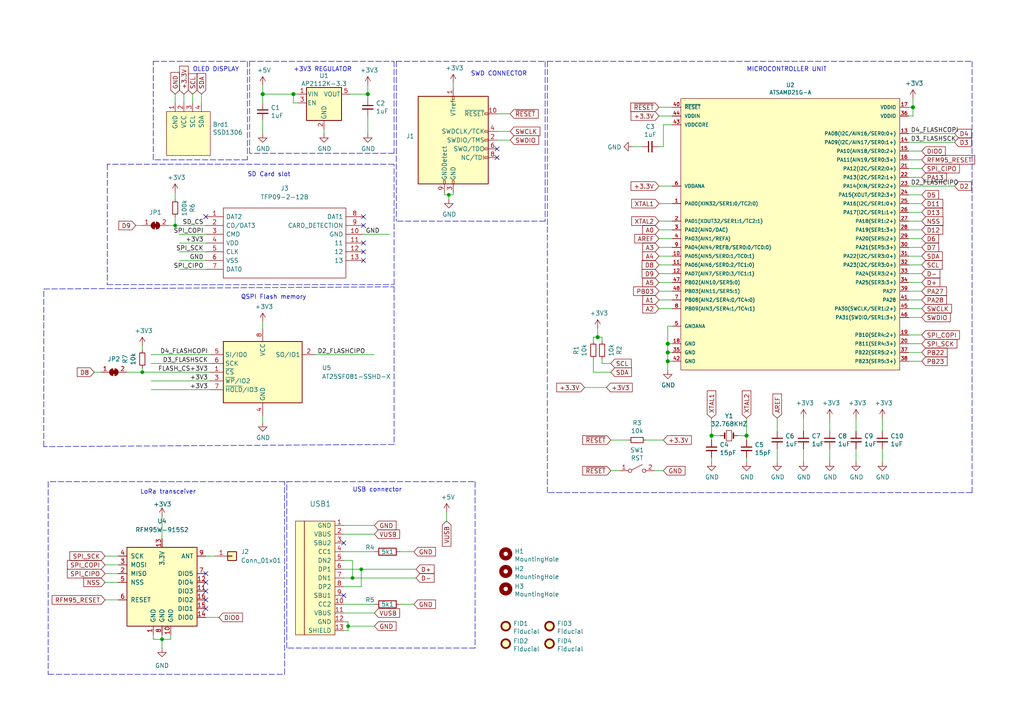
<source format=kicad_sch>
(kicad_sch (version 20210621) (generator eeschema)

  (uuid d8ccf842-51dc-4be9-8df8-6eb9e999f54d)

  (paper "A4")

  (lib_symbols
    (symbol "Connector:Conn_ARM_JTAG_SWD_10" (pin_names (offset 1.016)) (in_bom yes) (on_board yes)
      (property "Reference" "J" (id 0) (at -2.54 16.51 0)
        (effects (font (size 1.27 1.27)) (justify right))
      )
      (property "Value" "Conn_ARM_JTAG_SWD_10" (id 1) (at -2.54 13.97 0)
        (effects (font (size 1.27 1.27)) (justify right bottom))
      )
      (property "Footprint" "" (id 2) (at 0 0 0)
        (effects (font (size 1.27 1.27)) hide)
      )
      (property "Datasheet" "http://infocenter.arm.com/help/topic/com.arm.doc.ddi0314h/DDI0314H_coresight_components_trm.pdf" (id 3) (at -8.89 -31.75 90)
        (effects (font (size 1.27 1.27)) hide)
      )
      (property "ki_keywords" "Cortex Debug Connector ARM SWD JTAG" (id 4) (at 0 0 0)
        (effects (font (size 1.27 1.27)) hide)
      )
      (property "ki_description" "Cortex Debug Connector, standard ARM Cortex-M SWD and JTAG interface" (id 5) (at 0 0 0)
        (effects (font (size 1.27 1.27)) hide)
      )
      (property "ki_fp_filters" "PinHeader?2x05?P1.27mm*" (id 6) (at 0 0 0)
        (effects (font (size 1.27 1.27)) hide)
      )
      (symbol "Conn_ARM_JTAG_SWD_10_0_1"
        (rectangle (start -2.794 -12.7) (end -2.286 -11.684)
          (stroke (width 0)) (fill (type none))
        )
        (rectangle (start -0.254 -12.7) (end 0.254 -11.684)
          (stroke (width 0)) (fill (type none))
        )
        (rectangle (start -0.254 12.7) (end 0.254 11.684)
          (stroke (width 0)) (fill (type none))
        )
        (rectangle (start 9.144 2.286) (end 10.16 2.794)
          (stroke (width 0)) (fill (type none))
        )
        (rectangle (start 10.16 -2.794) (end 9.144 -2.286)
          (stroke (width 0)) (fill (type none))
        )
        (rectangle (start 10.16 -0.254) (end 9.144 0.254)
          (stroke (width 0)) (fill (type none))
        )
        (rectangle (start 10.16 7.874) (end 9.144 7.366)
          (stroke (width 0)) (fill (type none))
        )
        (rectangle (start -10.16 12.7) (end 10.16 -12.7)
          (stroke (width 0.254)) (fill (type background))
        )
      )
      (symbol "Conn_ARM_JTAG_SWD_10_1_1"
        (rectangle (start 9.144 -5.334) (end 10.16 -4.826)
          (stroke (width 0)) (fill (type none))
        )
        (pin power_in line (at 0 15.24 270) (length 2.54)
          (name "VTref" (effects (font (size 1.27 1.27))))
          (number "1" (effects (font (size 1.27 1.27))))
        )
        (pin open_collector line (at 12.7 7.62 180) (length 2.54)
          (name "~{RESET}" (effects (font (size 1.27 1.27))))
          (number "10" (effects (font (size 1.27 1.27))))
        )
        (pin bidirectional line (at 12.7 0 180) (length 2.54)
          (name "SWDIO/TMS" (effects (font (size 1.27 1.27))))
          (number "2" (effects (font (size 1.27 1.27))))
        )
        (pin power_in line (at 0 -15.24 90) (length 2.54)
          (name "GND" (effects (font (size 1.27 1.27))))
          (number "3" (effects (font (size 1.27 1.27))))
        )
        (pin output line (at 12.7 2.54 180) (length 2.54)
          (name "SWDCLK/TCK" (effects (font (size 1.27 1.27))))
          (number "4" (effects (font (size 1.27 1.27))))
        )
        (pin passive line (at 0 -15.24 90) (length 2.54) hide
          (name "GND" (effects (font (size 1.27 1.27))))
          (number "5" (effects (font (size 1.27 1.27))))
        )
        (pin input line (at 12.7 -2.54 180) (length 2.54)
          (name "SWO/TDO" (effects (font (size 1.27 1.27))))
          (number "6" (effects (font (size 1.27 1.27))))
        )
        (pin no_connect line (at -10.16 0 0) (length 2.54) hide
          (name "KEY" (effects (font (size 1.27 1.27))))
          (number "7" (effects (font (size 1.27 1.27))))
        )
        (pin output line (at 12.7 -5.08 180) (length 2.54)
          (name "NC/TDI" (effects (font (size 1.27 1.27))))
          (number "8" (effects (font (size 1.27 1.27))))
        )
        (pin passive line (at -2.54 -15.24 90) (length 2.54)
          (name "GNDDetect" (effects (font (size 1.27 1.27))))
          (number "9" (effects (font (size 1.27 1.27))))
        )
      )
    )
    (symbol "Connector_Generic:Conn_01x01" (pin_names (offset 1.016) hide) (in_bom yes) (on_board yes)
      (property "Reference" "J" (id 0) (at 0 2.54 0)
        (effects (font (size 1.27 1.27)))
      )
      (property "Value" "Conn_01x01" (id 1) (at 0 -2.54 0)
        (effects (font (size 1.27 1.27)))
      )
      (property "Footprint" "" (id 2) (at 0 0 0)
        (effects (font (size 1.27 1.27)) hide)
      )
      (property "Datasheet" "~" (id 3) (at 0 0 0)
        (effects (font (size 1.27 1.27)) hide)
      )
      (property "ki_keywords" "connector" (id 4) (at 0 0 0)
        (effects (font (size 1.27 1.27)) hide)
      )
      (property "ki_description" "Generic connector, single row, 01x01, script generated (kicad-library-utils/schlib/autogen/connector/)" (id 5) (at 0 0 0)
        (effects (font (size 1.27 1.27)) hide)
      )
      (property "ki_fp_filters" "Connector*:*_1x??_*" (id 6) (at 0 0 0)
        (effects (font (size 1.27 1.27)) hide)
      )
      (symbol "Conn_01x01_1_1"
        (rectangle (start -1.27 0.127) (end 0 -0.127)
          (stroke (width 0.1524)) (fill (type none))
        )
        (rectangle (start -1.27 1.27) (end 1.27 -1.27)
          (stroke (width 0.254)) (fill (type background))
        )
        (pin passive line (at -5.08 0 0) (length 3.81)
          (name "Pin_1" (effects (font (size 1.27 1.27))))
          (number "1" (effects (font (size 1.27 1.27))))
        )
      )
    )
    (symbol "Device:C_Small" (pin_numbers hide) (pin_names (offset 0.254) hide) (in_bom yes) (on_board yes)
      (property "Reference" "C" (id 0) (at 0.254 1.778 0)
        (effects (font (size 1.27 1.27)) (justify left))
      )
      (property "Value" "C_Small" (id 1) (at 0.254 -2.032 0)
        (effects (font (size 1.27 1.27)) (justify left))
      )
      (property "Footprint" "" (id 2) (at 0 0 0)
        (effects (font (size 1.27 1.27)) hide)
      )
      (property "Datasheet" "~" (id 3) (at 0 0 0)
        (effects (font (size 1.27 1.27)) hide)
      )
      (property "ki_keywords" "capacitor cap" (id 4) (at 0 0 0)
        (effects (font (size 1.27 1.27)) hide)
      )
      (property "ki_description" "Unpolarized capacitor, small symbol" (id 5) (at 0 0 0)
        (effects (font (size 1.27 1.27)) hide)
      )
      (property "ki_fp_filters" "C_*" (id 6) (at 0 0 0)
        (effects (font (size 1.27 1.27)) hide)
      )
      (symbol "C_Small_0_1"
        (polyline
          (pts
            (xy -1.524 -0.508)
            (xy 1.524 -0.508)
          )
          (stroke (width 0.3302)) (fill (type none))
        )
        (polyline
          (pts
            (xy -1.524 0.508)
            (xy 1.524 0.508)
          )
          (stroke (width 0.3048)) (fill (type none))
        )
      )
      (symbol "C_Small_1_1"
        (pin passive line (at 0 2.54 270) (length 2.032)
          (name "~" (effects (font (size 1.27 1.27))))
          (number "1" (effects (font (size 1.27 1.27))))
        )
        (pin passive line (at 0 -2.54 90) (length 2.032)
          (name "~" (effects (font (size 1.27 1.27))))
          (number "2" (effects (font (size 1.27 1.27))))
        )
      )
    )
    (symbol "Device:Crystal_Small" (pin_numbers hide) (pin_names (offset 1.016) hide) (in_bom yes) (on_board yes)
      (property "Reference" "Y" (id 0) (at 0 2.54 0)
        (effects (font (size 1.27 1.27)))
      )
      (property "Value" "Crystal_Small" (id 1) (at 0 -2.54 0)
        (effects (font (size 1.27 1.27)))
      )
      (property "Footprint" "" (id 2) (at 0 0 0)
        (effects (font (size 1.27 1.27)) hide)
      )
      (property "Datasheet" "~" (id 3) (at 0 0 0)
        (effects (font (size 1.27 1.27)) hide)
      )
      (property "ki_keywords" "quartz ceramic resonator oscillator" (id 4) (at 0 0 0)
        (effects (font (size 1.27 1.27)) hide)
      )
      (property "ki_description" "Two pin crystal, small symbol" (id 5) (at 0 0 0)
        (effects (font (size 1.27 1.27)) hide)
      )
      (property "ki_fp_filters" "Crystal*" (id 6) (at 0 0 0)
        (effects (font (size 1.27 1.27)) hide)
      )
      (symbol "Crystal_Small_0_1"
        (rectangle (start -0.762 -1.524) (end 0.762 1.524)
          (stroke (width 0)) (fill (type none))
        )
        (polyline
          (pts
            (xy -1.27 -0.762)
            (xy -1.27 0.762)
          )
          (stroke (width 0.381)) (fill (type none))
        )
        (polyline
          (pts
            (xy 1.27 -0.762)
            (xy 1.27 0.762)
          )
          (stroke (width 0.381)) (fill (type none))
        )
      )
      (symbol "Crystal_Small_1_1"
        (pin passive line (at -2.54 0 0) (length 1.27)
          (name "1" (effects (font (size 1.27 1.27))))
          (number "1" (effects (font (size 1.27 1.27))))
        )
        (pin passive line (at 2.54 0 180) (length 1.27)
          (name "2" (effects (font (size 1.27 1.27))))
          (number "2" (effects (font (size 1.27 1.27))))
        )
      )
    )
    (symbol "Device:R" (pin_numbers hide) (pin_names (offset 0)) (in_bom yes) (on_board yes)
      (property "Reference" "R" (id 0) (at 2.032 0 90)
        (effects (font (size 1.27 1.27)))
      )
      (property "Value" "R" (id 1) (at 0 0 90)
        (effects (font (size 1.27 1.27)))
      )
      (property "Footprint" "" (id 2) (at -1.778 0 90)
        (effects (font (size 1.27 1.27)) hide)
      )
      (property "Datasheet" "~" (id 3) (at 0 0 0)
        (effects (font (size 1.27 1.27)) hide)
      )
      (property "ki_keywords" "R res resistor" (id 4) (at 0 0 0)
        (effects (font (size 1.27 1.27)) hide)
      )
      (property "ki_description" "Resistor" (id 5) (at 0 0 0)
        (effects (font (size 1.27 1.27)) hide)
      )
      (property "ki_fp_filters" "R_*" (id 6) (at 0 0 0)
        (effects (font (size 1.27 1.27)) hide)
      )
      (symbol "R_0_1"
        (rectangle (start -1.016 -2.54) (end 1.016 2.54)
          (stroke (width 0.254)) (fill (type none))
        )
      )
      (symbol "R_1_1"
        (pin passive line (at 0 3.81 270) (length 1.27)
          (name "~" (effects (font (size 1.27 1.27))))
          (number "1" (effects (font (size 1.27 1.27))))
        )
        (pin passive line (at 0 -3.81 90) (length 1.27)
          (name "~" (effects (font (size 1.27 1.27))))
          (number "2" (effects (font (size 1.27 1.27))))
        )
      )
    )
    (symbol "Device:R_Small" (pin_numbers hide) (pin_names (offset 0.254) hide) (in_bom yes) (on_board yes)
      (property "Reference" "R" (id 0) (at 0.762 0.508 0)
        (effects (font (size 1.27 1.27)) (justify left))
      )
      (property "Value" "R_Small" (id 1) (at 0.762 -1.016 0)
        (effects (font (size 1.27 1.27)) (justify left))
      )
      (property "Footprint" "" (id 2) (at 0 0 0)
        (effects (font (size 1.27 1.27)) hide)
      )
      (property "Datasheet" "~" (id 3) (at 0 0 0)
        (effects (font (size 1.27 1.27)) hide)
      )
      (property "ki_keywords" "R resistor" (id 4) (at 0 0 0)
        (effects (font (size 1.27 1.27)) hide)
      )
      (property "ki_description" "Resistor, small symbol" (id 5) (at 0 0 0)
        (effects (font (size 1.27 1.27)) hide)
      )
      (property "ki_fp_filters" "R_*" (id 6) (at 0 0 0)
        (effects (font (size 1.27 1.27)) hide)
      )
      (symbol "R_Small_0_1"
        (rectangle (start -0.762 1.778) (end 0.762 -1.778)
          (stroke (width 0.2032)) (fill (type none))
        )
      )
      (symbol "R_Small_1_1"
        (pin passive line (at 0 2.54 270) (length 0.762)
          (name "~" (effects (font (size 1.27 1.27))))
          (number "1" (effects (font (size 1.27 1.27))))
        )
        (pin passive line (at 0 -2.54 90) (length 0.762)
          (name "~" (effects (font (size 1.27 1.27))))
          (number "2" (effects (font (size 1.27 1.27))))
        )
      )
    )
    (symbol "Jumper:SolderJumper_2_Bridged" (pin_names (offset 0) hide) (in_bom yes) (on_board yes)
      (property "Reference" "JP" (id 0) (at 0 2.032 0)
        (effects (font (size 1.27 1.27)))
      )
      (property "Value" "SolderJumper_2_Bridged" (id 1) (at 0 -2.54 0)
        (effects (font (size 1.27 1.27)))
      )
      (property "Footprint" "" (id 2) (at 0 0 0)
        (effects (font (size 1.27 1.27)) hide)
      )
      (property "Datasheet" "~" (id 3) (at 0 0 0)
        (effects (font (size 1.27 1.27)) hide)
      )
      (property "ki_keywords" "solder jumper SPST" (id 4) (at 0 0 0)
        (effects (font (size 1.27 1.27)) hide)
      )
      (property "ki_description" "Solder Jumper, 2-pole, closed/bridged" (id 5) (at 0 0 0)
        (effects (font (size 1.27 1.27)) hide)
      )
      (property "ki_fp_filters" "SolderJumper*Bridged*" (id 6) (at 0 0 0)
        (effects (font (size 1.27 1.27)) hide)
      )
      (symbol "SolderJumper_2_Bridged_0_1"
        (arc (start -0.254 1.016) (end -0.254 -1.016) (radius (at -0.254 0) (length 1.016) (angles 90.1 -90.1))
          (stroke (width 0)) (fill (type none))
        )
        (arc (start 0.254 -1.016) (end 0.254 1.016) (radius (at 0.254 0) (length 1.016) (angles -89.9 89.9))
          (stroke (width 0)) (fill (type none))
        )
        (arc (start -0.254 1.016) (end -0.254 -1.016) (radius (at -0.254 0) (length 1.016) (angles 90.1 -90.1))
          (stroke (width 0)) (fill (type outline))
        )
        (arc (start 0.254 -1.016) (end 0.254 1.016) (radius (at 0.254 0) (length 1.016) (angles -89.9 89.9))
          (stroke (width 0)) (fill (type outline))
        )
        (rectangle (start -0.508 0.508) (end 0.508 -0.508)
          (stroke (width 0)) (fill (type outline))
        )
        (polyline
          (pts
            (xy -0.254 1.016)
            (xy -0.254 -1.016)
          )
          (stroke (width 0)) (fill (type none))
        )
        (polyline
          (pts
            (xy 0.254 1.016)
            (xy 0.254 -1.016)
          )
          (stroke (width 0)) (fill (type none))
        )
      )
      (symbol "SolderJumper_2_Bridged_1_1"
        (pin passive line (at -3.81 0 0) (length 2.54)
          (name "A" (effects (font (size 1.27 1.27))))
          (number "1" (effects (font (size 1.27 1.27))))
        )
        (pin passive line (at 3.81 0 180) (length 2.54)
          (name "B" (effects (font (size 1.27 1.27))))
          (number "2" (effects (font (size 1.27 1.27))))
        )
      )
    )
    (symbol "Mechanical:Fiducial" (in_bom yes) (on_board yes)
      (property "Reference" "FID" (id 0) (at 0 5.08 0)
        (effects (font (size 1.27 1.27)))
      )
      (property "Value" "Fiducial" (id 1) (at 0 3.175 0)
        (effects (font (size 1.27 1.27)))
      )
      (property "Footprint" "" (id 2) (at 0 0 0)
        (effects (font (size 1.27 1.27)) hide)
      )
      (property "Datasheet" "~" (id 3) (at 0 0 0)
        (effects (font (size 1.27 1.27)) hide)
      )
      (property "ki_keywords" "fiducial marker" (id 4) (at 0 0 0)
        (effects (font (size 1.27 1.27)) hide)
      )
      (property "ki_description" "Fiducial Marker" (id 5) (at 0 0 0)
        (effects (font (size 1.27 1.27)) hide)
      )
      (property "ki_fp_filters" "Fiducial*" (id 6) (at 0 0 0)
        (effects (font (size 1.27 1.27)) hide)
      )
      (symbol "Fiducial_0_1"
        (circle (center 0 0) (radius 1.27) (stroke (width 0.508)) (fill (type background)))
      )
    )
    (symbol "Mechanical:MountingHole" (pin_names (offset 1.016)) (in_bom yes) (on_board yes)
      (property "Reference" "H" (id 0) (at 0 5.08 0)
        (effects (font (size 1.27 1.27)))
      )
      (property "Value" "MountingHole" (id 1) (at 0 3.175 0)
        (effects (font (size 1.27 1.27)))
      )
      (property "Footprint" "" (id 2) (at 0 0 0)
        (effects (font (size 1.27 1.27)) hide)
      )
      (property "Datasheet" "~" (id 3) (at 0 0 0)
        (effects (font (size 1.27 1.27)) hide)
      )
      (property "ki_keywords" "mounting hole" (id 4) (at 0 0 0)
        (effects (font (size 1.27 1.27)) hide)
      )
      (property "ki_description" "Mounting Hole without connection" (id 5) (at 0 0 0)
        (effects (font (size 1.27 1.27)) hide)
      )
      (property "ki_fp_filters" "MountingHole*" (id 6) (at 0 0 0)
        (effects (font (size 1.27 1.27)) hide)
      )
      (symbol "MountingHole_0_1"
        (circle (center 0 0) (radius 1.27) (stroke (width 1.27)) (fill (type none)))
      )
    )
    (symbol "Memory_Flash:AT25SF081-SSHD-X" (in_bom yes) (on_board yes)
      (property "Reference" "U" (id 0) (at 2.54 12.7 0)
        (effects (font (size 1.27 1.27)))
      )
      (property "Value" "AT25SF081-SSHD-X" (id 1) (at 10.16 10.16 0)
        (effects (font (size 1.27 1.27)))
      )
      (property "Footprint" "Package_SO:SOIC-8_3.9x4.9mm_P1.27mm" (id 2) (at 0 -15.24 0)
        (effects (font (size 1.27 1.27)) hide)
      )
      (property "Datasheet" "https://www.adestotech.com/wp-content/uploads/DS-AT25SF081_045.pdf" (id 3) (at 0 0 0)
        (effects (font (size 1.27 1.27)) hide)
      )
      (property "ki_keywords" "SPI DSPI QSPI 8Mbit 2.5V" (id 4) (at 0 0 0)
        (effects (font (size 1.27 1.27)) hide)
      )
      (property "ki_description" "8-Mbit, 2.5V Minimum SPI Serial Flash Memory with Dual-I/O and Quad-I/O Support, SOIC-8" (id 5) (at 0 0 0)
        (effects (font (size 1.27 1.27)) hide)
      )
      (property "ki_fp_filters" "SOIC?8*3.9x4.9mm*P1.27mm*" (id 6) (at 0 0 0)
        (effects (font (size 1.27 1.27)) hide)
      )
      (symbol "AT25SF081-SSHD-X_1_1"
        (rectangle (start -11.43 8.89) (end 11.43 -8.89)
          (stroke (width 0.254)) (fill (type background))
        )
        (pin input line (at -15.24 0 0) (length 3.81)
          (name "~{CS}" (effects (font (size 1.27 1.27))))
          (number "1" (effects (font (size 1.27 1.27))))
        )
        (pin bidirectional line (at 15.24 5.08 180) (length 3.81)
          (name "SO/IO1" (effects (font (size 1.27 1.27))))
          (number "2" (effects (font (size 1.27 1.27))))
        )
        (pin bidirectional line (at -15.24 -2.54 0) (length 3.81)
          (name "~{WP}/IO2" (effects (font (size 1.27 1.27))))
          (number "3" (effects (font (size 1.27 1.27))))
        )
        (pin power_in line (at 0 -12.7 90) (length 3.81)
          (name "GND" (effects (font (size 1.27 1.27))))
          (number "4" (effects (font (size 1.27 1.27))))
        )
        (pin bidirectional line (at -15.24 5.08 0) (length 3.81)
          (name "SI/IO0" (effects (font (size 1.27 1.27))))
          (number "5" (effects (font (size 1.27 1.27))))
        )
        (pin input line (at -15.24 2.54 0) (length 3.81)
          (name "SCK" (effects (font (size 1.27 1.27))))
          (number "6" (effects (font (size 1.27 1.27))))
        )
        (pin bidirectional line (at -15.24 -5.08 0) (length 3.81)
          (name "~{HOLD}/IO3" (effects (font (size 1.27 1.27))))
          (number "7" (effects (font (size 1.27 1.27))))
        )
        (pin power_in line (at 0 12.7 270) (length 3.81)
          (name "VCC" (effects (font (size 1.27 1.27))))
          (number "8" (effects (font (size 1.27 1.27))))
        )
      )
    )
    (symbol "RF_Module:RFM95W-915S2" (pin_names (offset 1.016)) (in_bom yes) (on_board yes)
      (property "Reference" "U" (id 0) (at -10.414 11.684 0)
        (effects (font (size 1.27 1.27)) (justify left))
      )
      (property "Value" "RFM95W-915S2" (id 1) (at 1.524 11.43 0)
        (effects (font (size 1.27 1.27)) (justify left))
      )
      (property "Footprint" "" (id 2) (at -83.82 41.91 0)
        (effects (font (size 1.27 1.27)) hide)
      )
      (property "Datasheet" "https://www.hoperf.com/data/upload/portal/20181127/5bfcbea20e9ef.pdf" (id 3) (at -83.82 41.91 0)
        (effects (font (size 1.27 1.27)) hide)
      )
      (property "ki_keywords" "Low power long range transceiver module" (id 4) (at 0 0 0)
        (effects (font (size 1.27 1.27)) hide)
      )
      (property "ki_description" "Low power long range transceiver module, SPI and parallel interface, 915 MHz, spreading factor 6 to12, bandwith 7.8 to 500kHz, -111 to -148 dBm, SMD-16, DIP-16" (id 5) (at 0 0 0)
        (effects (font (size 1.27 1.27)) hide)
      )
      (property "ki_fp_filters" "HOPERF*RFM9XW*" (id 6) (at 0 0 0)
        (effects (font (size 1.27 1.27)) hide)
      )
      (symbol "RFM95W-915S2_0_1"
        (rectangle (start -10.16 10.16) (end 10.16 -12.7)
          (stroke (width 0.254)) (fill (type background))
        )
      )
      (symbol "RFM95W-915S2_1_1"
        (pin power_in line (at -2.54 -15.24 90) (length 2.54)
          (name "GND" (effects (font (size 1.27 1.27))))
          (number "1" (effects (font (size 1.27 1.27))))
        )
        (pin power_in line (at 2.54 -15.24 90) (length 2.54)
          (name "GND" (effects (font (size 1.27 1.27))))
          (number "10" (effects (font (size 1.27 1.27))))
        )
        (pin bidirectional line (at 12.7 -2.54 180) (length 2.54)
          (name "DIO3" (effects (font (size 1.27 1.27))))
          (number "11" (effects (font (size 1.27 1.27))))
        )
        (pin bidirectional line (at 12.7 0 180) (length 2.54)
          (name "DIO4" (effects (font (size 1.27 1.27))))
          (number "12" (effects (font (size 1.27 1.27))))
        )
        (pin power_in line (at 0 12.7 270) (length 2.54)
          (name "3.3V" (effects (font (size 1.27 1.27))))
          (number "13" (effects (font (size 1.27 1.27))))
        )
        (pin bidirectional line (at 12.7 -10.16 180) (length 2.54)
          (name "DIO0" (effects (font (size 1.27 1.27))))
          (number "14" (effects (font (size 1.27 1.27))))
        )
        (pin bidirectional line (at 12.7 -7.62 180) (length 2.54)
          (name "DIO1" (effects (font (size 1.27 1.27))))
          (number "15" (effects (font (size 1.27 1.27))))
        )
        (pin bidirectional line (at 12.7 -5.08 180) (length 2.54)
          (name "DIO2" (effects (font (size 1.27 1.27))))
          (number "16" (effects (font (size 1.27 1.27))))
        )
        (pin output line (at -12.7 2.54 0) (length 2.54)
          (name "MISO" (effects (font (size 1.27 1.27))))
          (number "2" (effects (font (size 1.27 1.27))))
        )
        (pin input line (at -12.7 5.08 0) (length 2.54)
          (name "MOSI" (effects (font (size 1.27 1.27))))
          (number "3" (effects (font (size 1.27 1.27))))
        )
        (pin input line (at -12.7 7.62 0) (length 2.54)
          (name "SCK" (effects (font (size 1.27 1.27))))
          (number "4" (effects (font (size 1.27 1.27))))
        )
        (pin input line (at -12.7 0 0) (length 2.54)
          (name "NSS" (effects (font (size 1.27 1.27))))
          (number "5" (effects (font (size 1.27 1.27))))
        )
        (pin bidirectional line (at -12.7 -5.08 0) (length 2.54)
          (name "RESET" (effects (font (size 1.27 1.27))))
          (number "6" (effects (font (size 1.27 1.27))))
        )
        (pin bidirectional line (at 12.7 2.54 180) (length 2.54)
          (name "DIO5" (effects (font (size 1.27 1.27))))
          (number "7" (effects (font (size 1.27 1.27))))
        )
        (pin power_in line (at 0 -15.24 90) (length 2.54)
          (name "GND" (effects (font (size 1.27 1.27))))
          (number "8" (effects (font (size 1.27 1.27))))
        )
        (pin bidirectional line (at 12.7 7.62 180) (length 2.54)
          (name "ANT" (effects (font (size 1.27 1.27))))
          (number "9" (effects (font (size 1.27 1.27))))
        )
      )
    )
    (symbol "Regulator_Linear:AP2112K-3.3" (pin_names (offset 0.254)) (in_bom yes) (on_board yes)
      (property "Reference" "U" (id 0) (at -5.08 5.715 0)
        (effects (font (size 1.27 1.27)) (justify left))
      )
      (property "Value" "AP2112K-3.3" (id 1) (at 0 5.715 0)
        (effects (font (size 1.27 1.27)) (justify left))
      )
      (property "Footprint" "Package_TO_SOT_SMD:SOT-23-5" (id 2) (at 0 8.255 0)
        (effects (font (size 1.27 1.27)) hide)
      )
      (property "Datasheet" "https://www.diodes.com/assets/Datasheets/AP2112.pdf" (id 3) (at 0 2.54 0)
        (effects (font (size 1.27 1.27)) hide)
      )
      (property "ki_keywords" "linear regulator ldo fixed positive" (id 4) (at 0 0 0)
        (effects (font (size 1.27 1.27)) hide)
      )
      (property "ki_description" "600mA low dropout linear regulator, with enable pin, 3.8V-6V input voltage range, 3.3V fixed positive output, SOT-23-5" (id 5) (at 0 0 0)
        (effects (font (size 1.27 1.27)) hide)
      )
      (property "ki_fp_filters" "SOT?23?5*" (id 6) (at 0 0 0)
        (effects (font (size 1.27 1.27)) hide)
      )
      (symbol "AP2112K-3.3_0_1"
        (rectangle (start -5.08 4.445) (end 5.08 -5.08)
          (stroke (width 0.254)) (fill (type background))
        )
      )
      (symbol "AP2112K-3.3_1_1"
        (pin power_in line (at -7.62 2.54 0) (length 2.54)
          (name "VIN" (effects (font (size 1.27 1.27))))
          (number "1" (effects (font (size 1.27 1.27))))
        )
        (pin power_in line (at 0 -7.62 90) (length 2.54)
          (name "GND" (effects (font (size 1.27 1.27))))
          (number "2" (effects (font (size 1.27 1.27))))
        )
        (pin input line (at -7.62 0 0) (length 2.54)
          (name "EN" (effects (font (size 1.27 1.27))))
          (number "3" (effects (font (size 1.27 1.27))))
        )
        (pin no_connect line (at 5.08 0 180) (length 2.54) hide
          (name "NC" (effects (font (size 1.27 1.27))))
          (number "4" (effects (font (size 1.27 1.27))))
        )
        (pin power_out line (at 7.62 2.54 180) (length 2.54)
          (name "VOUT" (effects (font (size 1.27 1.27))))
          (number "5" (effects (font (size 1.27 1.27))))
        )
      )
    )
    (symbol "SamacSys_Parts:TFP09-2-12B" (pin_names (offset 0.762)) (in_bom yes) (on_board yes)
      (property "Reference" "J" (id 0) (at 41.91 7.62 0)
        (effects (font (size 1.27 1.27)) (justify left))
      )
      (property "Value" "TFP09-2-12B" (id 1) (at 41.91 5.08 0)
        (effects (font (size 1.27 1.27)) (justify left))
      )
      (property "Footprint" "TFP09212B" (id 2) (at 41.91 2.54 0)
        (effects (font (size 1.27 1.27)) (justify left) hide)
      )
      (property "Datasheet" "http://images.100y.com.tw/pdf_file/10-TFP09-2-12B.pdf" (id 3) (at 41.91 0 0)
        (effects (font (size 1.27 1.27)) (justify left) hide)
      )
      (property "Description" "Micro SD Card Connector" (id 4) (at 41.91 -2.54 0)
        (effects (font (size 1.27 1.27)) (justify left) hide)
      )
      (property "Height" "2.45" (id 5) (at 41.91 -5.08 0)
        (effects (font (size 1.27 1.27)) (justify left) hide)
      )
      (property "Manufacturer_Name" "100y" (id 6) (at 41.91 -7.62 0)
        (effects (font (size 1.27 1.27)) (justify left) hide)
      )
      (property "Manufacturer_Part_Number" "TFP09-2-12B" (id 7) (at 41.91 -10.16 0)
        (effects (font (size 1.27 1.27)) (justify left) hide)
      )
      (property "Mouser Part Number" "" (id 8) (at 41.91 -12.7 0)
        (effects (font (size 1.27 1.27)) (justify left) hide)
      )
      (property "Mouser Price/Stock" "" (id 9) (at 41.91 -15.24 0)
        (effects (font (size 1.27 1.27)) (justify left) hide)
      )
      (property "Arrow Part Number" "" (id 10) (at 41.91 -17.78 0)
        (effects (font (size 1.27 1.27)) (justify left) hide)
      )
      (property "Arrow Price/Stock" "" (id 11) (at 41.91 -20.32 0)
        (effects (font (size 1.27 1.27)) (justify left) hide)
      )
      (property "ki_description" "Micro SD Card Connector" (id 12) (at 0 0 0)
        (effects (font (size 1.27 1.27)) hide)
      )
      (symbol "TFP09-2-12B_0_0"
        (pin passive line (at 0 0 0) (length 5.08)
          (name "DAT2" (effects (font (size 1.27 1.27))))
          (number "1" (effects (font (size 1.27 1.27))))
        )
        (pin passive line (at 45.72 -5.08 180) (length 5.08)
          (name "GND" (effects (font (size 1.27 1.27))))
          (number "10" (effects (font (size 1.27 1.27))))
        )
        (pin passive line (at 45.72 -7.62 180) (length 5.08)
          (name "11" (effects (font (size 1.27 1.27))))
          (number "11" (effects (font (size 1.27 1.27))))
        )
        (pin passive line (at 45.72 -10.16 180) (length 5.08)
          (name "12" (effects (font (size 1.27 1.27))))
          (number "12" (effects (font (size 1.27 1.27))))
        )
        (pin passive line (at 45.72 -12.7 180) (length 5.08)
          (name "13" (effects (font (size 1.27 1.27))))
          (number "13" (effects (font (size 1.27 1.27))))
        )
        (pin passive line (at 0 -2.54 0) (length 5.08)
          (name "CD/DAT3" (effects (font (size 1.27 1.27))))
          (number "2" (effects (font (size 1.27 1.27))))
        )
        (pin passive line (at 0 -5.08 0) (length 5.08)
          (name "CMD" (effects (font (size 1.27 1.27))))
          (number "3" (effects (font (size 1.27 1.27))))
        )
        (pin passive line (at 0 -7.62 0) (length 5.08)
          (name "VDD" (effects (font (size 1.27 1.27))))
          (number "4" (effects (font (size 1.27 1.27))))
        )
        (pin passive line (at 0 -10.16 0) (length 5.08)
          (name "CLK" (effects (font (size 1.27 1.27))))
          (number "5" (effects (font (size 1.27 1.27))))
        )
        (pin passive line (at 0 -12.7 0) (length 5.08)
          (name "VSS" (effects (font (size 1.27 1.27))))
          (number "6" (effects (font (size 1.27 1.27))))
        )
        (pin passive line (at 0 -15.24 0) (length 5.08)
          (name "DAT0" (effects (font (size 1.27 1.27))))
          (number "7" (effects (font (size 1.27 1.27))))
        )
        (pin passive line (at 45.72 0 180) (length 5.08)
          (name "DAT1" (effects (font (size 1.27 1.27))))
          (number "8" (effects (font (size 1.27 1.27))))
        )
        (pin passive line (at 45.72 -2.54 180) (length 5.08)
          (name "CARD_DETECTION" (effects (font (size 1.27 1.27))))
          (number "9" (effects (font (size 1.27 1.27))))
        )
      )
      (symbol "TFP09-2-12B_0_1"
        (polyline
          (pts
            (xy 5.08 2.54)
            (xy 40.64 2.54)
            (xy 40.64 -17.78)
            (xy 5.08 -17.78)
            (xy 5.08 2.54)
          )
          (stroke (width 0.1524)) (fill (type none))
        )
      )
    )
    (symbol "SparkFun-IC-Microcontroller:ATSAMD21G-A" (pin_names (offset 1.016)) (in_bom yes) (on_board yes)
      (property "Reference" "U" (id 0) (at -31.75 40.64 0)
        (effects (font (size 1.143 1.143)) (justify left bottom))
      )
      (property "Value" "ATSAMD21G-A" (id 1) (at -31.75 -41.91 0)
        (effects (font (size 1.143 1.143)) (justify left bottom))
      )
      (property "Footprint" "TQFP-48" (id 2) (at 0 41.91 0)
        (effects (font (size 0.508 0.508)) hide)
      )
      (property "Datasheet" "" (id 3) (at 0 0 0)
        (effects (font (size 1.27 1.27)) hide)
      )
      (property "Field4" "IC-13064" (id 4) (at 0 43.18 0)
        (effects (font (size 1.524 1.524)))
      )
      (property "ki_locked" "" (id 5) (at 0 0 0)
        (effects (font (size 1.27 1.27)))
      )
      (property "ki_keywords" "PROD_ID:IC-13064" (id 6) (at 0 0 0)
        (effects (font (size 1.27 1.27)) hide)
      )
      (property "ki_description" "Atmel SAMD21G SMART ARM-Based Microcontroller The Atmel   | SMART   SAM D21 is a series of low-power microcontrollers using the 32-bitARM   Cortex   -M0+ processor, and ranging from 32- to 64-pins with up to 256KB Flash and32KB of SRAM. The SAM D21 devices operate at a maximum frequency of 48MHz and reach2.46 CoreMark/MHz. They are designed for simple and intuitive migration with identicalperipheral modules, hex compatible code, identical linear address map and pin compatiblemigration paths between all devices in the product series. All devices include intelligent andflexible peripherals, Atmel Event System for inter-peripheral signaling, and support for capacitivetouch button, slider and wheel user interfaces. <a href=\"https://cdn.sparkfun.com/datasheets/Dev/Arduino/Boards/Atmel-42181-SAM-D21_Datasheet.pdf\">Datasheet</a> <h4>SparkFun Products</h4><ul><li><a href=\"https://www.sparkfun.com/products/13664\">SparkFun SAMD21 Mini Breakout</a> (DEV-13664)</li><li><a href=\"https://www.sparkfun.com/products/13672\">SparkFun SAMD21 Dev Breakout</a> (DEV-13672)</li></ul>" (id 7) (at 0 0 0)
        (effects (font (size 1.27 1.27)) hide)
      )
      (property "ki_fp_filters" "*TQFP-48* *QFN-48*" (id 8) (at 0 0 0)
        (effects (font (size 1.27 1.27)) hide)
      )
      (symbol "ATSAMD21G-A_1_1"
        (polyline
          (pts
            (xy -31.75 39.37)
            (xy -31.75 -39.37)
            (xy 31.75 -39.37)
            (xy 31.75 39.37)
            (xy -31.75 39.37)
          )
          (stroke (width 0)) (fill (type background))
        )
        (pin bidirectional line (at -34.29 8.89 0) (length 2.54)
          (name "PA00(XIN32/SER1:0/TC2:0)" (effects (font (size 1.016 1.016))))
          (number "1" (effects (font (size 1.016 1.016))))
        )
        (pin bidirectional line (at -34.29 -6.35 0) (length 2.54)
          (name "PA05(AIN5/SER0:1/TC0:1)" (effects (font (size 1.016 1.016))))
          (number "10" (effects (font (size 1.016 1.016))))
        )
        (pin bidirectional line (at -34.29 -8.89 0) (length 2.54)
          (name "PA06(AIN6/SER0:2/TC1:0)" (effects (font (size 1.016 1.016))))
          (number "11" (effects (font (size 1.016 1.016))))
        )
        (pin bidirectional line (at -34.29 -11.43 0) (length 2.54)
          (name "PA07(AIN7/SER0:3/TC1:1)" (effects (font (size 1.016 1.016))))
          (number "12" (effects (font (size 1.016 1.016))))
        )
        (pin bidirectional line (at 34.29 29.21 180) (length 2.54)
          (name "PA08(I2C/AIN16/SER0:0+)" (effects (font (size 1.016 1.016))))
          (number "13" (effects (font (size 1.016 1.016))))
        )
        (pin bidirectional line (at 34.29 26.67 180) (length 2.54)
          (name "PA09(I2C/AIN17/SER0:1+)" (effects (font (size 1.016 1.016))))
          (number "14" (effects (font (size 1.016 1.016))))
        )
        (pin bidirectional line (at 34.29 24.13 180) (length 2.54)
          (name "PA10(AIN18/SER0:2+)" (effects (font (size 1.016 1.016))))
          (number "15" (effects (font (size 1.016 1.016))))
        )
        (pin bidirectional line (at 34.29 21.59 180) (length 2.54)
          (name "PA11(AIN19/SER0:3+)" (effects (font (size 1.016 1.016))))
          (number "16" (effects (font (size 1.016 1.016))))
        )
        (pin bidirectional line (at 34.29 36.83 180) (length 2.54)
          (name "VDDIO" (effects (font (size 1.016 1.016))))
          (number "17" (effects (font (size 1.016 1.016))))
        )
        (pin bidirectional line (at -34.29 -31.75 0) (length 2.54)
          (name "GND" (effects (font (size 1.016 1.016))))
          (number "18" (effects (font (size 1.016 1.016))))
        )
        (pin bidirectional line (at 34.29 -29.21 180) (length 2.54)
          (name "PB10(SER4:2+)" (effects (font (size 1.016 1.016))))
          (number "19" (effects (font (size 1.016 1.016))))
        )
        (pin bidirectional line (at -34.29 3.81 0) (length 2.54)
          (name "PA01(XOUT32/SER1:1/TC2:1)" (effects (font (size 1.016 1.016))))
          (number "2" (effects (font (size 1.016 1.016))))
        )
        (pin bidirectional line (at 34.29 -31.75 180) (length 2.54)
          (name "PB11(SER4:3+)" (effects (font (size 1.016 1.016))))
          (number "20" (effects (font (size 1.016 1.016))))
        )
        (pin bidirectional line (at 34.29 19.05 180) (length 2.54)
          (name "PA12(I2C/SER2:0+)" (effects (font (size 1.016 1.016))))
          (number "21" (effects (font (size 1.016 1.016))))
        )
        (pin bidirectional line (at 34.29 16.51 180) (length 2.54)
          (name "PA13(I2C/SER2:1+)" (effects (font (size 1.016 1.016))))
          (number "22" (effects (font (size 1.016 1.016))))
        )
        (pin bidirectional line (at 34.29 13.97 180) (length 2.54)
          (name "PA14(XIN/SER2:2+)" (effects (font (size 1.016 1.016))))
          (number "23" (effects (font (size 1.016 1.016))))
        )
        (pin bidirectional line (at 34.29 11.43 180) (length 2.54)
          (name "PA15(XOUT/SER2:3+)" (effects (font (size 1.016 1.016))))
          (number "24" (effects (font (size 1.016 1.016))))
        )
        (pin bidirectional line (at 34.29 8.89 180) (length 2.54)
          (name "PA16(I2C/SER1:0+)" (effects (font (size 1.016 1.016))))
          (number "25" (effects (font (size 1.016 1.016))))
        )
        (pin bidirectional line (at 34.29 6.35 180) (length 2.54)
          (name "PA17(I2C/SER1:1+)" (effects (font (size 1.016 1.016))))
          (number "26" (effects (font (size 1.016 1.016))))
        )
        (pin bidirectional line (at 34.29 3.81 180) (length 2.54)
          (name "PA18(SER1:2+)" (effects (font (size 1.016 1.016))))
          (number "27" (effects (font (size 1.016 1.016))))
        )
        (pin bidirectional line (at 34.29 1.27 180) (length 2.54)
          (name "PA19(SER1:3+)" (effects (font (size 1.016 1.016))))
          (number "28" (effects (font (size 1.016 1.016))))
        )
        (pin bidirectional line (at 34.29 -1.27 180) (length 2.54)
          (name "PA20(SER5:2+)" (effects (font (size 1.016 1.016))))
          (number "29" (effects (font (size 1.016 1.016))))
        )
        (pin bidirectional line (at -34.29 1.27 0) (length 2.54)
          (name "PA02(AIN0/DAC)" (effects (font (size 1.016 1.016))))
          (number "3" (effects (font (size 1.016 1.016))))
        )
        (pin bidirectional line (at 34.29 -3.81 180) (length 2.54)
          (name "PA21(SER5:3+)" (effects (font (size 1.016 1.016))))
          (number "30" (effects (font (size 1.016 1.016))))
        )
        (pin bidirectional line (at 34.29 -6.35 180) (length 2.54)
          (name "PA22(I2C/SER3:0+)" (effects (font (size 1.016 1.016))))
          (number "31" (effects (font (size 1.016 1.016))))
        )
        (pin bidirectional line (at 34.29 -8.89 180) (length 2.54)
          (name "PA23(I2C/SER3:0+)" (effects (font (size 1.016 1.016))))
          (number "32" (effects (font (size 1.016 1.016))))
        )
        (pin bidirectional line (at 34.29 -11.43 180) (length 2.54)
          (name "PA24(SER3:2+)" (effects (font (size 1.016 1.016))))
          (number "33" (effects (font (size 1.016 1.016))))
        )
        (pin bidirectional line (at 34.29 -13.97 180) (length 2.54)
          (name "PA25(SER3:3+)" (effects (font (size 1.016 1.016))))
          (number "34" (effects (font (size 1.016 1.016))))
        )
        (pin bidirectional line (at -34.29 -34.29 0) (length 2.54)
          (name "GND" (effects (font (size 1.016 1.016))))
          (number "35" (effects (font (size 1.016 1.016))))
        )
        (pin bidirectional line (at 34.29 34.29 180) (length 2.54)
          (name "VDDIO" (effects (font (size 1.016 1.016))))
          (number "36" (effects (font (size 1.016 1.016))))
        )
        (pin bidirectional line (at 34.29 -34.29 180) (length 2.54)
          (name "PB22(SER5:2+)" (effects (font (size 1.016 1.016))))
          (number "37" (effects (font (size 1.016 1.016))))
        )
        (pin bidirectional line (at 34.29 -36.83 180) (length 2.54)
          (name "PB23(SER5:3+)" (effects (font (size 1.016 1.016))))
          (number "38" (effects (font (size 1.016 1.016))))
        )
        (pin bidirectional line (at 34.29 -16.51 180) (length 2.54)
          (name "PA27" (effects (font (size 1.016 1.016))))
          (number "39" (effects (font (size 1.016 1.016))))
        )
        (pin bidirectional line (at -34.29 -1.27 0) (length 2.54)
          (name "PA03(AIN1/REFA)" (effects (font (size 1.016 1.016))))
          (number "4" (effects (font (size 1.016 1.016))))
        )
        (pin bidirectional line (at -34.29 36.83 0) (length 2.54)
          (name "~{RESET}" (effects (font (size 1.016 1.016))))
          (number "40" (effects (font (size 1.016 1.016))))
        )
        (pin bidirectional line (at 34.29 -19.05 180) (length 2.54)
          (name "PA28" (effects (font (size 1.016 1.016))))
          (number "41" (effects (font (size 1.016 1.016))))
        )
        (pin bidirectional line (at -34.29 -36.83 0) (length 2.54)
          (name "GND" (effects (font (size 1.016 1.016))))
          (number "42" (effects (font (size 1.016 1.016))))
        )
        (pin bidirectional line (at -34.29 31.75 0) (length 2.54)
          (name "VDDCORE" (effects (font (size 1.016 1.016))))
          (number "43" (effects (font (size 1.016 1.016))))
        )
        (pin bidirectional line (at -34.29 34.29 0) (length 2.54)
          (name "VDDIN" (effects (font (size 1.016 1.016))))
          (number "44" (effects (font (size 1.016 1.016))))
        )
        (pin bidirectional line (at 34.29 -21.59 180) (length 2.54)
          (name "PA30(SWCLK/SER1:2+)" (effects (font (size 1.016 1.016))))
          (number "45" (effects (font (size 1.016 1.016))))
        )
        (pin bidirectional line (at 34.29 -24.13 180) (length 2.54)
          (name "PA31(SWDIO/SER1:3+)" (effects (font (size 1.016 1.016))))
          (number "46" (effects (font (size 1.016 1.016))))
        )
        (pin bidirectional line (at -34.29 -13.97 0) (length 2.54)
          (name "PB02(AIN10/SER5:0)" (effects (font (size 1.016 1.016))))
          (number "47" (effects (font (size 1.016 1.016))))
        )
        (pin bidirectional line (at -34.29 -16.51 0) (length 2.54)
          (name "PB03(AIN11/SER5:1)" (effects (font (size 1.016 1.016))))
          (number "48" (effects (font (size 1.016 1.016))))
        )
        (pin bidirectional line (at -34.29 -26.67 0) (length 2.54)
          (name "GNDANA" (effects (font (size 1.016 1.016))))
          (number "5" (effects (font (size 1.016 1.016))))
        )
        (pin bidirectional line (at -34.29 13.97 0) (length 2.54)
          (name "VDDANA" (effects (font (size 1.016 1.016))))
          (number "6" (effects (font (size 1.016 1.016))))
        )
        (pin bidirectional line (at -34.29 -19.05 0) (length 2.54)
          (name "PB08(AIN2/SER4:0/TC4:0)" (effects (font (size 1.016 1.016))))
          (number "7" (effects (font (size 1.016 1.016))))
        )
        (pin bidirectional line (at -34.29 -21.59 0) (length 2.54)
          (name "PB09(AIN3/SER4:1/TC4:1)" (effects (font (size 1.016 1.016))))
          (number "8" (effects (font (size 1.016 1.016))))
        )
        (pin bidirectional line (at -34.29 -3.81 0) (length 2.54)
          (name "PA04(AIN4/REFB/SER0:0/TC0:0)" (effects (font (size 1.016 1.016))))
          (number "9" (effects (font (size 1.016 1.016))))
        )
      )
    )
    (symbol "Switch:SW_SPST" (pin_names (offset 0) hide) (in_bom yes) (on_board yes)
      (property "Reference" "SW" (id 0) (at 0 3.175 0)
        (effects (font (size 1.27 1.27)))
      )
      (property "Value" "SW_SPST" (id 1) (at 0 -2.54 0)
        (effects (font (size 1.27 1.27)))
      )
      (property "Footprint" "" (id 2) (at 0 0 0)
        (effects (font (size 1.27 1.27)) hide)
      )
      (property "Datasheet" "~" (id 3) (at 0 0 0)
        (effects (font (size 1.27 1.27)) hide)
      )
      (property "ki_keywords" "switch lever" (id 4) (at 0 0 0)
        (effects (font (size 1.27 1.27)) hide)
      )
      (property "ki_description" "Single Pole Single Throw (SPST) switch" (id 5) (at 0 0 0)
        (effects (font (size 1.27 1.27)) hide)
      )
      (symbol "SW_SPST_0_0"
        (circle (center -2.032 0) (radius 0.508) (stroke (width 0)) (fill (type none)))
        (circle (center 2.032 0) (radius 0.508) (stroke (width 0)) (fill (type none)))
        (polyline
          (pts
            (xy -1.524 0.254)
            (xy 1.524 1.778)
          )
          (stroke (width 0)) (fill (type none))
        )
      )
      (symbol "SW_SPST_1_1"
        (pin passive line (at -5.08 0 0) (length 2.54)
          (name "A" (effects (font (size 1.27 1.27))))
          (number "1" (effects (font (size 1.27 1.27))))
        )
        (pin passive line (at 5.08 0 180) (length 2.54)
          (name "B" (effects (font (size 1.27 1.27))))
          (number "2" (effects (font (size 1.27 1.27))))
        )
      )
    )
    (symbol "controladora-rescue:SSD1306-SSD1306-128x64_OLED" (pin_names (offset 1.016)) (in_bom yes) (on_board yes)
      (property "Reference" "Brd" (id 0) (at 0 -3.81 0)
        (effects (font (size 1.27 1.27)))
      )
      (property "Value" "SSD1306-SSD1306-128x64_OLED" (id 1) (at 0 -1.27 0)
        (effects (font (size 1.27 1.27)))
      )
      (property "Footprint" "" (id 2) (at 0 6.35 0)
        (effects (font (size 1.27 1.27)) hide)
      )
      (property "Datasheet" "" (id 3) (at 0 6.35 0)
        (effects (font (size 1.27 1.27)) hide)
      )
      (property "ki_fp_filters" "SSD1306-128x64_OLED:SSD1306" (id 4) (at 0 0 0)
        (effects (font (size 1.27 1.27)) hide)
      )
      (symbol "SSD1306-SSD1306-128x64_OLED_0_1"
        (rectangle (start -6.35 6.35) (end 6.35 -6.35)
          (stroke (width 0)) (fill (type background))
        )
      )
      (symbol "SSD1306-SSD1306-128x64_OLED_1_1"
        (pin input line (at -3.81 8.89 270) (length 2.54)
          (name "GND" (effects (font (size 1.27 1.27))))
          (number "1" (effects (font (size 1.27 1.27))))
        )
        (pin input line (at -1.27 8.89 270) (length 2.54)
          (name "VCC" (effects (font (size 1.27 1.27))))
          (number "2" (effects (font (size 1.27 1.27))))
        )
        (pin input line (at 1.27 8.89 270) (length 2.54)
          (name "SCL" (effects (font (size 1.27 1.27))))
          (number "3" (effects (font (size 1.27 1.27))))
        )
        (pin input line (at 3.81 8.89 270) (length 2.54)
          (name "SDA" (effects (font (size 1.27 1.27))))
          (number "4" (effects (font (size 1.27 1.27))))
        )
      )
    )
    (symbol "pcb-rescue:HRO-TYPE-C-31-M-12-Type-C" (pin_names (offset 1.016)) (in_bom yes) (on_board yes)
      (property "Reference" "USB" (id 0) (at -5.08 16.51 0)
        (effects (font (size 1.524 1.524)))
      )
      (property "Value" "pcb-rescue_HRO-TYPE-C-31-M-12-Type-C" (id 1) (at -10.16 -1.27 90)
        (effects (font (size 1.524 1.524)))
      )
      (property "Footprint" "" (id 2) (at 0 0 0)
        (effects (font (size 1.524 1.524)) hide)
      )
      (property "Datasheet" "" (id 3) (at 0 0 0)
        (effects (font (size 1.524 1.524)) hide)
      )
      (symbol "HRO-TYPE-C-31-M-12-Type-C_0_1"
        (rectangle (start -11.43 15.24) (end -8.89 -17.78)
          (stroke (width 0)) (fill (type background))
        )
        (rectangle (start 0 -17.78) (end -8.89 15.24)
          (stroke (width 0)) (fill (type background))
        )
      )
      (symbol "HRO-TYPE-C-31-M-12-Type-C_1_1"
        (pin input line (at 2.54 13.97 180) (length 2.54)
          (name "GND" (effects (font (size 1.27 1.27))))
          (number "1" (effects (font (size 1.27 1.27))))
        )
        (pin input line (at 2.54 -8.89 180) (length 2.54)
          (name "CC2" (effects (font (size 1.27 1.27))))
          (number "10" (effects (font (size 1.27 1.27))))
        )
        (pin input line (at 2.54 -11.43 180) (length 2.54)
          (name "VBUS" (effects (font (size 1.27 1.27))))
          (number "11" (effects (font (size 1.27 1.27))))
        )
        (pin input line (at 2.54 -13.97 180) (length 2.54)
          (name "GND" (effects (font (size 1.27 1.27))))
          (number "12" (effects (font (size 1.27 1.27))))
        )
        (pin input line (at 2.54 -16.51 180) (length 2.54)
          (name "SHIELD" (effects (font (size 1.27 1.27))))
          (number "13" (effects (font (size 1.27 1.27))))
        )
        (pin input line (at 2.54 11.43 180) (length 2.54)
          (name "VBUS" (effects (font (size 1.27 1.27))))
          (number "2" (effects (font (size 1.27 1.27))))
        )
        (pin input line (at 2.54 8.89 180) (length 2.54)
          (name "SBU2" (effects (font (size 1.27 1.27))))
          (number "3" (effects (font (size 1.27 1.27))))
        )
        (pin input line (at 2.54 6.35 180) (length 2.54)
          (name "CC1" (effects (font (size 1.27 1.27))))
          (number "4" (effects (font (size 1.27 1.27))))
        )
        (pin input line (at 2.54 3.81 180) (length 2.54)
          (name "DN2" (effects (font (size 1.27 1.27))))
          (number "5" (effects (font (size 1.27 1.27))))
        )
        (pin input line (at 2.54 1.27 180) (length 2.54)
          (name "DP1" (effects (font (size 1.27 1.27))))
          (number "6" (effects (font (size 1.27 1.27))))
        )
        (pin input line (at 2.54 -1.27 180) (length 2.54)
          (name "DN1" (effects (font (size 1.27 1.27))))
          (number "7" (effects (font (size 1.27 1.27))))
        )
        (pin input line (at 2.54 -3.81 180) (length 2.54)
          (name "DP2" (effects (font (size 1.27 1.27))))
          (number "8" (effects (font (size 1.27 1.27))))
        )
        (pin input line (at 2.54 -6.35 180) (length 2.54)
          (name "SBU1" (effects (font (size 1.27 1.27))))
          (number "9" (effects (font (size 1.27 1.27))))
        )
      )
    )
    (symbol "power:+3.3V" (power) (pin_names (offset 0)) (in_bom yes) (on_board yes)
      (property "Reference" "#PWR" (id 0) (at 0 -3.81 0)
        (effects (font (size 1.27 1.27)) hide)
      )
      (property "Value" "+3.3V" (id 1) (at 0 3.556 0)
        (effects (font (size 1.27 1.27)))
      )
      (property "Footprint" "" (id 2) (at 0 0 0)
        (effects (font (size 1.27 1.27)) hide)
      )
      (property "Datasheet" "" (id 3) (at 0 0 0)
        (effects (font (size 1.27 1.27)) hide)
      )
      (property "ki_keywords" "power-flag" (id 4) (at 0 0 0)
        (effects (font (size 1.27 1.27)) hide)
      )
      (property "ki_description" "Power symbol creates a global label with name \"+3.3V\"" (id 5) (at 0 0 0)
        (effects (font (size 1.27 1.27)) hide)
      )
      (symbol "+3.3V_0_1"
        (polyline
          (pts
            (xy -0.762 1.27)
            (xy 0 2.54)
          )
          (stroke (width 0)) (fill (type none))
        )
        (polyline
          (pts
            (xy 0 0)
            (xy 0 2.54)
          )
          (stroke (width 0)) (fill (type none))
        )
        (polyline
          (pts
            (xy 0 2.54)
            (xy 0.762 1.27)
          )
          (stroke (width 0)) (fill (type none))
        )
      )
      (symbol "+3.3V_1_1"
        (pin power_in line (at 0 0 90) (length 0) hide
          (name "+3V3" (effects (font (size 1.27 1.27))))
          (number "1" (effects (font (size 1.27 1.27))))
        )
      )
    )
    (symbol "power:+3V3" (power) (pin_names (offset 0)) (in_bom yes) (on_board yes)
      (property "Reference" "#PWR" (id 0) (at 0 -3.81 0)
        (effects (font (size 1.27 1.27)) hide)
      )
      (property "Value" "+3V3" (id 1) (at 0 3.556 0)
        (effects (font (size 1.27 1.27)))
      )
      (property "Footprint" "" (id 2) (at 0 0 0)
        (effects (font (size 1.27 1.27)) hide)
      )
      (property "Datasheet" "" (id 3) (at 0 0 0)
        (effects (font (size 1.27 1.27)) hide)
      )
      (property "ki_keywords" "Power Flag Symbol" (id 4) (at 0 0 0)
        (effects (font (size 1.27 1.27)) hide)
      )
      (property "ki_description" "power-flag symbol +3.3V" (id 5) (at 0 0 0)
        (effects (font (size 1.27 1.27)) hide)
      )
      (symbol "+3V3_0_1"
        (polyline
          (pts
            (xy -0.762 1.27)
            (xy 0 2.54)
          )
          (stroke (width 0)) (fill (type none))
        )
        (polyline
          (pts
            (xy 0 0)
            (xy 0 2.54)
          )
          (stroke (width 0)) (fill (type none))
        )
        (polyline
          (pts
            (xy 0 2.54)
            (xy 0.762 1.27)
          )
          (stroke (width 0)) (fill (type none))
        )
      )
      (symbol "+3V3_1_1"
        (pin power_in line (at 0 0 90) (length 0) hide
          (name "+3V3" (effects (font (size 1.27 1.27))))
          (number "1" (effects (font (size 1.27 1.27))))
        )
      )
    )
    (symbol "power:+5V" (power) (pin_names (offset 0)) (in_bom yes) (on_board yes)
      (property "Reference" "#PWR" (id 0) (at 0 -3.81 0)
        (effects (font (size 1.27 1.27)) hide)
      )
      (property "Value" "+5V" (id 1) (at 0 3.556 0)
        (effects (font (size 1.27 1.27)))
      )
      (property "Footprint" "" (id 2) (at 0 0 0)
        (effects (font (size 1.27 1.27)) hide)
      )
      (property "Datasheet" "" (id 3) (at 0 0 0)
        (effects (font (size 1.27 1.27)) hide)
      )
      (property "ki_keywords" "power-flag" (id 4) (at 0 0 0)
        (effects (font (size 1.27 1.27)) hide)
      )
      (property "ki_description" "Power symbol creates a global label with name \"+5V\"" (id 5) (at 0 0 0)
        (effects (font (size 1.27 1.27)) hide)
      )
      (symbol "+5V_0_1"
        (polyline
          (pts
            (xy -0.762 1.27)
            (xy 0 2.54)
          )
          (stroke (width 0)) (fill (type none))
        )
        (polyline
          (pts
            (xy 0 0)
            (xy 0 2.54)
          )
          (stroke (width 0)) (fill (type none))
        )
        (polyline
          (pts
            (xy 0 2.54)
            (xy 0.762 1.27)
          )
          (stroke (width 0)) (fill (type none))
        )
      )
      (symbol "+5V_1_1"
        (pin power_in line (at 0 0 90) (length 0) hide
          (name "+5V" (effects (font (size 1.27 1.27))))
          (number "1" (effects (font (size 1.27 1.27))))
        )
      )
    )
    (symbol "power:GND" (power) (pin_names (offset 0)) (in_bom yes) (on_board yes)
      (property "Reference" "#PWR" (id 0) (at 0 -6.35 0)
        (effects (font (size 1.27 1.27)) hide)
      )
      (property "Value" "GND" (id 1) (at 0 -3.81 0)
        (effects (font (size 1.27 1.27)))
      )
      (property "Footprint" "" (id 2) (at 0 0 0)
        (effects (font (size 1.27 1.27)) hide)
      )
      (property "Datasheet" "" (id 3) (at 0 0 0)
        (effects (font (size 1.27 1.27)) hide)
      )
      (property "ki_keywords" "power-flag" (id 4) (at 0 0 0)
        (effects (font (size 1.27 1.27)) hide)
      )
      (property "ki_description" "Power symbol creates a global label with name \"GND\" , ground" (id 5) (at 0 0 0)
        (effects (font (size 1.27 1.27)) hide)
      )
      (symbol "GND_0_1"
        (polyline
          (pts
            (xy 0 0)
            (xy 0 -1.27)
            (xy 1.27 -1.27)
            (xy 0 -2.54)
            (xy -1.27 -1.27)
            (xy 0 -1.27)
          )
          (stroke (width 0)) (fill (type none))
        )
      )
      (symbol "GND_1_1"
        (pin power_in line (at 0 0 270) (length 0) hide
          (name "GND" (effects (font (size 1.27 1.27))))
          (number "1" (effects (font (size 1.27 1.27))))
        )
      )
    )
  )

  (junction (at 41.275 107.95) (diameter 0.9144) (color 0 0 0 0))
  (junction (at 46.99 185.42) (diameter 0.9144) (color 0 0 0 0))
  (junction (at 50.8 65.405) (diameter 0.9144) (color 0 0 0 0))
  (junction (at 76.2 27.305) (diameter 1.016) (color 0 0 0 0))
  (junction (at 85.09 27.305) (diameter 1.016) (color 0 0 0 0))
  (junction (at 100.965 181.61) (diameter 0.9144) (color 0 0 0 0))
  (junction (at 102.235 167.64) (diameter 0.9144) (color 0 0 0 0))
  (junction (at 104.775 165.1) (diameter 0.9144) (color 0 0 0 0))
  (junction (at 106.68 27.305) (diameter 1.016) (color 0 0 0 0))
  (junction (at 130.175 56.515) (diameter 0.9144) (color 0 0 0 0))
  (junction (at 173.355 97.79) (diameter 1.016) (color 0 0 0 0))
  (junction (at 193.675 99.695) (diameter 1.016) (color 0 0 0 0))
  (junction (at 193.675 102.235) (diameter 1.016) (color 0 0 0 0))
  (junction (at 193.675 104.775) (diameter 1.016) (color 0 0 0 0))
  (junction (at 206.375 126.365) (diameter 1.016) (color 0 0 0 0))
  (junction (at 216.535 126.365) (diameter 1.016) (color 0 0 0 0))
  (junction (at 264.795 31.115) (diameter 1.016) (color 0 0 0 0))

  (no_connect (at 59.69 62.865) (uuid ce0ad7f0-7e03-4311-9180-3259e197e22a))
  (no_connect (at 59.69 166.37) (uuid 6e074003-bfa4-4181-b22e-00ce6f7724a2))
  (no_connect (at 59.69 168.91) (uuid bb9aeae9-3af5-4146-bc8c-bbc9531047ed))
  (no_connect (at 59.69 171.45) (uuid 76a2253f-4ddf-4732-affa-c08856db9823))
  (no_connect (at 59.69 173.99) (uuid 3ad0957e-5bb9-4c05-937f-2e19c5ffdcf7))
  (no_connect (at 59.69 176.53) (uuid b47fda69-3b14-4645-915a-5ec8ef0795c7))
  (no_connect (at 99.695 157.48) (uuid 6859c1da-54a2-407e-aed7-97fd12e8a920))
  (no_connect (at 99.695 172.72) (uuid d6f41e79-cf9c-4ccf-9977-5ad6b805e4e8))
  (no_connect (at 105.41 62.865) (uuid ce0ad7f0-7e03-4311-9180-3259e197e22a))
  (no_connect (at 105.41 65.405) (uuid ce0ad7f0-7e03-4311-9180-3259e197e22a))
  (no_connect (at 105.41 70.485) (uuid d6ddb46d-cd82-4fcd-8138-0db26a69f0b5))
  (no_connect (at 105.41 73.025) (uuid d6ddb46d-cd82-4fcd-8138-0db26a69f0b5))
  (no_connect (at 105.41 75.565) (uuid d6ddb46d-cd82-4fcd-8138-0db26a69f0b5))
  (no_connect (at 144.145 43.18) (uuid 2882387b-12dc-4c04-a249-243d6c352995))
  (no_connect (at 144.145 45.72) (uuid 352d056a-5559-43c0-b89d-cee9d0af2f4d))

  (wire (pts (xy 27.305 107.95) (xy 29.21 107.95))
    (stroke (width 0) (type solid) (color 0 0 0 0))
    (uuid 7822142d-2e51-458d-b2be-d72d62dd6d37)
  )
  (wire (pts (xy 30.48 161.29) (xy 34.29 161.29))
    (stroke (width 0) (type solid) (color 0 0 0 0))
    (uuid 0108ed7a-42e4-4b18-b229-e0847e075bb9)
  )
  (wire (pts (xy 30.48 163.83) (xy 34.29 163.83))
    (stroke (width 0) (type solid) (color 0 0 0 0))
    (uuid 9d09401d-8690-444d-86fd-0e38143f33d0)
  )
  (wire (pts (xy 30.48 166.37) (xy 34.29 166.37))
    (stroke (width 0) (type solid) (color 0 0 0 0))
    (uuid 9baa733b-61b9-4e7d-b7c7-b81097153fdf)
  )
  (wire (pts (xy 30.48 168.91) (xy 34.29 168.91))
    (stroke (width 0) (type solid) (color 0 0 0 0))
    (uuid eb7cdf80-ebe2-4c8c-9ec9-5f94612323b7)
  )
  (wire (pts (xy 30.48 173.99) (xy 34.29 173.99))
    (stroke (width 0) (type solid) (color 0 0 0 0))
    (uuid 74e8a251-f59c-4c33-a0a3-9a3b7556b9dc)
  )
  (wire (pts (xy 36.83 107.95) (xy 41.275 107.95))
    (stroke (width 0) (type solid) (color 0 0 0 0))
    (uuid e7f82d18-5e4d-43c5-88d9-120979e64371)
  )
  (wire (pts (xy 39.37 65.405) (xy 41.275 65.405))
    (stroke (width 0) (type solid) (color 0 0 0 0))
    (uuid a63969cf-2510-44c5-8745-f2d70cebcea6)
  )
  (wire (pts (xy 41.275 100.33) (xy 41.275 101.6))
    (stroke (width 0) (type solid) (color 0 0 0 0))
    (uuid 24adb620-c2a1-4699-9bd8-0700ce71aead)
  )
  (wire (pts (xy 41.275 107.95) (xy 41.275 106.68))
    (stroke (width 0) (type solid) (color 0 0 0 0))
    (uuid c545ade8-fc3a-4f84-874b-0c335a43dc53)
  )
  (wire (pts (xy 41.275 107.95) (xy 60.96 107.95))
    (stroke (width 0) (type solid) (color 0 0 0 0))
    (uuid 59f6ef3b-9ca7-4a06-8e25-c1b5fbfc2b8b)
  )
  (wire (pts (xy 43.815 102.87) (xy 60.96 102.87))
    (stroke (width 0) (type solid) (color 0 0 0 0))
    (uuid 3ced7da6-cfba-4e91-83ec-36575659bee0)
  )
  (wire (pts (xy 43.815 105.41) (xy 60.96 105.41))
    (stroke (width 0) (type solid) (color 0 0 0 0))
    (uuid 6f59e809-6868-46f1-b36a-8fbfc07893b0)
  )
  (wire (pts (xy 43.815 110.49) (xy 60.96 110.49))
    (stroke (width 0) (type solid) (color 0 0 0 0))
    (uuid 9e73b180-4244-44a5-9beb-9144d3afab0d)
  )
  (wire (pts (xy 43.815 113.03) (xy 60.96 113.03))
    (stroke (width 0) (type solid) (color 0 0 0 0))
    (uuid ede1e299-d52c-4ac0-8e14-c18d5b2dec1a)
  )
  (wire (pts (xy 44.45 184.15) (xy 44.45 185.42))
    (stroke (width 0) (type solid) (color 0 0 0 0))
    (uuid 681eb2a4-c1f3-4f99-94d5-18d5637bbe8e)
  )
  (wire (pts (xy 44.45 185.42) (xy 46.99 185.42))
    (stroke (width 0) (type solid) (color 0 0 0 0))
    (uuid 3b948b37-0934-4091-9fdb-7a6325047777)
  )
  (wire (pts (xy 46.99 149.86) (xy 46.99 156.21))
    (stroke (width 0) (type solid) (color 0 0 0 0))
    (uuid 2be91aff-08a0-4d7c-928b-1e7654d8accc)
  )
  (wire (pts (xy 46.99 184.15) (xy 46.99 185.42))
    (stroke (width 0) (type solid) (color 0 0 0 0))
    (uuid 50ceaed0-fc66-413b-8c1c-91adf7e66292)
  )
  (wire (pts (xy 46.99 185.42) (xy 46.99 187.96))
    (stroke (width 0) (type solid) (color 0 0 0 0))
    (uuid 565682c4-128d-468a-8e9e-91d95f1a9b65)
  )
  (wire (pts (xy 46.99 185.42) (xy 49.53 185.42))
    (stroke (width 0) (type solid) (color 0 0 0 0))
    (uuid 28140ccd-3446-46ab-a927-280d5d1ab5a6)
  )
  (wire (pts (xy 48.895 65.405) (xy 50.8 65.405))
    (stroke (width 0) (type solid) (color 0 0 0 0))
    (uuid a1e62fd5-ded5-485d-8d8d-551b6a5921db)
  )
  (wire (pts (xy 49.53 185.42) (xy 49.53 184.15))
    (stroke (width 0) (type solid) (color 0 0 0 0))
    (uuid c3214e3f-fbe9-4c58-a89f-2465ba631aff)
  )
  (wire (pts (xy 50.8 29.845) (xy 50.8 27.305))
    (stroke (width 0) (type solid) (color 0 0 0 0))
    (uuid fac1d8d3-dc38-47f1-95f2-eedf3eca2804)
  )
  (wire (pts (xy 50.8 55.88) (xy 50.8 57.785))
    (stroke (width 0) (type solid) (color 0 0 0 0))
    (uuid 0b82dadc-77db-4d5c-87bf-280992fc62d3)
  )
  (wire (pts (xy 50.8 62.865) (xy 50.8 65.405))
    (stroke (width 0) (type solid) (color 0 0 0 0))
    (uuid e3cced2f-7c3e-4201-aaea-de1daa14e50f)
  )
  (wire (pts (xy 50.8 65.405) (xy 59.69 65.405))
    (stroke (width 0) (type solid) (color 0 0 0 0))
    (uuid a1e62fd5-ded5-485d-8d8d-551b6a5921db)
  )
  (wire (pts (xy 52.07 67.945) (xy 59.69 67.945))
    (stroke (width 0) (type solid) (color 0 0 0 0))
    (uuid dd583699-89c8-4ae3-8694-71c6063b20d5)
  )
  (wire (pts (xy 52.07 70.485) (xy 59.69 70.485))
    (stroke (width 0) (type solid) (color 0 0 0 0))
    (uuid d629de91-11af-4bcf-84f7-af4dc18f33c2)
  )
  (wire (pts (xy 52.07 73.025) (xy 59.69 73.025))
    (stroke (width 0) (type solid) (color 0 0 0 0))
    (uuid 1c302a68-3e58-48d9-94bf-dd126262ff84)
  )
  (wire (pts (xy 52.07 75.565) (xy 59.69 75.565))
    (stroke (width 0) (type solid) (color 0 0 0 0))
    (uuid 02f547ef-18b5-4d80-a2e4-f4ba88ae2333)
  )
  (wire (pts (xy 52.07 78.105) (xy 59.69 78.105))
    (stroke (width 0) (type solid) (color 0 0 0 0))
    (uuid edf28fe1-063d-40bf-84dc-0954b59424a3)
  )
  (wire (pts (xy 53.34 29.845) (xy 53.34 27.305))
    (stroke (width 0) (type solid) (color 0 0 0 0))
    (uuid ad2913d4-cc44-47bd-95a8-a131f9b92bac)
  )
  (wire (pts (xy 55.88 27.305) (xy 55.88 29.845))
    (stroke (width 0) (type solid) (color 0 0 0 0))
    (uuid bf3a7a67-61ad-4aff-bed4-7efbfe1ed202)
  )
  (wire (pts (xy 58.42 27.305) (xy 58.42 29.845))
    (stroke (width 0) (type solid) (color 0 0 0 0))
    (uuid 6943cbb0-3e0c-452a-80fa-ae13e688ea6d)
  )
  (wire (pts (xy 59.69 161.29) (xy 62.23 161.29))
    (stroke (width 0) (type solid) (color 0 0 0 0))
    (uuid 5f7b29bd-b15e-41cc-9152-c5e3af49844a)
  )
  (wire (pts (xy 59.69 179.07) (xy 63.5 179.07))
    (stroke (width 0) (type solid) (color 0 0 0 0))
    (uuid 5b35ce55-f61a-440a-921d-48920ca74cef)
  )
  (wire (pts (xy 76.2 24.765) (xy 76.2 27.305))
    (stroke (width 0) (type solid) (color 0 0 0 0))
    (uuid fff05a13-4bf3-4b81-8f9e-be5d3b827926)
  )
  (wire (pts (xy 76.2 27.305) (xy 76.2 29.845))
    (stroke (width 0) (type solid) (color 0 0 0 0))
    (uuid 3013ead0-5e5b-4424-9140-24c54d994548)
  )
  (wire (pts (xy 76.2 34.925) (xy 76.2 38.735))
    (stroke (width 0) (type solid) (color 0 0 0 0))
    (uuid 3055b1b9-d8e8-453d-973a-906f04972b40)
  )
  (wire (pts (xy 76.2 93.345) (xy 76.2 95.25))
    (stroke (width 0) (type solid) (color 0 0 0 0))
    (uuid 3fb4c44d-bc84-4b26-8106-b31f4a617e47)
  )
  (wire (pts (xy 76.2 120.65) (xy 76.2 122.555))
    (stroke (width 0) (type solid) (color 0 0 0 0))
    (uuid 727d0d59-1b10-42e8-b708-a23d8e898d18)
  )
  (wire (pts (xy 85.09 27.305) (xy 76.2 27.305))
    (stroke (width 0) (type solid) (color 0 0 0 0))
    (uuid 566f7756-5f61-4fb4-a23c-a7576a5a611c)
  )
  (wire (pts (xy 85.09 29.845) (xy 85.09 27.305))
    (stroke (width 0) (type solid) (color 0 0 0 0))
    (uuid 5f4242c8-e573-40ca-804f-fdc6015c3d44)
  )
  (wire (pts (xy 86.36 27.305) (xy 85.09 27.305))
    (stroke (width 0) (type solid) (color 0 0 0 0))
    (uuid 554b8fc8-1305-416a-ace4-f1750cf50d20)
  )
  (wire (pts (xy 86.36 29.845) (xy 85.09 29.845))
    (stroke (width 0) (type solid) (color 0 0 0 0))
    (uuid 5f35ec8d-e9d4-453e-8f19-5c26fb3081be)
  )
  (wire (pts (xy 91.44 102.87) (xy 108.585 102.87))
    (stroke (width 0) (type solid) (color 0 0 0 0))
    (uuid 41f799fd-ab2c-4dea-a83b-3c2817b1fcf9)
  )
  (wire (pts (xy 93.98 37.465) (xy 93.98 38.735))
    (stroke (width 0) (type solid) (color 0 0 0 0))
    (uuid ce2b1d16-92ce-4282-afde-b7c36c805fcf)
  )
  (wire (pts (xy 99.695 154.94) (xy 108.585 154.94))
    (stroke (width 0) (type solid) (color 0 0 0 0))
    (uuid 6881b768-ffe3-4932-8c60-cee7af7edf34)
  )
  (wire (pts (xy 99.695 160.02) (xy 108.585 160.02))
    (stroke (width 0) (type solid) (color 0 0 0 0))
    (uuid b1b6b1a6-ffe9-4c4b-9c57-4c361e0402ef)
  )
  (wire (pts (xy 99.695 162.56) (xy 102.235 162.56))
    (stroke (width 0) (type solid) (color 0 0 0 0))
    (uuid d6c38238-5118-4172-80ed-567cb7417fde)
  )
  (wire (pts (xy 99.695 165.1) (xy 104.775 165.1))
    (stroke (width 0) (type solid) (color 0 0 0 0))
    (uuid d4065fd2-7457-4d60-a05c-18ff6778b68c)
  )
  (wire (pts (xy 99.695 167.64) (xy 102.235 167.64))
    (stroke (width 0) (type solid) (color 0 0 0 0))
    (uuid 02c64124-8243-49c5-bb4a-32e53e31d683)
  )
  (wire (pts (xy 99.695 170.18) (xy 104.775 170.18))
    (stroke (width 0) (type solid) (color 0 0 0 0))
    (uuid 1dd44992-387f-4489-8e8e-3f60d5488bfb)
  )
  (wire (pts (xy 99.695 180.34) (xy 100.965 180.34))
    (stroke (width 0) (type solid) (color 0 0 0 0))
    (uuid 30694320-f529-4b83-aeeb-f4e233896334)
  )
  (wire (pts (xy 100.965 180.34) (xy 100.965 181.61))
    (stroke (width 0) (type solid) (color 0 0 0 0))
    (uuid 5b740b9d-b138-4807-85c0-c68b2b2e24ef)
  )
  (wire (pts (xy 100.965 181.61) (xy 100.965 182.88))
    (stroke (width 0) (type solid) (color 0 0 0 0))
    (uuid 58b52288-2bda-44d9-baea-d1693ef4ad29)
  )
  (wire (pts (xy 100.965 181.61) (xy 108.585 181.61))
    (stroke (width 0) (type solid) (color 0 0 0 0))
    (uuid 1fea21b9-c669-433d-bc53-15f76ed32b13)
  )
  (wire (pts (xy 100.965 182.88) (xy 99.695 182.88))
    (stroke (width 0) (type solid) (color 0 0 0 0))
    (uuid 8aa9e9a6-a12c-40f4-8751-2019327835c8)
  )
  (wire (pts (xy 101.6 27.305) (xy 106.68 27.305))
    (stroke (width 0) (type solid) (color 0 0 0 0))
    (uuid 9bfafd9d-fb79-4d25-a05a-577175776623)
  )
  (wire (pts (xy 102.235 162.56) (xy 102.235 167.64))
    (stroke (width 0) (type solid) (color 0 0 0 0))
    (uuid fac30483-5542-4a77-b631-03453aabb5ac)
  )
  (wire (pts (xy 102.235 167.64) (xy 120.65 167.64))
    (stroke (width 0) (type solid) (color 0 0 0 0))
    (uuid cea8c3aa-9714-405f-99fb-b5d083befde9)
  )
  (wire (pts (xy 104.775 165.1) (xy 120.65 165.1))
    (stroke (width 0) (type solid) (color 0 0 0 0))
    (uuid ac17db7a-1e7b-4823-8e40-cf1151418e4c)
  )
  (wire (pts (xy 104.775 170.18) (xy 104.775 165.1))
    (stroke (width 0) (type solid) (color 0 0 0 0))
    (uuid afb99f3b-6893-491c-be48-c3766d17765f)
  )
  (wire (pts (xy 105.41 67.945) (xy 113.03 67.945))
    (stroke (width 0) (type solid) (color 0 0 0 0))
    (uuid 972acd06-2c3b-40ee-bb26-a907b79b124d)
  )
  (wire (pts (xy 106.68 24.765) (xy 106.68 27.305))
    (stroke (width 0) (type solid) (color 0 0 0 0))
    (uuid c97ea016-5e14-47ad-b647-b8052ce1f967)
  )
  (wire (pts (xy 106.68 27.305) (xy 106.68 28.575))
    (stroke (width 0) (type solid) (color 0 0 0 0))
    (uuid cc2d881b-938c-433c-bf3c-885a20f14904)
  )
  (wire (pts (xy 106.68 33.655) (xy 106.68 38.735))
    (stroke (width 0) (type solid) (color 0 0 0 0))
    (uuid 90f3cd82-0e51-47de-865b-ec41c0e4cbd1)
  )
  (wire (pts (xy 108.585 152.4) (xy 99.695 152.4))
    (stroke (width 0) (type solid) (color 0 0 0 0))
    (uuid efb162b0-420d-48b8-8893-d8ec814c28ef)
  )
  (wire (pts (xy 108.585 175.26) (xy 99.695 175.26))
    (stroke (width 0) (type solid) (color 0 0 0 0))
    (uuid da8fc926-d3ab-4f5a-9188-d1628c54b652)
  )
  (wire (pts (xy 108.585 177.8) (xy 99.695 177.8))
    (stroke (width 0) (type solid) (color 0 0 0 0))
    (uuid 52888efa-4808-4649-b91e-6bb4626c0295)
  )
  (wire (pts (xy 116.205 160.02) (xy 120.015 160.02))
    (stroke (width 0) (type solid) (color 0 0 0 0))
    (uuid 73f36cc0-12ee-4d25-95c2-ee34d2e3208b)
  )
  (wire (pts (xy 120.015 175.26) (xy 116.205 175.26))
    (stroke (width 0) (type solid) (color 0 0 0 0))
    (uuid 4acd6f3c-906c-4666-bfcb-17bf3fefbab3)
  )
  (wire (pts (xy 128.905 55.88) (xy 128.905 56.515))
    (stroke (width 0) (type solid) (color 0 0 0 0))
    (uuid e3571fcd-9705-4d97-8b1e-9442b963ae5b)
  )
  (wire (pts (xy 128.905 56.515) (xy 130.175 56.515))
    (stroke (width 0) (type solid) (color 0 0 0 0))
    (uuid f6d635c2-2e7b-4fad-a65b-eab28fe3d191)
  )
  (wire (pts (xy 129.54 148.59) (xy 129.54 151.13))
    (stroke (width 0) (type solid) (color 0 0 0 0))
    (uuid fe679449-d121-4e5b-bdc3-42b8c2549822)
  )
  (wire (pts (xy 130.175 56.515) (xy 130.175 57.785))
    (stroke (width 0) (type solid) (color 0 0 0 0))
    (uuid c4badf63-7749-4dec-8421-d0db746c0918)
  )
  (wire (pts (xy 130.175 56.515) (xy 131.445 56.515))
    (stroke (width 0) (type solid) (color 0 0 0 0))
    (uuid c1e5e454-b6c3-4c18-a57c-6b4944e9c1b3)
  )
  (wire (pts (xy 131.445 25.4) (xy 131.445 24.13))
    (stroke (width 0) (type solid) (color 0 0 0 0))
    (uuid 30263ef4-b608-4419-853c-d659b3968721)
  )
  (wire (pts (xy 131.445 56.515) (xy 131.445 55.88))
    (stroke (width 0) (type solid) (color 0 0 0 0))
    (uuid 702d1998-e301-4542-8a79-f752e4444da9)
  )
  (wire (pts (xy 144.145 33.02) (xy 147.955 33.02))
    (stroke (width 0) (type solid) (color 0 0 0 0))
    (uuid 1841ac9a-ed77-4eb8-b242-c7caede72917)
  )
  (wire (pts (xy 144.145 38.1) (xy 147.955 38.1))
    (stroke (width 0) (type solid) (color 0 0 0 0))
    (uuid 51040eb6-648c-4bae-971f-1a466c062867)
  )
  (wire (pts (xy 147.955 40.64) (xy 144.145 40.64))
    (stroke (width 0) (type solid) (color 0 0 0 0))
    (uuid 6cb7b775-c92b-4c13-b6a8-ad91448b35d5)
  )
  (wire (pts (xy 169.545 112.395) (xy 175.895 112.395))
    (stroke (width 0) (type solid) (color 0 0 0 0))
    (uuid 6cdec060-d0a7-4824-a3c1-d96d693fcdf4)
  )
  (wire (pts (xy 172.085 97.79) (xy 173.355 97.79))
    (stroke (width 0) (type solid) (color 0 0 0 0))
    (uuid b853d99b-7de5-4b03-aa25-5e59ad308470)
  )
  (wire (pts (xy 172.085 99.06) (xy 172.085 97.79))
    (stroke (width 0) (type solid) (color 0 0 0 0))
    (uuid 163ffe1b-531d-4fce-a5a6-7136d66ee5f3)
  )
  (wire (pts (xy 172.085 107.95) (xy 172.085 104.14))
    (stroke (width 0) (type solid) (color 0 0 0 0))
    (uuid 47833713-d49e-4ce0-bbe0-0002f55b026a)
  )
  (wire (pts (xy 172.085 107.95) (xy 177.165 107.95))
    (stroke (width 0) (type solid) (color 0 0 0 0))
    (uuid 1a27b6b5-3a91-40d4-8762-3b0690c2767e)
  )
  (wire (pts (xy 173.355 95.25) (xy 173.355 97.79))
    (stroke (width 0) (type solid) (color 0 0 0 0))
    (uuid 3875e20f-7390-4f00-a408-8ab55965c7f2)
  )
  (wire (pts (xy 173.355 97.79) (xy 174.625 97.79))
    (stroke (width 0) (type solid) (color 0 0 0 0))
    (uuid ab57c30d-bc01-4bca-8f5a-a129d6dc9ba4)
  )
  (wire (pts (xy 174.625 97.79) (xy 174.625 99.06))
    (stroke (width 0) (type solid) (color 0 0 0 0))
    (uuid 52a7a04c-587a-42ae-acb0-8e7608f525dc)
  )
  (wire (pts (xy 174.625 105.41) (xy 174.625 104.14))
    (stroke (width 0) (type solid) (color 0 0 0 0))
    (uuid a76cdebe-3c21-4dde-9b09-6d5be692a02c)
  )
  (wire (pts (xy 174.625 105.41) (xy 177.165 105.41))
    (stroke (width 0) (type solid) (color 0 0 0 0))
    (uuid f49d3b9a-9dad-49eb-bbfd-3e7796a14665)
  )
  (wire (pts (xy 179.705 136.525) (xy 177.165 136.525))
    (stroke (width 0) (type solid) (color 0 0 0 0))
    (uuid 07bcf8b1-027b-46d8-bf96-a4a06d79c516)
  )
  (wire (pts (xy 182.245 127.635) (xy 177.165 127.635))
    (stroke (width 0) (type solid) (color 0 0 0 0))
    (uuid 10942703-121b-44b2-bd62-1f3b8245d684)
  )
  (wire (pts (xy 183.515 42.545) (xy 186.055 42.545))
    (stroke (width 0) (type solid) (color 0 0 0 0))
    (uuid d8f21dca-fc77-484e-9891-205d4fd46847)
  )
  (wire (pts (xy 189.865 136.525) (xy 192.405 136.525))
    (stroke (width 0) (type solid) (color 0 0 0 0))
    (uuid 43a42aa4-06eb-4ee4-b372-c6f64b3fc876)
  )
  (wire (pts (xy 191.135 33.655) (xy 194.945 33.655))
    (stroke (width 0) (type solid) (color 0 0 0 0))
    (uuid 76a0be19-5e46-4a85-8672-58f9e6c6d9e6)
  )
  (wire (pts (xy 191.135 59.055) (xy 194.945 59.055))
    (stroke (width 0) (type solid) (color 0 0 0 0))
    (uuid 9a3bccbf-4fbb-49b8-bf0b-5b77b0f8998d)
  )
  (wire (pts (xy 191.135 66.675) (xy 194.945 66.675))
    (stroke (width 0) (type solid) (color 0 0 0 0))
    (uuid 4e18c73d-c828-4b59-9e23-fb516726b3e6)
  )
  (wire (pts (xy 191.135 74.295) (xy 194.945 74.295))
    (stroke (width 0) (type solid) (color 0 0 0 0))
    (uuid 485bdca0-80b2-47e0-bb28-d8132edb1220)
  )
  (wire (pts (xy 191.135 81.915) (xy 194.945 81.915))
    (stroke (width 0) (type solid) (color 0 0 0 0))
    (uuid 79d73d4a-cd35-4049-ab3c-fb46bb8e65b3)
  )
  (wire (pts (xy 191.135 84.455) (xy 194.945 84.455))
    (stroke (width 0) (type solid) (color 0 0 0 0))
    (uuid 00eaf096-0118-471f-ac4b-d655e8ece3be)
  )
  (wire (pts (xy 191.135 89.535) (xy 194.945 89.535))
    (stroke (width 0) (type solid) (color 0 0 0 0))
    (uuid 5e9e3a25-a43d-4008-b94a-59331a16ea4a)
  )
  (wire (pts (xy 192.405 36.195) (xy 192.405 42.545))
    (stroke (width 0) (type solid) (color 0 0 0 0))
    (uuid e79fbda8-30ac-4e5a-a5f2-455f32b782b5)
  )
  (wire (pts (xy 192.405 42.545) (xy 191.135 42.545))
    (stroke (width 0) (type solid) (color 0 0 0 0))
    (uuid 45bc717c-4f0a-4bd6-9a3b-1eef9b314c27)
  )
  (wire (pts (xy 192.405 127.635) (xy 187.325 127.635))
    (stroke (width 0) (type solid) (color 0 0 0 0))
    (uuid 9e1ca5de-17e0-4234-864f-92c59abb695f)
  )
  (wire (pts (xy 193.675 94.615) (xy 193.675 99.695))
    (stroke (width 0) (type solid) (color 0 0 0 0))
    (uuid c7e8362b-819c-44d7-9b42-a74a9d25da95)
  )
  (wire (pts (xy 193.675 99.695) (xy 193.675 102.235))
    (stroke (width 0) (type solid) (color 0 0 0 0))
    (uuid 598a196a-e33f-4747-ab58-ce78b8064b2c)
  )
  (wire (pts (xy 193.675 102.235) (xy 193.675 104.775))
    (stroke (width 0) (type solid) (color 0 0 0 0))
    (uuid 07ef0705-c327-409a-a68f-578522f62658)
  )
  (wire (pts (xy 193.675 104.775) (xy 193.675 107.315))
    (stroke (width 0) (type solid) (color 0 0 0 0))
    (uuid 55c524ea-eadf-4f71-a359-4d36563e78dc)
  )
  (wire (pts (xy 194.945 31.115) (xy 191.135 31.115))
    (stroke (width 0) (type solid) (color 0 0 0 0))
    (uuid 6f46a955-6d6d-45fa-8553-08155e0b0b8d)
  )
  (wire (pts (xy 194.945 36.195) (xy 192.405 36.195))
    (stroke (width 0) (type solid) (color 0 0 0 0))
    (uuid 2aab4400-9d01-4559-82b5-f0fffa3751e6)
  )
  (wire (pts (xy 194.945 53.975) (xy 191.135 53.975))
    (stroke (width 0) (type solid) (color 0 0 0 0))
    (uuid d9809cc6-4707-4f4d-baec-6cd147e31c89)
  )
  (wire (pts (xy 194.945 64.135) (xy 191.135 64.135))
    (stroke (width 0) (type solid) (color 0 0 0 0))
    (uuid 48720bcc-e74d-481e-b7a3-228057f00516)
  )
  (wire (pts (xy 194.945 69.215) (xy 191.135 69.215))
    (stroke (width 0) (type solid) (color 0 0 0 0))
    (uuid 1b930bba-7acb-440e-814f-f93f14e47a0a)
  )
  (wire (pts (xy 194.945 71.755) (xy 191.135 71.755))
    (stroke (width 0) (type solid) (color 0 0 0 0))
    (uuid eaad59ab-5b4c-44c9-a9e4-05a8a4ba63f6)
  )
  (wire (pts (xy 194.945 76.835) (xy 191.135 76.835))
    (stroke (width 0) (type solid) (color 0 0 0 0))
    (uuid 6be67333-b7bf-4cf3-ae75-5298df6451f1)
  )
  (wire (pts (xy 194.945 79.375) (xy 191.135 79.375))
    (stroke (width 0) (type solid) (color 0 0 0 0))
    (uuid fa35165f-5474-4c44-9d02-939de417e777)
  )
  (wire (pts (xy 194.945 86.995) (xy 191.135 86.995))
    (stroke (width 0) (type solid) (color 0 0 0 0))
    (uuid 3c9458c6-4bc6-4f2f-86a1-ce5fd1838199)
  )
  (wire (pts (xy 194.945 94.615) (xy 193.675 94.615))
    (stroke (width 0) (type solid) (color 0 0 0 0))
    (uuid fca0d00d-b8d9-4aa9-b37d-9b891a35f634)
  )
  (wire (pts (xy 194.945 99.695) (xy 193.675 99.695))
    (stroke (width 0) (type solid) (color 0 0 0 0))
    (uuid c48d5212-1b52-4d60-b2ed-12172b356397)
  )
  (wire (pts (xy 194.945 102.235) (xy 193.675 102.235))
    (stroke (width 0) (type solid) (color 0 0 0 0))
    (uuid ad8b445b-4065-45d8-abb8-9d0bf8a0e9b3)
  )
  (wire (pts (xy 194.945 104.775) (xy 193.675 104.775))
    (stroke (width 0) (type solid) (color 0 0 0 0))
    (uuid 28f00d36-b590-4438-88d0-a2a8e4c11760)
  )
  (wire (pts (xy 206.375 121.285) (xy 206.375 126.365))
    (stroke (width 0) (type solid) (color 0 0 0 0))
    (uuid 22edee57-d433-4a63-8b02-3bea2897b3b1)
  )
  (wire (pts (xy 206.375 126.365) (xy 206.375 127.635))
    (stroke (width 0) (type solid) (color 0 0 0 0))
    (uuid a6d03c44-1380-4cdb-ba3f-c6798c1e9caa)
  )
  (wire (pts (xy 206.375 132.715) (xy 206.375 133.985))
    (stroke (width 0) (type solid) (color 0 0 0 0))
    (uuid 1388a91d-2b5b-44ba-8a89-12e7ed508bb7)
  )
  (wire (pts (xy 208.915 126.365) (xy 206.375 126.365))
    (stroke (width 0) (type solid) (color 0 0 0 0))
    (uuid c1debab7-0a88-4fea-b5a8-96e8dea02d4b)
  )
  (wire (pts (xy 213.995 126.365) (xy 216.535 126.365))
    (stroke (width 0) (type solid) (color 0 0 0 0))
    (uuid c8ec2168-b5d3-4e76-9f8d-eac72b0dcd77)
  )
  (wire (pts (xy 216.535 121.285) (xy 216.535 126.365))
    (stroke (width 0) (type solid) (color 0 0 0 0))
    (uuid 3c8c1252-efb7-467d-9fd2-22554c123a6b)
  )
  (wire (pts (xy 216.535 126.365) (xy 216.535 127.635))
    (stroke (width 0) (type solid) (color 0 0 0 0))
    (uuid 2a633e1c-5a6f-4fbd-92e4-42b22b6f42b1)
  )
  (wire (pts (xy 216.535 132.715) (xy 216.535 133.985))
    (stroke (width 0) (type solid) (color 0 0 0 0))
    (uuid a8242f4a-7bc5-4cc6-b549-2995842477f9)
  )
  (wire (pts (xy 225.425 121.285) (xy 225.425 125.095))
    (stroke (width 0) (type solid) (color 0 0 0 0))
    (uuid c5a5caa6-8d59-4eff-9527-f5359fa19c40)
  )
  (wire (pts (xy 225.425 130.175) (xy 225.425 133.985))
    (stroke (width 0) (type solid) (color 0 0 0 0))
    (uuid 5da6b123-7a4f-4246-8450-3b1c67a9a153)
  )
  (wire (pts (xy 233.045 121.285) (xy 233.045 125.095))
    (stroke (width 0) (type solid) (color 0 0 0 0))
    (uuid 940fea3f-c9db-43a9-9258-9a6920d3b47e)
  )
  (wire (pts (xy 233.045 130.175) (xy 233.045 133.985))
    (stroke (width 0) (type solid) (color 0 0 0 0))
    (uuid 5e00aa11-5279-4d15-8a52-dcf0edb5aee4)
  )
  (wire (pts (xy 240.665 121.285) (xy 240.665 125.095))
    (stroke (width 0) (type solid) (color 0 0 0 0))
    (uuid 1c713dc0-e8e5-4951-aaaa-6707d55283ec)
  )
  (wire (pts (xy 240.665 130.175) (xy 240.665 133.985))
    (stroke (width 0) (type solid) (color 0 0 0 0))
    (uuid d590dc7a-f1bd-484e-86ed-700db3a3e4f9)
  )
  (wire (pts (xy 248.285 121.285) (xy 248.285 125.095))
    (stroke (width 0) (type solid) (color 0 0 0 0))
    (uuid 26fbbbc0-1cec-44ff-9f51-a8a0620475d7)
  )
  (wire (pts (xy 248.285 130.175) (xy 248.285 133.985))
    (stroke (width 0) (type solid) (color 0 0 0 0))
    (uuid 38d35efc-17a5-4974-a9d3-3091bf4516a9)
  )
  (wire (pts (xy 255.905 121.285) (xy 255.905 125.095))
    (stroke (width 0) (type solid) (color 0 0 0 0))
    (uuid 799ec8ad-9354-4ca0-9687-ed317c1b1e25)
  )
  (wire (pts (xy 255.905 130.175) (xy 255.905 133.985))
    (stroke (width 0) (type solid) (color 0 0 0 0))
    (uuid d12a1022-7083-4888-8aa7-06b42d7a49ef)
  )
  (wire (pts (xy 263.525 31.115) (xy 264.795 31.115))
    (stroke (width 0) (type solid) (color 0 0 0 0))
    (uuid 5e93f3d9-2944-43f7-9ee8-afe64eda5622)
  )
  (wire (pts (xy 263.525 33.655) (xy 264.795 33.655))
    (stroke (width 0) (type solid) (color 0 0 0 0))
    (uuid 5e484ddf-1c72-4aff-8105-8425e3cd048e)
  )
  (wire (pts (xy 263.525 38.735) (xy 276.86 38.735))
    (stroke (width 0) (type solid) (color 0 0 0 0))
    (uuid 76aa4ad0-9be8-49a5-8bac-1d8c0fd4828c)
  )
  (wire (pts (xy 263.525 41.275) (xy 276.86 41.275))
    (stroke (width 0) (type solid) (color 0 0 0 0))
    (uuid b93d32af-48eb-4887-9475-e2489d588a05)
  )
  (wire (pts (xy 263.525 43.815) (xy 267.335 43.815))
    (stroke (width 0) (type solid) (color 0 0 0 0))
    (uuid 94afc4e0-2ee6-4da7-89f5-6602998be73c)
  )
  (wire (pts (xy 263.525 46.355) (xy 267.335 46.355))
    (stroke (width 0) (type solid) (color 0 0 0 0))
    (uuid 1d4f537c-b303-44c3-8a28-78567b250aa2)
  )
  (wire (pts (xy 263.525 48.895) (xy 267.335 48.895))
    (stroke (width 0) (type solid) (color 0 0 0 0))
    (uuid 98fc60fe-3457-4856-bb39-2a5a807e4a79)
  )
  (wire (pts (xy 263.525 51.435) (xy 267.335 51.435))
    (stroke (width 0) (type solid) (color 0 0 0 0))
    (uuid 0be7d926-1ac0-4be3-9e88-ef6c0e6c9292)
  )
  (wire (pts (xy 263.525 53.975) (xy 276.86 53.975))
    (stroke (width 0) (type solid) (color 0 0 0 0))
    (uuid 16cd3b73-527c-4f74-8199-5c4fdbe147c3)
  )
  (wire (pts (xy 263.525 56.515) (xy 267.335 56.515))
    (stroke (width 0) (type solid) (color 0 0 0 0))
    (uuid 5fd8be10-2e55-443b-bb95-12efa8893140)
  )
  (wire (pts (xy 263.525 59.055) (xy 267.335 59.055))
    (stroke (width 0) (type solid) (color 0 0 0 0))
    (uuid 2725c586-56d4-4748-895c-4d66ea1dd022)
  )
  (wire (pts (xy 263.525 61.595) (xy 267.335 61.595))
    (stroke (width 0) (type solid) (color 0 0 0 0))
    (uuid e19b07c2-44f6-457e-967c-a7c84e4a552b)
  )
  (wire (pts (xy 263.525 64.135) (xy 267.335 64.135))
    (stroke (width 0) (type solid) (color 0 0 0 0))
    (uuid cf35ca9d-5412-4830-ba42-bba202752414)
  )
  (wire (pts (xy 263.525 66.675) (xy 267.335 66.675))
    (stroke (width 0) (type solid) (color 0 0 0 0))
    (uuid 0d32da86-4ea5-4edb-bc55-5587571a4f9d)
  )
  (wire (pts (xy 263.525 69.215) (xy 267.335 69.215))
    (stroke (width 0) (type solid) (color 0 0 0 0))
    (uuid b9a8bb54-4ba0-418d-920b-96295ba26a26)
  )
  (wire (pts (xy 263.525 71.755) (xy 267.335 71.755))
    (stroke (width 0) (type solid) (color 0 0 0 0))
    (uuid bec5c22e-54d4-47da-8c31-ea66c930f0df)
  )
  (wire (pts (xy 263.525 74.295) (xy 267.335 74.295))
    (stroke (width 0) (type solid) (color 0 0 0 0))
    (uuid 6a4f3cdb-4bbb-4eb3-8794-358313bee83a)
  )
  (wire (pts (xy 263.525 76.835) (xy 267.335 76.835))
    (stroke (width 0) (type solid) (color 0 0 0 0))
    (uuid 068ed0ff-047b-432c-83af-1b4367627244)
  )
  (wire (pts (xy 263.525 79.375) (xy 267.335 79.375))
    (stroke (width 0) (type solid) (color 0 0 0 0))
    (uuid 0ba8535b-0c08-4f66-ba91-4d21298014d1)
  )
  (wire (pts (xy 263.525 81.915) (xy 267.335 81.915))
    (stroke (width 0) (type solid) (color 0 0 0 0))
    (uuid 4aea5284-1713-4f39-9922-57b0c6c79f94)
  )
  (wire (pts (xy 263.525 84.455) (xy 267.335 84.455))
    (stroke (width 0) (type solid) (color 0 0 0 0))
    (uuid d8252bf1-5542-49af-8595-b99855f5afc1)
  )
  (wire (pts (xy 263.525 86.995) (xy 267.335 86.995))
    (stroke (width 0) (type solid) (color 0 0 0 0))
    (uuid 51608dee-edfd-4b5f-952b-faa1dfd9c137)
  )
  (wire (pts (xy 263.525 92.075) (xy 267.335 92.075))
    (stroke (width 0) (type solid) (color 0 0 0 0))
    (uuid 41fd69f1-77b3-41dd-b374-06b5de215ede)
  )
  (wire (pts (xy 263.525 97.155) (xy 267.335 97.155))
    (stroke (width 0) (type solid) (color 0 0 0 0))
    (uuid 827258c6-b91c-4b0e-9167-4a6fe6973213)
  )
  (wire (pts (xy 263.525 102.235) (xy 267.335 102.235))
    (stroke (width 0) (type solid) (color 0 0 0 0))
    (uuid e04a4a68-f1c5-4666-b6c1-010c825fb765)
  )
  (wire (pts (xy 264.795 31.115) (xy 264.795 28.575))
    (stroke (width 0) (type solid) (color 0 0 0 0))
    (uuid da8a5dac-1d7b-4f2e-adcd-a94350136ccb)
  )
  (wire (pts (xy 264.795 33.655) (xy 264.795 31.115))
    (stroke (width 0) (type solid) (color 0 0 0 0))
    (uuid 9526ea5e-fffe-428d-a347-0458b1a84290)
  )
  (wire (pts (xy 267.335 89.535) (xy 263.525 89.535))
    (stroke (width 0) (type solid) (color 0 0 0 0))
    (uuid 6a6b2f59-df5b-44ad-9761-d1e29438f14a)
  )
  (wire (pts (xy 267.335 99.695) (xy 263.525 99.695))
    (stroke (width 0) (type solid) (color 0 0 0 0))
    (uuid b3303395-827c-4820-a202-9512174bd7b0)
  )
  (wire (pts (xy 267.335 104.775) (xy 263.525 104.775))
    (stroke (width 0) (type solid) (color 0 0 0 0))
    (uuid ed4d87a3-9309-425f-af3d-14b4b1e7a5bb)
  )
  (polyline (pts (xy 12.7 83.82) (xy 114.3 83.185))
    (stroke (width 0) (type dash) (color 0 0 0 0))
    (uuid fca5fffe-6c89-4df0-a0db-47c83f60684e)
  )
  (polyline (pts (xy 12.7 129.54) (xy 12.7 83.82))
    (stroke (width 0) (type dash) (color 0 0 0 0))
    (uuid fca5fffe-6c89-4df0-a0db-47c83f60684e)
  )
  (polyline (pts (xy 13.97 139.7) (xy 13.97 195.58))
    (stroke (width 0) (type dash) (color 0 0 0 0))
    (uuid 30788329-d0e1-4f28-96d8-d68c56525607)
  )
  (polyline (pts (xy 13.97 195.58) (xy 82.55 195.58))
    (stroke (width 0) (type dash) (color 0 0 0 0))
    (uuid 34e59b42-1f16-4a16-a210-a8a429004d7b)
  )
  (polyline (pts (xy 31.115 47.625) (xy 31.115 82.55))
    (stroke (width 0) (type dash) (color 0 0 0 0))
    (uuid 5b66a66f-2739-4527-a316-14b15a749439)
  )
  (polyline (pts (xy 31.115 82.55) (xy 114.3 82.55))
    (stroke (width 0) (type dash) (color 0 0 0 0))
    (uuid 5b66a66f-2739-4527-a316-14b15a749439)
  )
  (polyline (pts (xy 44.45 17.78) (xy 71.755 17.78))
    (stroke (width 0) (type dash) (color 0 0 0 0))
    (uuid 50cf1d94-bdb9-4c78-b94f-667c5a77fa57)
  )
  (polyline (pts (xy 44.45 46.355) (xy 44.45 17.78))
    (stroke (width 0) (type dash) (color 0 0 0 0))
    (uuid 69496f3f-6941-40a8-afe2-9a0598e8f02e)
  )
  (polyline (pts (xy 44.45 46.355) (xy 44.45 46.355))
    (stroke (width 0) (type dash) (color 0 0 0 0))
    (uuid 50c60137-73a9-4a93-a3e0-b2cc7e4132c3)
  )
  (polyline (pts (xy 71.755 17.78) (xy 71.755 46.355))
    (stroke (width 0) (type dash) (color 0 0 0 0))
    (uuid 5f98f038-5994-489b-b641-57b09099c9c9)
  )
  (polyline (pts (xy 71.755 46.355) (xy 44.45 46.355))
    (stroke (width 0) (type dash) (color 0 0 0 0))
    (uuid 7558e53d-a8e1-49fb-8ca2-dfc3050dac47)
  )
  (polyline (pts (xy 72.39 17.78) (xy 114.3 17.78))
    (stroke (width 0) (type dash) (color 0 0 0 0))
    (uuid 6c7a0421-dc1a-4d23-a74e-5e3b485b95af)
  )
  (polyline (pts (xy 72.39 44.45) (xy 72.39 17.78))
    (stroke (width 0) (type dash) (color 0 0 0 0))
    (uuid 6e0190d8-12c0-403a-8510-c3adff162af2)
  )
  (polyline (pts (xy 82.55 139.7) (xy 13.97 139.7))
    (stroke (width 0) (type dash) (color 0 0 0 0))
    (uuid 378af4fe-01b3-4505-83b2-9e2c6d4aa87a)
  )
  (polyline (pts (xy 82.55 195.58) (xy 82.55 139.7))
    (stroke (width 0) (type dash) (color 0 0 0 0))
    (uuid b65e0b1d-6c09-42cd-90e1-1ccd9751c171)
  )
  (polyline (pts (xy 83.185 139.7) (xy 137.795 139.7))
    (stroke (width 0) (type dash) (color 0 0 0 0))
    (uuid 6318f20c-5e7e-4bf0-ba10-93e7cac6084f)
  )
  (polyline (pts (xy 83.185 187.96) (xy 83.185 139.7))
    (stroke (width 0) (type dash) (color 0 0 0 0))
    (uuid 9f2a00ac-0612-4b22-932a-286198c7c0f3)
  )
  (polyline (pts (xy 114.3 17.78) (xy 114.3 44.45))
    (stroke (width 0) (type dash) (color 0 0 0 0))
    (uuid c6535002-664b-464c-a049-c466a5ebca56)
  )
  (polyline (pts (xy 114.3 44.45) (xy 72.39 44.45))
    (stroke (width 0) (type dash) (color 0 0 0 0))
    (uuid b5b6e961-0a17-49fb-9865-4d3978e522cf)
  )
  (polyline (pts (xy 114.3 47.625) (xy 31.115 47.625))
    (stroke (width 0) (type dash) (color 0 0 0 0))
    (uuid 5b66a66f-2739-4527-a316-14b15a749439)
  )
  (polyline (pts (xy 114.3 82.55) (xy 114.3 47.625))
    (stroke (width 0) (type dash) (color 0 0 0 0))
    (uuid 5b66a66f-2739-4527-a316-14b15a749439)
  )
  (polyline (pts (xy 114.3 83.185) (xy 114.3 128.905))
    (stroke (width 0) (type dash) (color 0 0 0 0))
    (uuid fca5fffe-6c89-4df0-a0db-47c83f60684e)
  )
  (polyline (pts (xy 114.3 128.905) (xy 12.7 129.54))
    (stroke (width 0) (type dash) (color 0 0 0 0))
    (uuid fca5fffe-6c89-4df0-a0db-47c83f60684e)
  )
  (polyline (pts (xy 114.935 17.78) (xy 114.935 64.135))
    (stroke (width 0) (type dash) (color 0 0 0 0))
    (uuid 4ef165a4-0ad1-438d-96ee-e584b59e34a7)
  )
  (polyline (pts (xy 114.935 17.78) (xy 158.115 17.78))
    (stroke (width 0) (type dash) (color 0 0 0 0))
    (uuid 117a4c12-da8a-4ee2-9201-3855d300e6d9)
  )
  (polyline (pts (xy 137.795 139.7) (xy 137.795 187.96))
    (stroke (width 0) (type dash) (color 0 0 0 0))
    (uuid 6056386a-9e16-4138-92f0-fe0909c8b84f)
  )
  (polyline (pts (xy 137.795 187.96) (xy 83.185 187.96))
    (stroke (width 0) (type dash) (color 0 0 0 0))
    (uuid c627ae9b-ff9d-476d-b948-ac111e4653e5)
  )
  (polyline (pts (xy 158.115 17.78) (xy 158.115 64.135))
    (stroke (width 0) (type dash) (color 0 0 0 0))
    (uuid 8d023a5e-7bc0-4e18-8fba-404752f7ee83)
  )
  (polyline (pts (xy 158.115 64.135) (xy 114.935 64.135))
    (stroke (width 0) (type dash) (color 0 0 0 0))
    (uuid 9c4c77db-6c96-4632-bbe9-a40acceacdeb)
  )
  (polyline (pts (xy 158.75 17.78) (xy 281.94 17.78))
    (stroke (width 0) (type dash) (color 0 0 0 0))
    (uuid ed7a0adc-3d25-4f5d-be89-c0a31726b9de)
  )
  (polyline (pts (xy 158.75 142.875) (xy 158.75 17.78))
    (stroke (width 0) (type dash) (color 0 0 0 0))
    (uuid ed7a0adc-3d25-4f5d-be89-c0a31726b9de)
  )
  (polyline (pts (xy 281.94 17.78) (xy 281.94 142.875))
    (stroke (width 0) (type dash) (color 0 0 0 0))
    (uuid ed7a0adc-3d25-4f5d-be89-c0a31726b9de)
  )
  (polyline (pts (xy 281.94 142.875) (xy 158.75 142.875))
    (stroke (width 0) (type dash) (color 0 0 0 0))
    (uuid ed7a0adc-3d25-4f5d-be89-c0a31726b9de)
  )

  (text "LoRa transceiver\n" (at 40.64 143.51 0)
    (effects (font (size 1.27 1.27)) (justify left bottom))
    (uuid 0d6ab524-15d8-4663-83a8-c50624391888)
  )
  (text "OLED DISPLAY" (at 55.88 20.955 0)
    (effects (font (size 1.27 1.27)) (justify left bottom))
    (uuid de57b799-e118-4920-9205-853b86c36291)
  )
  (text "QSPI Flash memory\n" (at 69.85 86.995 0)
    (effects (font (size 1.27 1.27)) (justify left bottom))
    (uuid a0f9ca9d-5fb3-4be7-8e9d-a66bd262419d)
  )
  (text "SD Card slot\n" (at 71.755 51.435 0)
    (effects (font (size 1.27 1.27)) (justify left bottom))
    (uuid fca8a5bc-1175-4af4-914e-9685332bdaa6)
  )
  (text "+3V3 REGULATOR" (at 85.09 20.955 0)
    (effects (font (size 1.27 1.27)) (justify left bottom))
    (uuid 3cd2b868-837e-4aa0-8450-412c385105b5)
  )
  (text "USB connector\n" (at 102.235 142.875 0)
    (effects (font (size 1.27 1.27)) (justify left bottom))
    (uuid a9645862-a002-4b43-b284-ee390a02f6e1)
  )
  (text "SWD CONNECTOR" (at 136.525 22.225 0)
    (effects (font (size 1.27 1.27)) (justify left bottom))
    (uuid bcde8ef9-1674-485d-94ef-22bcde6dae87)
  )
  (text "MICROCONTROLLER UNIT" (at 216.535 20.955 0)
    (effects (font (size 1.27 1.27)) (justify left bottom))
    (uuid dcfddf6f-66af-4634-ba4d-a24c0cf0af5f)
  )

  (label "SD_CS" (at 59.055 65.405 180)
    (effects (font (size 1.27 1.27)) (justify right bottom))
    (uuid 9293961b-15c4-4bef-a5b2-a5dd057dd21d)
  )
  (label "SPI_COPI" (at 59.055 67.945 180)
    (effects (font (size 1.27 1.27)) (justify right bottom))
    (uuid d10a2ee5-7989-4571-9f97-df0bd29f02e6)
  )
  (label "+3V3" (at 59.055 70.485 180)
    (effects (font (size 1.27 1.27)) (justify right bottom))
    (uuid 979de7d5-ab3b-495f-a0b0-1a08969a104a)
  )
  (label "SPI_SCK" (at 59.055 73.025 180)
    (effects (font (size 1.27 1.27)) (justify right bottom))
    (uuid fd020ceb-e34c-4b4f-a80b-2440fd0bc93d)
  )
  (label "GND" (at 59.055 75.565 180)
    (effects (font (size 1.27 1.27)) (justify right bottom))
    (uuid c5626e78-49c0-42c5-9032-a708fea0faa5)
  )
  (label "SPI_CIPO" (at 59.055 78.105 180)
    (effects (font (size 1.27 1.27)) (justify right bottom))
    (uuid f1b1863b-5612-4ad7-bb38-ed1af92a01c4)
  )
  (label "D4_FLASHCOPI" (at 60.325 102.87 180)
    (effects (font (size 1.27 1.27)) (justify right bottom))
    (uuid f91908bd-5e9f-443e-a028-793d13b1af31)
  )
  (label "D3_FLASHSCK" (at 60.325 105.41 180)
    (effects (font (size 1.27 1.27)) (justify right bottom))
    (uuid 768e9e11-7bc2-4473-9422-35e0f4b6ece1)
  )
  (label "FLASH_CS+3V3" (at 60.325 107.95 180)
    (effects (font (size 1.27 1.27)) (justify right bottom))
    (uuid 023ee4dc-3f46-41bb-8b38-8611bd1e71d7)
  )
  (label "+3V3" (at 60.325 110.49 180)
    (effects (font (size 1.27 1.27)) (justify right bottom))
    (uuid 3c8fb428-4cb5-4159-8052-c166e462e7ab)
  )
  (label "+3V3" (at 60.325 113.03 180)
    (effects (font (size 1.27 1.27)) (justify right bottom))
    (uuid 0317c6f5-a28a-417d-b9f8-e9678e8bf498)
  )
  (label "D2_FLASHCIPO" (at 92.075 102.87 0)
    (effects (font (size 1.27 1.27)) (justify left bottom))
    (uuid 7dd9ba11-ff8b-4434-982a-c864258357fe)
  )
  (label "GND" (at 106.045 67.945 0)
    (effects (font (size 1.27 1.27)) (justify left bottom))
    (uuid d2e607e1-7d54-4452-a6eb-887f6b22308f)
  )
  (label "D4_FLASHCOPI" (at 264.16 38.735 0)
    (effects (font (size 1.27 1.27)) (justify left bottom))
    (uuid dc05db9d-2979-4682-b8cd-eeec5f6fb27f)
  )
  (label "D3_FLASHSCK" (at 264.16 41.275 0)
    (effects (font (size 1.27 1.27)) (justify left bottom))
    (uuid a71ee7db-de01-4fb2-b1d8-4a267cd9cd45)
  )
  (label "D2_FLASHCIPO" (at 264.16 53.975 0)
    (effects (font (size 1.27 1.27)) (justify left bottom))
    (uuid 52912df2-fc96-4b37-9939-d2d9c8f93686)
  )

  (global_label "D8" (shape input) (at 27.305 107.95 180)
    (effects (font (size 1.27 1.27)) (justify right))
    (uuid 7a0bf2f1-0515-4815-80dd-384cd986c2a3)
    (property "Intersheet References" "${INTERSHEET_REFS}" (id 0) (at 370.205 394.97 0)
      (effects (font (size 1.27 1.27)) hide)
    )
  )
  (global_label "SPI_SCK" (shape input) (at 30.48 161.29 180)
    (effects (font (size 1.27 1.27)) (justify right))
    (uuid 96d40a78-412a-4218-9908-d6bd8015e577)
    (property "Intersheet References" "${INTERSHEET_REFS}" (id 0) (at 374.65 483.87 0)
      (effects (font (size 1.27 1.27)) hide)
    )
  )
  (global_label "SPI_COPI" (shape input) (at 30.48 163.83 180)
    (effects (font (size 1.27 1.27)) (justify right))
    (uuid 126fa340-a2f0-49d8-9bb2-39af5216b84b)
    (property "Intersheet References" "${INTERSHEET_REFS}" (id 0) (at 374.65 483.87 0)
      (effects (font (size 1.27 1.27)) hide)
    )
  )
  (global_label "SPI_CIPO" (shape input) (at 30.48 166.37 180)
    (effects (font (size 1.27 1.27)) (justify right))
    (uuid 0bf68df5-9512-48c7-b4c4-a7c7b3746818)
    (property "Intersheet References" "${INTERSHEET_REFS}" (id 0) (at 373.38 438.15 0)
      (effects (font (size 1.27 1.27)) hide)
    )
  )
  (global_label "NSS" (shape input) (at 30.48 168.91 180) (fields_autoplaced)
    (effects (font (size 1.27 1.27)) (justify right))
    (uuid 5799382b-d1b9-4349-8a07-1da140284031)
    (property "Intersheet References" "${INTERSHEET_REFS}" (id 0) (at 24.3174 168.8306 0)
      (effects (font (size 1.27 1.27)) (justify right) hide)
    )
  )
  (global_label "RFM95_RESET" (shape input) (at 30.48 173.99 180) (fields_autoplaced)
    (effects (font (size 1.27 1.27)) (justify right))
    (uuid d3dc9d0e-536e-4a22-bcf4-63b80c0a87da)
    (property "Intersheet References" "${INTERSHEET_REFS}" (id 0) (at 15.125 173.9106 0)
      (effects (font (size 1.27 1.27)) (justify right) hide)
    )
  )
  (global_label "D9" (shape input) (at 39.37 65.405 180)
    (effects (font (size 1.27 1.27)) (justify right))
    (uuid a87dbc04-c3de-4c8c-a97e-cda447ab79bf)
    (property "Intersheet References" "${INTERSHEET_REFS}" (id 0) (at 382.27 352.425 0)
      (effects (font (size 1.27 1.27)) hide)
    )
  )
  (global_label "GND" (shape input) (at 50.8 27.305 90)
    (effects (font (size 1.27 1.27)) (justify left))
    (uuid 1c1eb625-421d-4171-8f83-17f1fb48d1c6)
    (property "Intersheet References" "${INTERSHEET_REFS}" (id 0) (at -107.95 -238.125 0)
      (effects (font (size 1.27 1.27)) hide)
    )
  )
  (global_label "+3.3V" (shape input) (at 53.34 27.305 90)
    (effects (font (size 1.27 1.27)) (justify left))
    (uuid 0fb8b8d7-2654-4793-836e-d431c51fcb4b)
    (property "Intersheet References" "${INTERSHEET_REFS}" (id 0) (at -107.95 -238.125 0)
      (effects (font (size 1.27 1.27)) hide)
    )
  )
  (global_label "SCL" (shape input) (at 55.88 27.305 90)
    (effects (font (size 1.27 1.27)) (justify left))
    (uuid b9eeb2c9-08bf-43c0-8ff3-34ff1475c130)
    (property "Intersheet References" "${INTERSHEET_REFS}" (id 0) (at -107.95 -238.125 0)
      (effects (font (size 1.27 1.27)) hide)
    )
  )
  (global_label "SDA" (shape input) (at 58.42 27.305 90)
    (effects (font (size 1.27 1.27)) (justify left))
    (uuid 22d6dd3e-0467-4124-a753-d1832fc49eb3)
    (property "Intersheet References" "${INTERSHEET_REFS}" (id 0) (at -107.95 -238.125 0)
      (effects (font (size 1.27 1.27)) hide)
    )
  )
  (global_label "DIO0" (shape input) (at 63.5 179.07 0) (fields_autoplaced)
    (effects (font (size 1.27 1.27)) (justify left))
    (uuid 1f72822b-6de0-4027-9e83-37749695068e)
    (property "Intersheet References" "${INTERSHEET_REFS}" (id 0) (at 70.3279 178.9906 0)
      (effects (font (size 1.27 1.27)) (justify left) hide)
    )
  )
  (global_label "GND" (shape input) (at 108.585 152.4 0) (fields_autoplaced)
    (effects (font (size 1.27 1.27)) (justify left))
    (uuid 6d4a168a-15fe-4059-b2fe-c89a7363b13a)
    (property "Intersheet References" "${INTERSHEET_REFS}" (id 0) (at -89.535 26.67 0)
      (effects (font (size 1.27 1.27)) hide)
    )
  )
  (global_label "VUSB" (shape input) (at 108.585 154.94 0) (fields_autoplaced)
    (effects (font (size 1.27 1.27)) (justify left))
    (uuid df003f0c-de2e-4911-8bf2-bffbb0389858)
    (property "Intersheet References" "${INTERSHEET_REFS}" (id 0) (at -89.535 26.67 0)
      (effects (font (size 1.27 1.27)) hide)
    )
  )
  (global_label "VUSB" (shape input) (at 108.585 177.8 0) (fields_autoplaced)
    (effects (font (size 1.27 1.27)) (justify left))
    (uuid fed05ef2-56d7-4ad0-ab3f-ad3a2c991c81)
    (property "Intersheet References" "${INTERSHEET_REFS}" (id 0) (at -89.535 26.67 0)
      (effects (font (size 1.27 1.27)) hide)
    )
  )
  (global_label "GND" (shape input) (at 108.585 181.61 0) (fields_autoplaced)
    (effects (font (size 1.27 1.27)) (justify left))
    (uuid 42a50b7b-8cf5-4212-a47f-f1f652f745d7)
    (property "Intersheet References" "${INTERSHEET_REFS}" (id 0) (at -89.535 26.67 0)
      (effects (font (size 1.27 1.27)) hide)
    )
  )
  (global_label "GND" (shape input) (at 120.015 160.02 0) (fields_autoplaced)
    (effects (font (size 1.27 1.27)) (justify left))
    (uuid 9a8223d1-4680-4a19-988a-270b43d168d9)
    (property "Intersheet References" "${INTERSHEET_REFS}" (id 0) (at -89.535 26.67 0)
      (effects (font (size 1.27 1.27)) hide)
    )
  )
  (global_label "GND" (shape input) (at 120.015 175.26 0) (fields_autoplaced)
    (effects (font (size 1.27 1.27)) (justify left))
    (uuid 233993f6-0b24-4e79-a834-3f7a6a26ce33)
    (property "Intersheet References" "${INTERSHEET_REFS}" (id 0) (at -89.535 26.67 0)
      (effects (font (size 1.27 1.27)) hide)
    )
  )
  (global_label "D+" (shape input) (at 120.65 165.1 0) (fields_autoplaced)
    (effects (font (size 1.27 1.27)) (justify left))
    (uuid 0c4b7d8f-0832-4c50-9d6b-00211157d360)
    (property "Intersheet References" "${INTERSHEET_REFS}" (id 0) (at -100.33 26.67 0)
      (effects (font (size 1.27 1.27)) hide)
    )
  )
  (global_label "D-" (shape input) (at 120.65 167.64 0) (fields_autoplaced)
    (effects (font (size 1.27 1.27)) (justify left))
    (uuid 16bf895e-9da8-42af-872c-1f2d93218b60)
    (property "Intersheet References" "${INTERSHEET_REFS}" (id 0) (at -100.33 26.67 0)
      (effects (font (size 1.27 1.27)) hide)
    )
  )
  (global_label "VUSB" (shape input) (at 129.54 151.13 270) (fields_autoplaced)
    (effects (font (size 1.27 1.27)) (justify right))
    (uuid 819f638d-87d2-431d-987d-419fc8fda32e)
    (property "Intersheet References" "${INTERSHEET_REFS}" (id 0) (at 257.81 -46.99 0)
      (effects (font (size 1.27 1.27)) hide)
    )
  )
  (global_label "~{RESET}" (shape input) (at 147.955 33.02 0)
    (effects (font (size 1.27 1.27)) (justify left))
    (uuid 902067ba-6ab6-4b2d-a485-3ddda662f4b7)
    (property "Intersheet References" "${INTERSHEET_REFS}" (id 0) (at -9.525 -15.24 0)
      (effects (font (size 1.27 1.27)) hide)
    )
  )
  (global_label "SWCLK" (shape input) (at 147.955 38.1 0)
    (effects (font (size 1.27 1.27)) (justify left))
    (uuid 942cadc4-9ee4-47d0-b9a8-7b02b1e5ae05)
    (property "Intersheet References" "${INTERSHEET_REFS}" (id 0) (at -9.525 -15.24 0)
      (effects (font (size 1.27 1.27)) hide)
    )
  )
  (global_label "SWDIO" (shape input) (at 147.955 40.64 0)
    (effects (font (size 1.27 1.27)) (justify left))
    (uuid 2ec00bfc-6855-46d3-8c55-8409ca86e0c7)
    (property "Intersheet References" "${INTERSHEET_REFS}" (id 0) (at -9.525 -15.24 0)
      (effects (font (size 1.27 1.27)) hide)
    )
  )
  (global_label "+3.3V" (shape input) (at 169.545 112.395 180)
    (effects (font (size 1.27 1.27)) (justify right))
    (uuid cb4823f3-495d-4a5e-9b2e-45677029a50a)
    (property "Intersheet References" "${INTERSHEET_REFS}" (id 0) (at -76.835 -222.885 0)
      (effects (font (size 1.27 1.27)) hide)
    )
  )
  (global_label "+3V3" (shape input) (at 175.895 112.395 0)
    (effects (font (size 1.27 1.27)) (justify left))
    (uuid 88262d09-68a8-45ad-b2b7-a4b02dfac7ea)
    (property "Intersheet References" "${INTERSHEET_REFS}" (id 0) (at -76.835 -222.885 0)
      (effects (font (size 1.27 1.27)) hide)
    )
  )
  (global_label "SCL" (shape input) (at 177.165 105.41 0)
    (effects (font (size 1.27 1.27)) (justify left))
    (uuid e200cbdb-a551-4e3a-b82e-3f17e1498dd7)
    (property "Intersheet References" "${INTERSHEET_REFS}" (id 0) (at -165.735 -194.31 0)
      (effects (font (size 1.27 1.27)) hide)
    )
  )
  (global_label "SDA" (shape input) (at 177.165 107.95 0)
    (effects (font (size 1.27 1.27)) (justify left))
    (uuid b918e40b-443f-4962-a34a-43297f0cd792)
    (property "Intersheet References" "${INTERSHEET_REFS}" (id 0) (at -165.735 -189.23 0)
      (effects (font (size 1.27 1.27)) hide)
    )
  )
  (global_label "~{RESET}" (shape input) (at 177.165 127.635 180)
    (effects (font (size 1.27 1.27)) (justify right))
    (uuid e57de6c4-a7b1-43b1-976b-3d8751591d44)
    (property "Intersheet References" "${INTERSHEET_REFS}" (id 0) (at -76.835 -222.885 0)
      (effects (font (size 1.27 1.27)) hide)
    )
  )
  (global_label "~{RESET}" (shape input) (at 177.165 136.525 180)
    (effects (font (size 1.27 1.27)) (justify right))
    (uuid 907b3a33-b89f-43e0-9f77-088a06bc9236)
    (property "Intersheet References" "${INTERSHEET_REFS}" (id 0) (at -76.835 -222.885 0)
      (effects (font (size 1.27 1.27)) hide)
    )
  )
  (global_label "~{RESET}" (shape input) (at 191.135 31.115 180)
    (effects (font (size 1.27 1.27)) (justify right))
    (uuid 79f5acaf-04e6-48ce-863d-32d735a39209)
    (property "Intersheet References" "${INTERSHEET_REFS}" (id 0) (at -76.835 -222.885 0)
      (effects (font (size 1.27 1.27)) hide)
    )
  )
  (global_label "+3.3V" (shape input) (at 191.135 33.655 180)
    (effects (font (size 1.27 1.27)) (justify right))
    (uuid 3d4b5b4b-b234-49a4-8f85-3187423e5bb4)
    (property "Intersheet References" "${INTERSHEET_REFS}" (id 0) (at -76.835 -222.885 0)
      (effects (font (size 1.27 1.27)) hide)
    )
  )
  (global_label "+3.3V" (shape input) (at 191.135 53.975 180)
    (effects (font (size 1.27 1.27)) (justify right))
    (uuid 9b7689ae-030f-4a19-a0ae-3ce496167ae2)
    (property "Intersheet References" "${INTERSHEET_REFS}" (id 0) (at -76.835 -222.885 0)
      (effects (font (size 1.27 1.27)) hide)
    )
  )
  (global_label "XTAL1" (shape input) (at 191.135 59.055 180)
    (effects (font (size 1.27 1.27)) (justify right))
    (uuid 0fe702bf-6cb5-4c80-b22d-e4f886b1a279)
    (property "Intersheet References" "${INTERSHEET_REFS}" (id 0) (at -76.835 -222.885 0)
      (effects (font (size 1.27 1.27)) hide)
    )
  )
  (global_label "XTAL2" (shape input) (at 191.135 64.135 180)
    (effects (font (size 1.27 1.27)) (justify right))
    (uuid 444b4cb2-8c1e-4a13-9675-0b72c6fc590d)
    (property "Intersheet References" "${INTERSHEET_REFS}" (id 0) (at -76.835 -222.885 0)
      (effects (font (size 1.27 1.27)) hide)
    )
  )
  (global_label "A0" (shape input) (at 191.135 66.675 180)
    (effects (font (size 1.27 1.27)) (justify right))
    (uuid ff10f321-41a1-4e44-a4e4-20d41b21d565)
    (property "Intersheet References" "${INTERSHEET_REFS}" (id 0) (at -76.835 -222.885 0)
      (effects (font (size 1.27 1.27)) hide)
    )
  )
  (global_label "AREF" (shape input) (at 191.135 69.215 180)
    (effects (font (size 1.27 1.27)) (justify right))
    (uuid d94b5ebf-53c5-428f-aa74-0c636b786bac)
    (property "Intersheet References" "${INTERSHEET_REFS}" (id 0) (at -76.835 -222.885 0)
      (effects (font (size 1.27 1.27)) hide)
    )
  )
  (global_label "A3" (shape input) (at 191.135 71.755 180)
    (effects (font (size 1.27 1.27)) (justify right))
    (uuid 5edf65cb-2674-4d84-889f-15317d2a18d3)
    (property "Intersheet References" "${INTERSHEET_REFS}" (id 0) (at -76.835 -222.885 0)
      (effects (font (size 1.27 1.27)) hide)
    )
  )
  (global_label "A4" (shape input) (at 191.135 74.295 180)
    (effects (font (size 1.27 1.27)) (justify right))
    (uuid 74c948c9-6379-428b-ad71-03213fc615c0)
    (property "Intersheet References" "${INTERSHEET_REFS}" (id 0) (at -76.835 -222.885 0)
      (effects (font (size 1.27 1.27)) hide)
    )
  )
  (global_label "D8" (shape input) (at 191.135 76.835 180)
    (effects (font (size 1.27 1.27)) (justify right))
    (uuid e39e8af1-66ac-4a95-a167-59acb03d4ab3)
    (property "Intersheet References" "${INTERSHEET_REFS}" (id 0) (at -76.835 -222.885 0)
      (effects (font (size 1.27 1.27)) hide)
    )
  )
  (global_label "D9" (shape input) (at 191.135 79.375 180)
    (effects (font (size 1.27 1.27)) (justify right))
    (uuid 0f74b43a-327a-4cd7-945c-6f99f045c0a2)
    (property "Intersheet References" "${INTERSHEET_REFS}" (id 0) (at -76.835 -222.885 0)
      (effects (font (size 1.27 1.27)) hide)
    )
  )
  (global_label "A5" (shape input) (at 191.135 81.915 180)
    (effects (font (size 1.27 1.27)) (justify right))
    (uuid a3e8c686-3ee4-4d49-8b85-133663538bc6)
    (property "Intersheet References" "${INTERSHEET_REFS}" (id 0) (at -76.835 -222.885 0)
      (effects (font (size 1.27 1.27)) hide)
    )
  )
  (global_label "PB03" (shape input) (at 191.135 84.455 180)
    (effects (font (size 1.27 1.27)) (justify right))
    (uuid c52b9ea0-859c-4d9f-87bc-2c3cd9828179)
    (property "Intersheet References" "${INTERSHEET_REFS}" (id 0) (at 183.7629 84.3756 0)
      (effects (font (size 1.27 1.27)) (justify right) hide)
    )
  )
  (global_label "A1" (shape input) (at 191.135 86.995 180)
    (effects (font (size 1.27 1.27)) (justify right))
    (uuid 028533c5-78a6-40a1-b904-4090c5f07f87)
    (property "Intersheet References" "${INTERSHEET_REFS}" (id 0) (at -76.835 -222.885 0)
      (effects (font (size 1.27 1.27)) hide)
    )
  )
  (global_label "A2" (shape input) (at 191.135 89.535 180)
    (effects (font (size 1.27 1.27)) (justify right))
    (uuid a33f30b7-96e2-4f34-b12c-9012191e9e47)
    (property "Intersheet References" "${INTERSHEET_REFS}" (id 0) (at -76.835 -222.885 0)
      (effects (font (size 1.27 1.27)) hide)
    )
  )
  (global_label "+3.3V" (shape input) (at 192.405 127.635 0)
    (effects (font (size 1.27 1.27)) (justify left))
    (uuid 2513f584-8478-4fa6-aecd-0cb71f621576)
    (property "Intersheet References" "${INTERSHEET_REFS}" (id 0) (at -76.835 -222.885 0)
      (effects (font (size 1.27 1.27)) hide)
    )
  )
  (global_label "GND" (shape input) (at 192.405 136.525 0)
    (effects (font (size 1.27 1.27)) (justify left))
    (uuid b2bb7854-5d3e-4144-91fa-7289215beb50)
    (property "Intersheet References" "${INTERSHEET_REFS}" (id 0) (at -76.835 -222.885 0)
      (effects (font (size 1.27 1.27)) hide)
    )
  )
  (global_label "XTAL1" (shape input) (at 206.375 121.285 90)
    (effects (font (size 1.27 1.27)) (justify left))
    (uuid 616da6d2-4955-404d-b87b-c805bb5eb8a5)
    (property "Intersheet References" "${INTERSHEET_REFS}" (id 0) (at -76.835 -222.885 0)
      (effects (font (size 1.27 1.27)) hide)
    )
  )
  (global_label "XTAL2" (shape input) (at 216.535 121.285 90)
    (effects (font (size 1.27 1.27)) (justify left))
    (uuid c39aaae5-29d2-4ed5-a55d-586926785105)
    (property "Intersheet References" "${INTERSHEET_REFS}" (id 0) (at -76.835 -222.885 0)
      (effects (font (size 1.27 1.27)) hide)
    )
  )
  (global_label "AREF" (shape input) (at 225.425 121.285 90)
    (effects (font (size 1.27 1.27)) (justify left))
    (uuid e29b6f7f-1fc5-4b51-be44-448deffd34bf)
    (property "Intersheet References" "${INTERSHEET_REFS}" (id 0) (at -76.835 -222.885 0)
      (effects (font (size 1.27 1.27)) hide)
    )
  )
  (global_label "DIO0" (shape input) (at 267.335 43.815 0) (fields_autoplaced)
    (effects (font (size 1.27 1.27)) (justify left))
    (uuid 8da71c96-d1c7-439c-a4f9-9ffda6785ff5)
    (property "Intersheet References" "${INTERSHEET_REFS}" (id 0) (at 274.1629 43.7356 0)
      (effects (font (size 1.27 1.27)) (justify left) hide)
    )
  )
  (global_label "RFM95_RESET" (shape input) (at 267.335 46.355 0) (fields_autoplaced)
    (effects (font (size 1.27 1.27)) (justify left))
    (uuid e578395c-2af9-41b6-a572-a083f9d6b931)
    (property "Intersheet References" "${INTERSHEET_REFS}" (id 0) (at 282.69 46.4344 0)
      (effects (font (size 1.27 1.27)) (justify left) hide)
    )
  )
  (global_label "SPI_CIPO" (shape input) (at 267.335 48.895 0)
    (effects (font (size 1.27 1.27)) (justify left))
    (uuid 6d237345-2bd3-4198-83ba-7acd6a37a6d0)
    (property "Intersheet References" "${INTERSHEET_REFS}" (id 0) (at -75.565 -222.885 0)
      (effects (font (size 1.27 1.27)) hide)
    )
  )
  (global_label "PA13" (shape input) (at 267.335 51.435 0)
    (effects (font (size 1.27 1.27)) (justify left))
    (uuid 1b568003-97d2-4a2e-85df-0ffcfd30babe)
    (property "Intersheet References" "${INTERSHEET_REFS}" (id 0) (at -75.565 -222.885 0)
      (effects (font (size 1.27 1.27)) hide)
    )
  )
  (global_label "D5" (shape input) (at 267.335 56.515 0)
    (effects (font (size 1.27 1.27)) (justify left))
    (uuid 1e7bb5f3-d0f0-4b57-ac3a-dcad0d340ce1)
    (property "Intersheet References" "${INTERSHEET_REFS}" (id 0) (at -75.565 -222.885 0)
      (effects (font (size 1.27 1.27)) hide)
    )
  )
  (global_label "D11" (shape input) (at 267.335 59.055 0)
    (effects (font (size 1.27 1.27)) (justify left))
    (uuid 9f697007-f04b-424f-a94c-58e61ccc58a7)
    (property "Intersheet References" "${INTERSHEET_REFS}" (id 0) (at -75.565 -222.885 0)
      (effects (font (size 1.27 1.27)) hide)
    )
  )
  (global_label "D13" (shape input) (at 267.335 61.595 0)
    (effects (font (size 1.27 1.27)) (justify left))
    (uuid 45806607-adea-4d70-be15-78d14ca9823c)
    (property "Intersheet References" "${INTERSHEET_REFS}" (id 0) (at -75.565 -222.885 0)
      (effects (font (size 1.27 1.27)) hide)
    )
  )
  (global_label "NSS" (shape input) (at 267.335 64.135 0) (fields_autoplaced)
    (effects (font (size 1.27 1.27)) (justify left))
    (uuid 319f7836-0a1d-4a0b-ade8-9e87ad852bb0)
    (property "Intersheet References" "${INTERSHEET_REFS}" (id 0) (at 273.4976 64.2144 0)
      (effects (font (size 1.27 1.27)) (justify left) hide)
    )
  )
  (global_label "D12" (shape input) (at 267.335 66.675 0)
    (effects (font (size 1.27 1.27)) (justify left))
    (uuid fe29ed30-32a9-4053-a494-0225852a309e)
    (property "Intersheet References" "${INTERSHEET_REFS}" (id 0) (at -75.565 -222.885 0)
      (effects (font (size 1.27 1.27)) hide)
    )
  )
  (global_label "D6" (shape input) (at 267.335 69.215 0)
    (effects (font (size 1.27 1.27)) (justify left))
    (uuid f6270c61-2387-44c6-bd68-09f5dca180f6)
    (property "Intersheet References" "${INTERSHEET_REFS}" (id 0) (at -75.565 -222.885 0)
      (effects (font (size 1.27 1.27)) hide)
    )
  )
  (global_label "D7" (shape input) (at 267.335 71.755 0)
    (effects (font (size 1.27 1.27)) (justify left))
    (uuid 83f1b138-d421-480a-b0e9-a77a674e0ea5)
    (property "Intersheet References" "${INTERSHEET_REFS}" (id 0) (at -75.565 -222.885 0)
      (effects (font (size 1.27 1.27)) hide)
    )
  )
  (global_label "SDA" (shape input) (at 267.335 74.295 0)
    (effects (font (size 1.27 1.27)) (justify left))
    (uuid 780b2349-3a7e-4413-8753-78dd6c7a6c3d)
    (property "Intersheet References" "${INTERSHEET_REFS}" (id 0) (at -75.565 -222.885 0)
      (effects (font (size 1.27 1.27)) hide)
    )
  )
  (global_label "SCL" (shape input) (at 267.335 76.835 0)
    (effects (font (size 1.27 1.27)) (justify left))
    (uuid 3528f91d-2224-4501-bec5-feba8521f81f)
    (property "Intersheet References" "${INTERSHEET_REFS}" (id 0) (at -75.565 -222.885 0)
      (effects (font (size 1.27 1.27)) hide)
    )
  )
  (global_label "D-" (shape input) (at 267.335 79.375 0)
    (effects (font (size 1.27 1.27)) (justify left))
    (uuid fb056ead-aff8-42ef-b998-053f536fa74f)
    (property "Intersheet References" "${INTERSHEET_REFS}" (id 0) (at -75.565 -222.885 0)
      (effects (font (size 1.27 1.27)) hide)
    )
  )
  (global_label "D+" (shape input) (at 267.335 81.915 0)
    (effects (font (size 1.27 1.27)) (justify left))
    (uuid 42b48427-d463-4474-832f-bf85a98aacf4)
    (property "Intersheet References" "${INTERSHEET_REFS}" (id 0) (at -75.565 -222.885 0)
      (effects (font (size 1.27 1.27)) hide)
    )
  )
  (global_label "PA27" (shape input) (at 267.335 84.455 0)
    (effects (font (size 1.27 1.27)) (justify left))
    (uuid dc00e826-5d78-4382-bd63-8ffb66b51f18)
    (property "Intersheet References" "${INTERSHEET_REFS}" (id 0) (at 274.5257 84.3756 0)
      (effects (font (size 1.27 1.27)) (justify left) hide)
    )
  )
  (global_label "PA28" (shape input) (at 267.335 86.995 0)
    (effects (font (size 1.27 1.27)) (justify left))
    (uuid 0b83538b-e1c5-4301-8fab-8dfef10d022f)
    (property "Intersheet References" "${INTERSHEET_REFS}" (id 0) (at 274.5257 86.9156 0)
      (effects (font (size 1.27 1.27)) (justify left) hide)
    )
  )
  (global_label "SWCLK" (shape input) (at 267.335 89.535 0)
    (effects (font (size 1.27 1.27)) (justify left))
    (uuid cbcc0e2d-7e62-468f-b222-031966c56c01)
    (property "Intersheet References" "${INTERSHEET_REFS}" (id 0) (at -76.835 -222.885 0)
      (effects (font (size 1.27 1.27)) hide)
    )
  )
  (global_label "SWDIO" (shape input) (at 267.335 92.075 0)
    (effects (font (size 1.27 1.27)) (justify left))
    (uuid 09eb15f6-46e4-43b2-8697-1d31b8217ff7)
    (property "Intersheet References" "${INTERSHEET_REFS}" (id 0) (at -76.835 -222.885 0)
      (effects (font (size 1.27 1.27)) hide)
    )
  )
  (global_label "SPI_COPI" (shape input) (at 267.335 97.155 0)
    (effects (font (size 1.27 1.27)) (justify left))
    (uuid 4a4ac861-fb99-45e5-86c7-87cf6b8b54b4)
    (property "Intersheet References" "${INTERSHEET_REFS}" (id 0) (at -76.835 -222.885 0)
      (effects (font (size 1.27 1.27)) hide)
    )
  )
  (global_label "SPI_SCK" (shape input) (at 267.335 99.695 0)
    (effects (font (size 1.27 1.27)) (justify left))
    (uuid b0ed989a-f6c4-472f-b977-0a8207ab1aab)
    (property "Intersheet References" "${INTERSHEET_REFS}" (id 0) (at -76.835 -222.885 0)
      (effects (font (size 1.27 1.27)) hide)
    )
  )
  (global_label "PB22" (shape input) (at 267.335 102.235 0)
    (effects (font (size 1.27 1.27)) (justify left))
    (uuid 61c5517b-65ad-41c1-ab8a-a5c8ad8bab3e)
    (property "Intersheet References" "${INTERSHEET_REFS}" (id 0) (at -76.835 -222.885 0)
      (effects (font (size 1.27 1.27)) hide)
    )
  )
  (global_label "PB23" (shape input) (at 267.335 104.775 0)
    (effects (font (size 1.27 1.27)) (justify left))
    (uuid 023b482e-4afc-49c8-9f8d-65f253a4a704)
    (property "Intersheet References" "${INTERSHEET_REFS}" (id 0) (at -76.835 -222.885 0)
      (effects (font (size 1.27 1.27)) hide)
    )
  )
  (global_label "D4" (shape input) (at 276.86 38.735 0)
    (effects (font (size 1.27 1.27)) (justify left))
    (uuid 27b57a4b-1c65-4851-b88e-dc608b7ae0b4)
    (property "Intersheet References" "${INTERSHEET_REFS}" (id 0) (at -66.04 -222.885 0)
      (effects (font (size 1.27 1.27)) hide)
    )
  )
  (global_label "D3" (shape input) (at 276.86 41.275 0)
    (effects (font (size 1.27 1.27)) (justify left))
    (uuid f6fd7d6b-7054-406f-b291-b929a8d5ae39)
    (property "Intersheet References" "${INTERSHEET_REFS}" (id 0) (at -66.04 -222.885 0)
      (effects (font (size 1.27 1.27)) hide)
    )
  )
  (global_label "D2" (shape input) (at 276.86 53.975 0)
    (effects (font (size 1.27 1.27)) (justify left))
    (uuid 2fbc39be-f238-4ba6-b43c-8dcc9072d27f)
    (property "Intersheet References" "${INTERSHEET_REFS}" (id 0) (at -66.04 -222.885 0)
      (effects (font (size 1.27 1.27)) hide)
    )
  )

  (symbol (lib_id "power:+3.3V") (at 41.275 100.33 0) (unit 1)
    (in_bom yes) (on_board yes)
    (uuid 50a6adb6-c620-4b61-ad6b-63ecfd622869)
    (property "Reference" "#PWR0124" (id 0) (at 41.275 104.14 0)
      (effects (font (size 1.27 1.27)) hide)
    )
    (property "Value" "+3.3V" (id 1) (at 41.656 95.9358 0))
    (property "Footprint" "" (id 2) (at 41.275 100.33 0)
      (effects (font (size 1.27 1.27)) hide)
    )
    (property "Datasheet" "" (id 3) (at 41.275 100.33 0)
      (effects (font (size 1.27 1.27)) hide)
    )
    (pin "1" (uuid 70ea7078-6c92-4943-965c-2da8c579e90d))
  )

  (symbol (lib_id "power:+3V3") (at 46.99 149.86 0) (unit 1)
    (in_bom yes) (on_board yes)
    (uuid 359ff27c-4630-49a5-8f72-3d46a89e35bc)
    (property "Reference" "#PWR0126" (id 0) (at 46.99 153.67 0)
      (effects (font (size 1.27 1.27)) hide)
    )
    (property "Value" "+3V3" (id 1) (at 44.45 146.2404 0)
      (effects (font (size 1.27 1.27)) (justify left))
    )
    (property "Footprint" "" (id 2) (at 46.99 149.86 0)
      (effects (font (size 1.27 1.27)) hide)
    )
    (property "Datasheet" "" (id 3) (at 46.99 149.86 0)
      (effects (font (size 1.27 1.27)) hide)
    )
    (pin "1" (uuid d89104e3-ada9-4e89-9dbe-47193ae6641c))
  )

  (symbol (lib_id "power:+3.3V") (at 50.8 55.88 0) (unit 1)
    (in_bom yes) (on_board yes)
    (uuid 9dbdf6fb-3f15-4b62-ae9e-ca08f0a40cce)
    (property "Reference" "#PWR0129" (id 0) (at 50.8 59.69 0)
      (effects (font (size 1.27 1.27)) hide)
    )
    (property "Value" "+3.3V" (id 1) (at 51.181 51.4858 0))
    (property "Footprint" "" (id 2) (at 50.8 55.88 0)
      (effects (font (size 1.27 1.27)) hide)
    )
    (property "Datasheet" "" (id 3) (at 50.8 55.88 0)
      (effects (font (size 1.27 1.27)) hide)
    )
    (pin "1" (uuid 424e1f14-98e8-4491-b416-d7e33f3477a3))
  )

  (symbol (lib_id "power:+5V") (at 76.2 24.765 0) (unit 1)
    (in_bom yes) (on_board yes)
    (uuid 895ccd5c-4a63-4d8b-8388-6b3c1a027bc9)
    (property "Reference" "#PWR0121" (id 0) (at 76.2 28.575 0)
      (effects (font (size 1.27 1.27)) hide)
    )
    (property "Value" "+5V" (id 1) (at 76.581 20.3708 0))
    (property "Footprint" "" (id 2) (at 76.2 24.765 0)
      (effects (font (size 1.27 1.27)) hide)
    )
    (property "Datasheet" "" (id 3) (at 76.2 24.765 0)
      (effects (font (size 1.27 1.27)) hide)
    )
    (pin "1" (uuid 78aad99b-2d2a-4577-b226-215b23b910fb))
  )

  (symbol (lib_id "power:+3.3V") (at 76.2 93.345 0) (unit 1)
    (in_bom yes) (on_board yes)
    (uuid 05444ed8-4bae-4340-a3fa-33647c0870f6)
    (property "Reference" "#PWR0125" (id 0) (at 76.2 97.155 0)
      (effects (font (size 1.27 1.27)) hide)
    )
    (property "Value" "+3.3V" (id 1) (at 76.581 88.9508 0))
    (property "Footprint" "" (id 2) (at 76.2 93.345 0)
      (effects (font (size 1.27 1.27)) hide)
    )
    (property "Datasheet" "" (id 3) (at 76.2 93.345 0)
      (effects (font (size 1.27 1.27)) hide)
    )
    (pin "1" (uuid 315890ee-f7ad-4431-a09a-16a4676d23a1))
  )

  (symbol (lib_id "power:+3.3V") (at 106.68 24.765 0) (unit 1)
    (in_bom yes) (on_board yes)
    (uuid 3f34c2de-2398-41cc-87bd-d41eca65ce87)
    (property "Reference" "#PWR0115" (id 0) (at 106.68 28.575 0)
      (effects (font (size 1.27 1.27)) hide)
    )
    (property "Value" "+3.3V" (id 1) (at 107.061 20.3708 0))
    (property "Footprint" "" (id 2) (at 106.68 24.765 0)
      (effects (font (size 1.27 1.27)) hide)
    )
    (property "Datasheet" "" (id 3) (at 106.68 24.765 0)
      (effects (font (size 1.27 1.27)) hide)
    )
    (pin "1" (uuid 085c27d9-b49a-4289-90f7-7a84706f8f3d))
  )

  (symbol (lib_id "power:+5V") (at 129.54 148.59 0) (unit 1)
    (in_bom yes) (on_board yes)
    (uuid 0c90ebdc-66ec-44cb-bce1-3839a4312946)
    (property "Reference" "#PWR0128" (id 0) (at 129.54 152.4 0)
      (effects (font (size 1.27 1.27)) hide)
    )
    (property "Value" "+5V" (id 1) (at 129.921 144.1958 0))
    (property "Footprint" "" (id 2) (at 129.54 148.59 0)
      (effects (font (size 1.27 1.27)) hide)
    )
    (property "Datasheet" "" (id 3) (at 129.54 148.59 0)
      (effects (font (size 1.27 1.27)) hide)
    )
    (pin "1" (uuid 6ab985a9-2b5c-4c76-9e42-f7c476dc0c39))
  )

  (symbol (lib_id "power:+3.3V") (at 131.445 24.13 0) (unit 1)
    (in_bom yes) (on_board yes)
    (uuid 35629aa6-9b96-484e-b6cb-46a479f0f39d)
    (property "Reference" "#PWR0117" (id 0) (at 131.445 27.94 0)
      (effects (font (size 1.27 1.27)) hide)
    )
    (property "Value" "+3.3V" (id 1) (at 131.826 19.7358 0))
    (property "Footprint" "" (id 2) (at 131.445 24.13 0)
      (effects (font (size 1.27 1.27)) hide)
    )
    (property "Datasheet" "" (id 3) (at 131.445 24.13 0)
      (effects (font (size 1.27 1.27)) hide)
    )
    (pin "1" (uuid 1aeb866d-6b5d-4638-948c-f21fc27b90a6))
  )

  (symbol (lib_id "power:+3.3V") (at 173.355 95.25 0) (unit 1)
    (in_bom yes) (on_board yes)
    (uuid ec494d53-bddf-4185-bd87-d4f584046c20)
    (property "Reference" "#PWR0122" (id 0) (at 173.355 99.06 0)
      (effects (font (size 1.27 1.27)) hide)
    )
    (property "Value" "+3.3V" (id 1) (at 173.736 90.8558 0))
    (property "Footprint" "" (id 2) (at 173.355 95.25 0)
      (effects (font (size 1.27 1.27)) hide)
    )
    (property "Datasheet" "" (id 3) (at 173.355 95.25 0)
      (effects (font (size 1.27 1.27)) hide)
    )
    (pin "1" (uuid 87c585cd-03b6-415a-8369-3167ed0eb65f))
  )

  (symbol (lib_id "power:+3.3V") (at 233.045 121.285 0) (unit 1)
    (in_bom yes) (on_board yes)
    (uuid d664625d-a4a7-428c-9614-edd5fde37cc1)
    (property "Reference" "#PWR0106" (id 0) (at 233.045 125.095 0)
      (effects (font (size 1.27 1.27)) hide)
    )
    (property "Value" "+3.3V" (id 1) (at 233.426 116.8908 0))
    (property "Footprint" "" (id 2) (at 233.045 121.285 0)
      (effects (font (size 1.27 1.27)) hide)
    )
    (property "Datasheet" "" (id 3) (at 233.045 121.285 0)
      (effects (font (size 1.27 1.27)) hide)
    )
    (pin "1" (uuid f0a0219b-e43d-4b4c-9cdc-7c7f30eec7d4))
  )

  (symbol (lib_id "power:+3.3V") (at 240.665 121.285 0) (unit 1)
    (in_bom yes) (on_board yes)
    (uuid 01fe356b-5bf4-4aaf-b812-9df283fedd74)
    (property "Reference" "#PWR0107" (id 0) (at 240.665 125.095 0)
      (effects (font (size 1.27 1.27)) hide)
    )
    (property "Value" "+3.3V" (id 1) (at 241.046 116.8908 0))
    (property "Footprint" "" (id 2) (at 240.665 121.285 0)
      (effects (font (size 1.27 1.27)) hide)
    )
    (property "Datasheet" "" (id 3) (at 240.665 121.285 0)
      (effects (font (size 1.27 1.27)) hide)
    )
    (pin "1" (uuid 83f86909-c00b-4716-b0d1-98c2f77a42a9))
  )

  (symbol (lib_id "power:+3.3V") (at 248.285 121.285 0) (unit 1)
    (in_bom yes) (on_board yes)
    (uuid 56c917ee-67cc-454a-8e54-9b3527a1e800)
    (property "Reference" "#PWR0114" (id 0) (at 248.285 125.095 0)
      (effects (font (size 1.27 1.27)) hide)
    )
    (property "Value" "+3.3V" (id 1) (at 248.666 116.8908 0))
    (property "Footprint" "" (id 2) (at 248.285 121.285 0)
      (effects (font (size 1.27 1.27)) hide)
    )
    (property "Datasheet" "" (id 3) (at 248.285 121.285 0)
      (effects (font (size 1.27 1.27)) hide)
    )
    (pin "1" (uuid 055ff1cd-e7fd-47cc-8fb7-d533705f7227))
  )

  (symbol (lib_id "power:+3.3V") (at 255.905 121.285 0) (unit 1)
    (in_bom yes) (on_board yes)
    (uuid 10fba327-874a-42f2-847e-c0c6cae381e0)
    (property "Reference" "#PWR0113" (id 0) (at 255.905 125.095 0)
      (effects (font (size 1.27 1.27)) hide)
    )
    (property "Value" "+3.3V" (id 1) (at 256.286 116.8908 0))
    (property "Footprint" "" (id 2) (at 255.905 121.285 0)
      (effects (font (size 1.27 1.27)) hide)
    )
    (property "Datasheet" "" (id 3) (at 255.905 121.285 0)
      (effects (font (size 1.27 1.27)) hide)
    )
    (pin "1" (uuid 718ac4b7-cf2e-4dd5-8256-b6cdbe8ba7d7))
  )

  (symbol (lib_id "power:+3.3V") (at 264.795 28.575 0) (unit 1)
    (in_bom yes) (on_board yes)
    (uuid 92239890-eff9-4c13-8c18-c2c3f744c3b9)
    (property "Reference" "#PWR0101" (id 0) (at 264.795 32.385 0)
      (effects (font (size 1.27 1.27)) hide)
    )
    (property "Value" "+3.3V" (id 1) (at 265.176 24.1808 0))
    (property "Footprint" "" (id 2) (at 264.795 28.575 0)
      (effects (font (size 1.27 1.27)) hide)
    )
    (property "Datasheet" "" (id 3) (at 264.795 28.575 0)
      (effects (font (size 1.27 1.27)) hide)
    )
    (pin "1" (uuid 9838520e-ce22-4353-8457-a7fa5a2fb834))
  )

  (symbol (lib_id "power:GND") (at 46.99 187.96 0) (unit 1)
    (in_bom yes) (on_board yes) (fields_autoplaced)
    (uuid f16165ca-cb62-41ac-8755-037610d9a5a1)
    (property "Reference" "#PWR0127" (id 0) (at 46.99 194.31 0)
      (effects (font (size 1.27 1.27)) hide)
    )
    (property "Value" "GND" (id 1) (at 46.99 193.04 0))
    (property "Footprint" "" (id 2) (at 46.99 187.96 0)
      (effects (font (size 1.27 1.27)) hide)
    )
    (property "Datasheet" "" (id 3) (at 46.99 187.96 0)
      (effects (font (size 1.27 1.27)) hide)
    )
    (pin "1" (uuid 64c8cc1e-a4d9-44a2-850f-089466d6186c))
  )

  (symbol (lib_id "power:GND") (at 76.2 38.735 0) (unit 1)
    (in_bom yes) (on_board yes)
    (uuid 49a76462-5553-43e3-bd47-017ba1a601ee)
    (property "Reference" "#PWR0120" (id 0) (at 76.2 45.085 0)
      (effects (font (size 1.27 1.27)) hide)
    )
    (property "Value" "GND" (id 1) (at 76.327 43.1292 0))
    (property "Footprint" "" (id 2) (at 76.2 38.735 0)
      (effects (font (size 1.27 1.27)) hide)
    )
    (property "Datasheet" "" (id 3) (at 76.2 38.735 0)
      (effects (font (size 1.27 1.27)) hide)
    )
    (pin "1" (uuid 1b5f00b4-a9bb-4657-9838-e8f8b082b5b4))
  )

  (symbol (lib_id "power:GND") (at 76.2 122.555 0) (unit 1)
    (in_bom yes) (on_board yes)
    (uuid 4eca0524-f907-4080-853b-79056d0360b7)
    (property "Reference" "#PWR0123" (id 0) (at 76.2 128.905 0)
      (effects (font (size 1.27 1.27)) hide)
    )
    (property "Value" "GND" (id 1) (at 76.327 126.9492 0))
    (property "Footprint" "" (id 2) (at 76.2 122.555 0)
      (effects (font (size 1.27 1.27)) hide)
    )
    (property "Datasheet" "" (id 3) (at 76.2 122.555 0)
      (effects (font (size 1.27 1.27)) hide)
    )
    (pin "1" (uuid 50821747-c10a-4577-b9a7-ef8456737c3a))
  )

  (symbol (lib_id "power:GND") (at 93.98 38.735 0) (unit 1)
    (in_bom yes) (on_board yes)
    (uuid 85d5acbd-6fee-4c30-b4e4-7f364fbd916c)
    (property "Reference" "#PWR0119" (id 0) (at 93.98 45.085 0)
      (effects (font (size 1.27 1.27)) hide)
    )
    (property "Value" "GND" (id 1) (at 94.107 43.1292 0))
    (property "Footprint" "" (id 2) (at 93.98 38.735 0)
      (effects (font (size 1.27 1.27)) hide)
    )
    (property "Datasheet" "" (id 3) (at 93.98 38.735 0)
      (effects (font (size 1.27 1.27)) hide)
    )
    (pin "1" (uuid df8f1a10-585e-4d32-98e5-5735dba50404))
  )

  (symbol (lib_id "power:GND") (at 106.68 38.735 0) (unit 1)
    (in_bom yes) (on_board yes)
    (uuid 76f6d37a-b262-454f-b7e5-2712d5065a9d)
    (property "Reference" "#PWR0118" (id 0) (at 106.68 45.085 0)
      (effects (font (size 1.27 1.27)) hide)
    )
    (property "Value" "GND" (id 1) (at 106.807 43.1292 0))
    (property "Footprint" "" (id 2) (at 106.68 38.735 0)
      (effects (font (size 1.27 1.27)) hide)
    )
    (property "Datasheet" "" (id 3) (at 106.68 38.735 0)
      (effects (font (size 1.27 1.27)) hide)
    )
    (pin "1" (uuid 0cc39ea8-621e-482d-9ff7-62a70be5e69b))
  )

  (symbol (lib_id "power:GND") (at 130.175 57.785 0) (unit 1)
    (in_bom yes) (on_board yes)
    (uuid c2f64d0b-7cb2-4aad-b84b-23b4343f2d7d)
    (property "Reference" "#PWR0116" (id 0) (at 130.175 64.135 0)
      (effects (font (size 1.27 1.27)) hide)
    )
    (property "Value" "GND" (id 1) (at 130.302 62.1792 0))
    (property "Footprint" "" (id 2) (at 130.175 57.785 0)
      (effects (font (size 1.27 1.27)) hide)
    )
    (property "Datasheet" "" (id 3) (at 130.175 57.785 0)
      (effects (font (size 1.27 1.27)) hide)
    )
    (pin "1" (uuid e59f47ca-bb0e-4591-95ff-65d0acdb84ce))
  )

  (symbol (lib_id "power:GND") (at 183.515 42.545 270) (unit 1)
    (in_bom yes) (on_board yes)
    (uuid eaee9051-87c2-490b-a6ff-661b5f64edb7)
    (property "Reference" "#PWR0102" (id 0) (at 177.165 42.545 0)
      (effects (font (size 1.27 1.27)) hide)
    )
    (property "Value" "GND" (id 1) (at 180.2638 42.672 90)
      (effects (font (size 1.27 1.27)) (justify right))
    )
    (property "Footprint" "" (id 2) (at 183.515 42.545 0)
      (effects (font (size 1.27 1.27)) hide)
    )
    (property "Datasheet" "" (id 3) (at 183.515 42.545 0)
      (effects (font (size 1.27 1.27)) hide)
    )
    (pin "1" (uuid eca13577-14d2-4877-9e6e-804446d1dc8d))
  )

  (symbol (lib_id "power:GND") (at 193.675 107.315 0) (unit 1)
    (in_bom yes) (on_board yes)
    (uuid 8a80271c-1e95-4443-86af-6e1537c9bc94)
    (property "Reference" "#PWR0103" (id 0) (at 193.675 113.665 0)
      (effects (font (size 1.27 1.27)) hide)
    )
    (property "Value" "GND" (id 1) (at 193.802 111.7092 0))
    (property "Footprint" "" (id 2) (at 193.675 107.315 0)
      (effects (font (size 1.27 1.27)) hide)
    )
    (property "Datasheet" "" (id 3) (at 193.675 107.315 0)
      (effects (font (size 1.27 1.27)) hide)
    )
    (pin "1" (uuid 7b864f1a-4379-4050-afa8-57012e6d8aa8))
  )

  (symbol (lib_id "power:GND") (at 206.375 133.985 0) (unit 1)
    (in_bom yes) (on_board yes)
    (uuid 083d4b31-4e2b-41ff-9c73-cea3cea27f92)
    (property "Reference" "#PWR0104" (id 0) (at 206.375 140.335 0)
      (effects (font (size 1.27 1.27)) hide)
    )
    (property "Value" "GND" (id 1) (at 206.502 138.3792 0))
    (property "Footprint" "" (id 2) (at 206.375 133.985 0)
      (effects (font (size 1.27 1.27)) hide)
    )
    (property "Datasheet" "" (id 3) (at 206.375 133.985 0)
      (effects (font (size 1.27 1.27)) hide)
    )
    (pin "1" (uuid 583dbf65-57bf-465f-98db-dbd9f1cd3359))
  )

  (symbol (lib_id "power:GND") (at 216.535 133.985 0) (unit 1)
    (in_bom yes) (on_board yes)
    (uuid bd8867d1-5697-472c-aa39-8fe7eb175d75)
    (property "Reference" "#PWR0109" (id 0) (at 216.535 140.335 0)
      (effects (font (size 1.27 1.27)) hide)
    )
    (property "Value" "GND" (id 1) (at 216.662 138.3792 0))
    (property "Footprint" "" (id 2) (at 216.535 133.985 0)
      (effects (font (size 1.27 1.27)) hide)
    )
    (property "Datasheet" "" (id 3) (at 216.535 133.985 0)
      (effects (font (size 1.27 1.27)) hide)
    )
    (pin "1" (uuid 7403db81-2cc2-40f4-b945-a5c51a5ddf7d))
  )

  (symbol (lib_id "power:GND") (at 225.425 133.985 0) (unit 1)
    (in_bom yes) (on_board yes)
    (uuid d76e79e1-1487-4747-9603-ef3cdf00ce37)
    (property "Reference" "#PWR0105" (id 0) (at 225.425 140.335 0)
      (effects (font (size 1.27 1.27)) hide)
    )
    (property "Value" "GND" (id 1) (at 225.552 138.3792 0))
    (property "Footprint" "" (id 2) (at 225.425 133.985 0)
      (effects (font (size 1.27 1.27)) hide)
    )
    (property "Datasheet" "" (id 3) (at 225.425 133.985 0)
      (effects (font (size 1.27 1.27)) hide)
    )
    (pin "1" (uuid 4c943460-6f6d-40e3-ae13-e40f02bc9fd8))
  )

  (symbol (lib_id "power:GND") (at 233.045 133.985 0) (unit 1)
    (in_bom yes) (on_board yes)
    (uuid 46b8734b-eaa8-4586-8410-81f383042895)
    (property "Reference" "#PWR0108" (id 0) (at 233.045 140.335 0)
      (effects (font (size 1.27 1.27)) hide)
    )
    (property "Value" "GND" (id 1) (at 233.172 138.3792 0))
    (property "Footprint" "" (id 2) (at 233.045 133.985 0)
      (effects (font (size 1.27 1.27)) hide)
    )
    (property "Datasheet" "" (id 3) (at 233.045 133.985 0)
      (effects (font (size 1.27 1.27)) hide)
    )
    (pin "1" (uuid aad25087-a8a9-4a73-9138-ddff53f451f5))
  )

  (symbol (lib_id "power:GND") (at 240.665 133.985 0) (unit 1)
    (in_bom yes) (on_board yes)
    (uuid e3eb44be-3bb2-4f99-8e03-33fe9ce6a37e)
    (property "Reference" "#PWR0110" (id 0) (at 240.665 140.335 0)
      (effects (font (size 1.27 1.27)) hide)
    )
    (property "Value" "GND" (id 1) (at 240.792 138.3792 0))
    (property "Footprint" "" (id 2) (at 240.665 133.985 0)
      (effects (font (size 1.27 1.27)) hide)
    )
    (property "Datasheet" "" (id 3) (at 240.665 133.985 0)
      (effects (font (size 1.27 1.27)) hide)
    )
    (pin "1" (uuid c1655b67-c079-4b5c-bc9f-8c9280bad050))
  )

  (symbol (lib_id "power:GND") (at 248.285 133.985 0) (unit 1)
    (in_bom yes) (on_board yes)
    (uuid 50e583eb-a759-4fbc-8e5a-fe91ab5863a2)
    (property "Reference" "#PWR0111" (id 0) (at 248.285 140.335 0)
      (effects (font (size 1.27 1.27)) hide)
    )
    (property "Value" "GND" (id 1) (at 248.412 138.3792 0))
    (property "Footprint" "" (id 2) (at 248.285 133.985 0)
      (effects (font (size 1.27 1.27)) hide)
    )
    (property "Datasheet" "" (id 3) (at 248.285 133.985 0)
      (effects (font (size 1.27 1.27)) hide)
    )
    (pin "1" (uuid be1521e6-2b06-4038-8041-2aa0cf9b83d8))
  )

  (symbol (lib_id "power:GND") (at 255.905 133.985 0) (unit 1)
    (in_bom yes) (on_board yes)
    (uuid 18e596f1-cbba-4661-9120-b78370932776)
    (property "Reference" "#PWR0112" (id 0) (at 255.905 140.335 0)
      (effects (font (size 1.27 1.27)) hide)
    )
    (property "Value" "GND" (id 1) (at 256.032 138.3792 0))
    (property "Footprint" "" (id 2) (at 255.905 133.985 0)
      (effects (font (size 1.27 1.27)) hide)
    )
    (property "Datasheet" "" (id 3) (at 255.905 133.985 0)
      (effects (font (size 1.27 1.27)) hide)
    )
    (pin "1" (uuid c2365b6b-e036-4c09-948a-4e3a8ff5a001))
  )

  (symbol (lib_id "Mechanical:Fiducial") (at 146.685 181.61 0) (unit 1)
    (in_bom yes) (on_board yes)
    (uuid 2d5aba5f-ece1-46b8-ab7f-a56fd1c644f6)
    (property "Reference" "FID1" (id 0) (at 148.8441 180.8491 0)
      (effects (font (size 1.27 1.27)) (justify left))
    )
    (property "Value" "Fiducial" (id 1) (at 148.8441 183.1478 0)
      (effects (font (size 1.27 1.27)) (justify left))
    )
    (property "Footprint" "Fiducial:Fiducial_0.5mm_Mask1mm" (id 2) (at 146.685 181.61 0)
      (effects (font (size 1.27 1.27)) hide)
    )
    (property "Datasheet" "~" (id 3) (at 146.685 181.61 0)
      (effects (font (size 1.27 1.27)) hide)
    )
  )

  (symbol (lib_id "Mechanical:Fiducial") (at 146.685 186.69 0) (unit 1)
    (in_bom yes) (on_board yes)
    (uuid 748e7bd8-55f2-4322-8154-4d8c968fe1b6)
    (property "Reference" "FID2" (id 0) (at 148.8441 185.9291 0)
      (effects (font (size 1.27 1.27)) (justify left))
    )
    (property "Value" "Fiducial" (id 1) (at 148.8441 188.2278 0)
      (effects (font (size 1.27 1.27)) (justify left))
    )
    (property "Footprint" "Fiducial:Fiducial_0.5mm_Mask1mm" (id 2) (at 146.685 186.69 0)
      (effects (font (size 1.27 1.27)) hide)
    )
    (property "Datasheet" "~" (id 3) (at 146.685 186.69 0)
      (effects (font (size 1.27 1.27)) hide)
    )
  )

  (symbol (lib_id "Mechanical:Fiducial") (at 159.385 181.61 0) (unit 1)
    (in_bom yes) (on_board yes)
    (uuid b048736a-be0b-44b3-9df3-8c164711096c)
    (property "Reference" "FID3" (id 0) (at 161.5441 180.8491 0)
      (effects (font (size 1.27 1.27)) (justify left))
    )
    (property "Value" "Fiducial" (id 1) (at 161.5441 183.1478 0)
      (effects (font (size 1.27 1.27)) (justify left))
    )
    (property "Footprint" "Fiducial:Fiducial_0.5mm_Mask1mm" (id 2) (at 159.385 181.61 0)
      (effects (font (size 1.27 1.27)) hide)
    )
    (property "Datasheet" "~" (id 3) (at 159.385 181.61 0)
      (effects (font (size 1.27 1.27)) hide)
    )
  )

  (symbol (lib_id "Mechanical:Fiducial") (at 159.385 186.69 0) (unit 1)
    (in_bom yes) (on_board yes)
    (uuid b48d967a-1af6-4f96-9703-d1ffc1014444)
    (property "Reference" "FID4" (id 0) (at 161.5441 185.9291 0)
      (effects (font (size 1.27 1.27)) (justify left))
    )
    (property "Value" "Fiducial" (id 1) (at 161.5441 188.2278 0)
      (effects (font (size 1.27 1.27)) (justify left))
    )
    (property "Footprint" "Fiducial:Fiducial_0.5mm_Mask1mm" (id 2) (at 159.385 186.69 0)
      (effects (font (size 1.27 1.27)) hide)
    )
    (property "Datasheet" "~" (id 3) (at 159.385 186.69 0)
      (effects (font (size 1.27 1.27)) hide)
    )
  )

  (symbol (lib_id "Device:R_Small") (at 41.275 104.14 0) (unit 1)
    (in_bom yes) (on_board yes)
    (uuid 5d5e93e7-f836-4950-b554-36eae54ac60e)
    (property "Reference" "R7" (id 0) (at 36.2966 104.14 90))
    (property "Value" "10k" (id 1) (at 38.608 104.14 90))
    (property "Footprint" "Resistor_SMD:R_0603_1608Metric" (id 2) (at 41.275 104.14 0)
      (effects (font (size 1.27 1.27)) hide)
    )
    (property "Datasheet" "~" (id 3) (at 41.275 104.14 0)
      (effects (font (size 1.27 1.27)) hide)
    )
    (pin "1" (uuid aa0bedd4-a5af-44ee-9b91-3e5f1b5b9427))
    (pin "2" (uuid 8b7f716a-0576-4b85-b465-9e97b2c6e337))
  )

  (symbol (lib_id "Device:R_Small") (at 50.8 60.325 180) (unit 1)
    (in_bom yes) (on_board yes)
    (uuid 2f9755c5-05fe-4da9-bb1b-ad6ad6a41561)
    (property "Reference" "R6" (id 0) (at 55.7784 60.325 90))
    (property "Value" "100k" (id 1) (at 53.467 60.325 90))
    (property "Footprint" "Resistor_SMD:R_0603_1608Metric" (id 2) (at 50.8 60.325 0)
      (effects (font (size 1.27 1.27)) hide)
    )
    (property "Datasheet" "~" (id 3) (at 50.8 60.325 0)
      (effects (font (size 1.27 1.27)) hide)
    )
    (pin "1" (uuid 07bb51ca-e963-4eac-8086-2e24be3beddb))
    (pin "2" (uuid 24671bc6-a728-474f-b61e-9bceba15af0d))
  )

  (symbol (lib_id "Device:R_Small") (at 172.085 101.6 0) (unit 1)
    (in_bom yes) (on_board yes)
    (uuid 77555ec4-b1fe-4534-ad7a-8018269c555e)
    (property "Reference" "R1" (id 0) (at 167.1066 101.6 90))
    (property "Value" "10k" (id 1) (at 169.418 101.6 90))
    (property "Footprint" "Resistor_SMD:R_0603_1608Metric" (id 2) (at 172.085 101.6 0)
      (effects (font (size 1.27 1.27)) hide)
    )
    (property "Datasheet" "~" (id 3) (at 172.085 101.6 0)
      (effects (font (size 1.27 1.27)) hide)
    )
    (pin "1" (uuid ebe6590c-4dd0-4c81-baf6-8dadc797b2b7))
    (pin "2" (uuid a5c2d2d1-b629-452a-80d6-b35e7e0e0932))
  )

  (symbol (lib_id "Device:R_Small") (at 174.625 101.6 180) (unit 1)
    (in_bom yes) (on_board yes)
    (uuid 66014541-96ef-4abf-a0cd-8f58d82715fb)
    (property "Reference" "R2" (id 0) (at 179.6034 101.6 90))
    (property "Value" "10k" (id 1) (at 177.292 101.6 90))
    (property "Footprint" "Resistor_SMD:R_0603_1608Metric" (id 2) (at 174.625 101.6 0)
      (effects (font (size 1.27 1.27)) hide)
    )
    (property "Datasheet" "~" (id 3) (at 174.625 101.6 0)
      (effects (font (size 1.27 1.27)) hide)
    )
    (pin "1" (uuid 0e040455-712e-4057-9271-19d02781b340))
    (pin "2" (uuid 75484ea8-d816-4e2a-a5d1-53a2f1261b43))
  )

  (symbol (lib_id "Device:R_Small") (at 184.785 127.635 270) (unit 1)
    (in_bom yes) (on_board yes)
    (uuid 7e60e0a5-2d84-4090-9c80-ebbd9e4000dc)
    (property "Reference" "R3" (id 0) (at 184.785 122.6566 90))
    (property "Value" "10k" (id 1) (at 184.785 124.968 90))
    (property "Footprint" "Resistor_SMD:R_0603_1608Metric" (id 2) (at 184.785 127.635 0)
      (effects (font (size 1.27 1.27)) hide)
    )
    (property "Datasheet" "~" (id 3) (at 184.785 127.635 0)
      (effects (font (size 1.27 1.27)) hide)
    )
    (pin "1" (uuid 7fcb853b-55cb-4dc2-893b-84ade2783931))
    (pin "2" (uuid e3c2530a-2ed4-477a-be88-53c4f27ef2b0))
  )

  (symbol (lib_id "Mechanical:MountingHole") (at 146.685 160.655 0) (unit 1)
    (in_bom yes) (on_board yes)
    (uuid 28c2f4cc-137f-4796-88c1-dd9db1ebac11)
    (property "Reference" "H1" (id 0) (at 149.2251 159.8941 0)
      (effects (font (size 1.27 1.27)) (justify left))
    )
    (property "Value" "MountingHole" (id 1) (at 149.2251 162.1928 0)
      (effects (font (size 1.27 1.27)) (justify left))
    )
    (property "Footprint" "MountingHole:MountingHole_3.2mm_M3" (id 2) (at 146.685 160.655 0)
      (effects (font (size 1.27 1.27)) hide)
    )
    (property "Datasheet" "~" (id 3) (at 146.685 160.655 0)
      (effects (font (size 1.27 1.27)) hide)
    )
  )

  (symbol (lib_id "Mechanical:MountingHole") (at 146.685 165.735 0) (unit 1)
    (in_bom yes) (on_board yes)
    (uuid f03adf4b-8d9a-4de0-9f5d-7cf4d2741c90)
    (property "Reference" "H2" (id 0) (at 149.2251 164.9741 0)
      (effects (font (size 1.27 1.27)) (justify left))
    )
    (property "Value" "MountingHole" (id 1) (at 149.2251 167.2728 0)
      (effects (font (size 1.27 1.27)) (justify left))
    )
    (property "Footprint" "MountingHole:MountingHole_3.2mm_M3" (id 2) (at 146.685 165.735 0)
      (effects (font (size 1.27 1.27)) hide)
    )
    (property "Datasheet" "~" (id 3) (at 146.685 165.735 0)
      (effects (font (size 1.27 1.27)) hide)
    )
  )

  (symbol (lib_id "Mechanical:MountingHole") (at 146.685 170.815 0) (unit 1)
    (in_bom yes) (on_board yes)
    (uuid 72c2f7c8-d836-4f5f-afdd-830c71bc047c)
    (property "Reference" "H3" (id 0) (at 149.2251 170.0541 0)
      (effects (font (size 1.27 1.27)) (justify left))
    )
    (property "Value" "MountingHole" (id 1) (at 149.2251 172.3528 0)
      (effects (font (size 1.27 1.27)) (justify left))
    )
    (property "Footprint" "MountingHole:MountingHole_3.2mm_M3" (id 2) (at 146.685 170.815 0)
      (effects (font (size 1.27 1.27)) hide)
    )
    (property "Datasheet" "~" (id 3) (at 146.685 170.815 0)
      (effects (font (size 1.27 1.27)) hide)
    )
  )

  (symbol (lib_id "Jumper:SolderJumper_2_Bridged") (at 33.02 107.95 0) (unit 1)
    (in_bom yes) (on_board yes) (fields_autoplaced)
    (uuid b141d44c-889c-459d-ad36-5b131c1befa0)
    (property "Reference" "JP2" (id 0) (at 33.02 104.14 0))
    (property "Value" "SolderJumper_2_Bridged" (id 1) (at 33.02 104.14 0)
      (effects (font (size 1.27 1.27)) hide)
    )
    (property "Footprint" "Jumper:SolderJumper-2_P1.3mm_Bridged_RoundedPad1.0x1.5mm" (id 2) (at 33.02 107.95 0)
      (effects (font (size 1.27 1.27)) hide)
    )
    (property "Datasheet" "~" (id 3) (at 33.02 107.95 0)
      (effects (font (size 1.27 1.27)) hide)
    )
    (pin "1" (uuid 57f0198a-79ed-4702-ac77-57c4fcdea658))
    (pin "2" (uuid 4d6bb580-29d5-4c1e-84c3-8152c2564019))
  )

  (symbol (lib_id "Jumper:SolderJumper_2_Bridged") (at 45.085 65.405 0) (unit 1)
    (in_bom yes) (on_board yes) (fields_autoplaced)
    (uuid 32c8e9e3-c2ee-4ebe-8b30-de3b0543e1e6)
    (property "Reference" "JP1" (id 0) (at 45.085 61.595 0))
    (property "Value" "SolderJumper_2_Bridged" (id 1) (at 45.085 61.595 0)
      (effects (font (size 1.27 1.27)) hide)
    )
    (property "Footprint" "Jumper:SolderJumper-2_P1.3mm_Bridged_RoundedPad1.0x1.5mm" (id 2) (at 45.085 65.405 0)
      (effects (font (size 1.27 1.27)) hide)
    )
    (property "Datasheet" "~" (id 3) (at 45.085 65.405 0)
      (effects (font (size 1.27 1.27)) hide)
    )
    (pin "1" (uuid 943c56c8-4208-40b7-9454-4cfe604e75ac))
    (pin "2" (uuid 940eb4ce-1faa-4553-b839-a7623681576a))
  )

  (symbol (lib_id "Device:Crystal_Small") (at 211.455 126.365 0) (unit 1)
    (in_bom yes) (on_board yes)
    (uuid 3f0eb7c1-9e08-4261-951a-344f02d680a2)
    (property "Reference" "Y1" (id 0) (at 211.455 120.65 0))
    (property "Value" "32.768KHZ" (id 1) (at 211.455 122.9614 0))
    (property "Footprint" "Crystal:Crystal_SMD_G8-2Pin_3.2x1.5mm" (id 2) (at 211.455 126.365 0)
      (effects (font (size 1.27 1.27)) hide)
    )
    (property "Datasheet" "~" (id 3) (at 211.455 126.365 0)
      (effects (font (size 1.27 1.27)) hide)
    )
    (pin "1" (uuid c2ed01af-9b1a-4035-899c-6747447543c3))
    (pin "2" (uuid fa1cf258-64fe-4e89-9772-522a5b74dc87))
  )

  (symbol (lib_id "Connector_Generic:Conn_01x01") (at 67.31 161.29 0) (unit 1)
    (in_bom yes) (on_board yes) (fields_autoplaced)
    (uuid eeb445e6-ed79-4e5e-b50e-36d00f57d8d2)
    (property "Reference" "J2" (id 0) (at 69.85 160.0199 0)
      (effects (font (size 1.27 1.27)) (justify left))
    )
    (property "Value" "Conn_01x01" (id 1) (at 69.85 162.5599 0)
      (effects (font (size 1.27 1.27)) (justify left))
    )
    (property "Footprint" "Connector_PinHeader_2.54mm:PinHeader_1x01_P2.54mm_Vertical" (id 2) (at 67.31 161.29 0)
      (effects (font (size 1.27 1.27)) hide)
    )
    (property "Datasheet" "~" (id 3) (at 67.31 161.29 0)
      (effects (font (size 1.27 1.27)) hide)
    )
    (pin "1" (uuid 949fcd61-263e-442d-a903-4b91f523bdd4))
  )

  (symbol (lib_id "Device:R") (at 112.395 160.02 270) (unit 1)
    (in_bom yes) (on_board yes)
    (uuid ed4dc03c-b792-4b01-8743-c5bf56ef83a7)
    (property "Reference" "R4" (id 0) (at 107.315 158.75 90))
    (property "Value" "5k1" (id 1) (at 112.395 160.02 90))
    (property "Footprint" "Resistor_SMD:R_0603_1608Metric" (id 2) (at 112.395 158.242 90)
      (effects (font (size 1.27 1.27)) hide)
    )
    (property "Datasheet" "~" (id 3) (at 112.395 160.02 0)
      (effects (font (size 1.27 1.27)) hide)
    )
    (pin "1" (uuid d1d5d530-e4d8-4c4a-aa37-1ecaafaf45c1))
    (pin "2" (uuid eb560d74-ea51-4b42-af8c-8d76df97eda0))
  )

  (symbol (lib_id "Device:R") (at 112.395 175.26 270) (unit 1)
    (in_bom yes) (on_board yes)
    (uuid 705761cf-94a1-4217-af44-2f8e04ea2469)
    (property "Reference" "R5" (id 0) (at 107.315 173.99 90))
    (property "Value" "5k1" (id 1) (at 112.395 175.26 90))
    (property "Footprint" "Resistor_SMD:R_0603_1608Metric" (id 2) (at 112.395 173.482 90)
      (effects (font (size 1.27 1.27)) hide)
    )
    (property "Datasheet" "~" (id 3) (at 112.395 175.26 0)
      (effects (font (size 1.27 1.27)) hide)
    )
    (pin "1" (uuid 560b2954-aa0c-4883-850f-e56048c4ceff))
    (pin "2" (uuid 15c43a9e-33de-4f9b-80f4-969ededca7cd))
  )

  (symbol (lib_id "Device:C_Small") (at 76.2 32.385 0) (unit 1)
    (in_bom yes) (on_board yes)
    (uuid 29d2759b-f909-4e5b-8558-4b80587bc52d)
    (property "Reference" "C1" (id 0) (at 78.5368 31.2166 0)
      (effects (font (size 1.27 1.27)) (justify left))
    )
    (property "Value" "1uF" (id 1) (at 78.5368 33.528 0)
      (effects (font (size 1.27 1.27)) (justify left))
    )
    (property "Footprint" "Capacitor_SMD:C_0603_1608Metric" (id 2) (at 76.2 32.385 0)
      (effects (font (size 1.27 1.27)) hide)
    )
    (property "Datasheet" "~" (id 3) (at 76.2 32.385 0)
      (effects (font (size 1.27 1.27)) hide)
    )
    (pin "1" (uuid 2f48a421-d8a1-49f6-8990-3b3d2a3687dc))
    (pin "2" (uuid c1436d2e-f3fa-47e4-b7c6-d18b009705a8))
  )

  (symbol (lib_id "Device:C_Small") (at 106.68 31.115 0) (unit 1)
    (in_bom yes) (on_board yes)
    (uuid 4d452fca-9946-496d-a92c-bae78266cd6e)
    (property "Reference" "C2" (id 0) (at 109.0168 29.9466 0)
      (effects (font (size 1.27 1.27)) (justify left))
    )
    (property "Value" "1uF" (id 1) (at 109.0168 32.258 0)
      (effects (font (size 1.27 1.27)) (justify left))
    )
    (property "Footprint" "Capacitor_SMD:C_0603_1608Metric" (id 2) (at 106.68 31.115 0)
      (effects (font (size 1.27 1.27)) hide)
    )
    (property "Datasheet" "~" (id 3) (at 106.68 31.115 0)
      (effects (font (size 1.27 1.27)) hide)
    )
    (pin "1" (uuid 2bba97de-3140-49bb-9a1b-3b45aa84587c))
    (pin "2" (uuid 918fe66c-1736-4f92-b181-14a710767a13))
  )

  (symbol (lib_id "Device:C_Small") (at 188.595 42.545 90) (unit 1)
    (in_bom yes) (on_board yes)
    (uuid bfe3f2de-53d9-400e-aa72-3efc5b3c5394)
    (property "Reference" "C3" (id 0) (at 188.595 36.7284 90))
    (property "Value" "1uF" (id 1) (at 188.595 39.0398 90))
    (property "Footprint" "Capacitor_SMD:C_0603_1608Metric" (id 2) (at 188.595 42.545 0)
      (effects (font (size 1.27 1.27)) hide)
    )
    (property "Datasheet" "~" (id 3) (at 188.595 42.545 0)
      (effects (font (size 1.27 1.27)) hide)
    )
    (pin "1" (uuid 777ae70f-f22e-48cb-bbb0-49cd52e2da4f))
    (pin "2" (uuid 5b9203f7-f9ad-4af4-992a-34268fc03aae))
  )

  (symbol (lib_id "Device:C_Small") (at 206.375 130.175 0) (unit 1)
    (in_bom yes) (on_board yes)
    (uuid d2aaa94d-66fa-4fbe-895a-3624e1fb20a5)
    (property "Reference" "C4" (id 0) (at 208.7118 129.0066 0)
      (effects (font (size 1.27 1.27)) (justify left))
    )
    (property "Value" "15pF" (id 1) (at 208.7118 131.318 0)
      (effects (font (size 1.27 1.27)) (justify left))
    )
    (property "Footprint" "Capacitor_SMD:C_0603_1608Metric" (id 2) (at 206.375 130.175 0)
      (effects (font (size 1.27 1.27)) hide)
    )
    (property "Datasheet" "~" (id 3) (at 206.375 130.175 0)
      (effects (font (size 1.27 1.27)) hide)
    )
    (pin "1" (uuid 7f10f6fc-da22-42ed-8bc2-5d1657db5349))
    (pin "2" (uuid d56bb62f-00c0-4a2f-87b3-f5ee48756ca3))
  )

  (symbol (lib_id "Device:C_Small") (at 216.535 130.175 0) (unit 1)
    (in_bom yes) (on_board yes)
    (uuid 2ea46b90-2de3-4e0a-ac09-ce97ee536bd6)
    (property "Reference" "C5" (id 0) (at 218.8718 129.0066 0)
      (effects (font (size 1.27 1.27)) (justify left))
    )
    (property "Value" "15pF" (id 1) (at 218.8718 131.318 0)
      (effects (font (size 1.27 1.27)) (justify left))
    )
    (property "Footprint" "Capacitor_SMD:C_0603_1608Metric" (id 2) (at 216.535 130.175 0)
      (effects (font (size 1.27 1.27)) hide)
    )
    (property "Datasheet" "~" (id 3) (at 216.535 130.175 0)
      (effects (font (size 1.27 1.27)) hide)
    )
    (pin "1" (uuid 68ff57dc-de3b-4fda-8627-b467c47bcb33))
    (pin "2" (uuid 4bedacc7-3d9d-46c5-9864-d6b390d42786))
  )

  (symbol (lib_id "Device:C_Small") (at 225.425 127.635 0) (unit 1)
    (in_bom yes) (on_board yes)
    (uuid 72e2ca0c-0c77-4a35-983c-995f9c801320)
    (property "Reference" "C6" (id 0) (at 227.7618 126.4666 0)
      (effects (font (size 1.27 1.27)) (justify left))
    )
    (property "Value" "1uF" (id 1) (at 227.7618 128.778 0)
      (effects (font (size 1.27 1.27)) (justify left))
    )
    (property "Footprint" "Capacitor_SMD:C_0603_1608Metric" (id 2) (at 225.425 127.635 0)
      (effects (font (size 1.27 1.27)) hide)
    )
    (property "Datasheet" "~" (id 3) (at 225.425 127.635 0)
      (effects (font (size 1.27 1.27)) hide)
    )
    (pin "1" (uuid 5cd35d7c-ee51-4cec-9fc0-6d11133ab5c0))
    (pin "2" (uuid 38179fca-18b2-4679-afb8-77875cc49462))
  )

  (symbol (lib_id "Device:C_Small") (at 233.045 127.635 0) (unit 1)
    (in_bom yes) (on_board yes)
    (uuid ebbc378f-1820-40f7-bd9a-4149364824cf)
    (property "Reference" "C7" (id 0) (at 235.3818 126.4666 0)
      (effects (font (size 1.27 1.27)) (justify left))
    )
    (property "Value" "1uF" (id 1) (at 235.3818 128.778 0)
      (effects (font (size 1.27 1.27)) (justify left))
    )
    (property "Footprint" "Capacitor_SMD:C_0603_1608Metric" (id 2) (at 233.045 127.635 0)
      (effects (font (size 1.27 1.27)) hide)
    )
    (property "Datasheet" "~" (id 3) (at 233.045 127.635 0)
      (effects (font (size 1.27 1.27)) hide)
    )
    (pin "1" (uuid 8e7c93b1-48eb-456c-8ec3-3356dc848527))
    (pin "2" (uuid ad3b14dc-98ee-4940-972a-00acbc4d6574))
  )

  (symbol (lib_id "Device:C_Small") (at 240.665 127.635 0) (unit 1)
    (in_bom yes) (on_board yes)
    (uuid 799b70d2-c778-4c51-8dd3-f5725b8fde14)
    (property "Reference" "C8" (id 0) (at 243.0018 126.4666 0)
      (effects (font (size 1.27 1.27)) (justify left))
    )
    (property "Value" "1uF" (id 1) (at 243.0018 128.778 0)
      (effects (font (size 1.27 1.27)) (justify left))
    )
    (property "Footprint" "Capacitor_SMD:C_0603_1608Metric" (id 2) (at 240.665 127.635 0)
      (effects (font (size 1.27 1.27)) hide)
    )
    (property "Datasheet" "~" (id 3) (at 240.665 127.635 0)
      (effects (font (size 1.27 1.27)) hide)
    )
    (pin "1" (uuid 77c3a12f-b95f-40a4-8e3d-dc6774d16a57))
    (pin "2" (uuid 80897579-7e08-4814-8c16-944ba5557525))
  )

  (symbol (lib_id "Device:C_Small") (at 248.285 127.635 0) (unit 1)
    (in_bom yes) (on_board yes)
    (uuid daa3044c-6aac-4f6b-a56e-112052a8e3bc)
    (property "Reference" "C9" (id 0) (at 250.6218 126.4666 0)
      (effects (font (size 1.27 1.27)) (justify left))
    )
    (property "Value" "1uF" (id 1) (at 250.6218 128.778 0)
      (effects (font (size 1.27 1.27)) (justify left))
    )
    (property "Footprint" "Capacitor_SMD:C_0603_1608Metric" (id 2) (at 248.285 127.635 0)
      (effects (font (size 1.27 1.27)) hide)
    )
    (property "Datasheet" "~" (id 3) (at 248.285 127.635 0)
      (effects (font (size 1.27 1.27)) hide)
    )
    (pin "1" (uuid de1107a3-569c-4bf5-8fa0-e54e46919c3a))
    (pin "2" (uuid 9cdb7121-f4ec-4ab2-a864-b79af16974ca))
  )

  (symbol (lib_id "Device:C_Small") (at 255.905 127.635 0) (unit 1)
    (in_bom yes) (on_board yes)
    (uuid b99cf945-0357-4a33-9d72-48bd26826cff)
    (property "Reference" "C10" (id 0) (at 258.2418 126.4666 0)
      (effects (font (size 1.27 1.27)) (justify left))
    )
    (property "Value" "1uF" (id 1) (at 258.2418 128.778 0)
      (effects (font (size 1.27 1.27)) (justify left))
    )
    (property "Footprint" "Capacitor_SMD:C_0603_1608Metric" (id 2) (at 255.905 127.635 0)
      (effects (font (size 1.27 1.27)) hide)
    )
    (property "Datasheet" "~" (id 3) (at 255.905 127.635 0)
      (effects (font (size 1.27 1.27)) hide)
    )
    (pin "1" (uuid ffa694a2-218c-4d7d-b959-9efa0f9cef04))
    (pin "2" (uuid 71ab099e-980c-4302-83d0-977f2954b8ff))
  )

  (symbol (lib_id "Switch:SW_SPST") (at 184.785 136.525 0) (unit 1)
    (in_bom yes) (on_board yes)
    (uuid 63b29aa7-b8be-40b7-8087-d2a93be4acfe)
    (property "Reference" "SW1" (id 0) (at 184.785 130.556 0))
    (property "Value" "RST" (id 1) (at 184.785 132.8674 0))
    (property "Footprint" "Button_Switch_SMD:SW_SPST_FSMSM" (id 2) (at 184.785 136.525 0)
      (effects (font (size 1.27 1.27)) hide)
    )
    (property "Datasheet" "~" (id 3) (at 184.785 136.525 0)
      (effects (font (size 1.27 1.27)) hide)
    )
    (pin "1" (uuid 112a633c-3ef1-4774-bffd-ccf492d83c4c))
    (pin "2" (uuid 455d26be-6620-4483-aaa7-83dedca729ef))
  )

  (symbol (lib_id "controladora-rescue:SSD1306-SSD1306-128x64_OLED") (at 54.61 38.735 0) (unit 1)
    (in_bom yes) (on_board yes)
    (uuid 854be294-21ca-466b-81e4-1f7650ebc80d)
    (property "Reference" "Brd1" (id 0) (at 61.6712 36.0934 0)
      (effects (font (size 1.27 1.27)) (justify left))
    )
    (property "Value" "SSD1306" (id 1) (at 61.6712 38.4048 0)
      (effects (font (size 1.27 1.27)) (justify left))
    )
    (property "Footprint" "SSD1306:128x64OLED" (id 2) (at 54.61 32.385 0)
      (effects (font (size 1.27 1.27)) hide)
    )
    (property "Datasheet" "" (id 3) (at 54.61 32.385 0)
      (effects (font (size 1.27 1.27)) hide)
    )
    (pin "1" (uuid 4bf76abb-7c23-4ba5-896b-355b0b659ef0))
    (pin "2" (uuid ad99a427-c901-4e07-9aec-3cf14f8761fa))
    (pin "3" (uuid 0174cf63-621f-403a-a80d-31949e99087d))
    (pin "4" (uuid 04223044-9c90-41ac-a79c-cc375d61843b))
  )

  (symbol (lib_id "Regulator_Linear:AP2112K-3.3") (at 93.98 29.845 0) (unit 1)
    (in_bom yes) (on_board yes)
    (uuid 8512abc1-f35f-4913-9ed8-268c687a3f7e)
    (property "Reference" "U1" (id 0) (at 93.98 21.9668 0))
    (property "Value" "AP2112K-3.3" (id 1) (at 93.98 24.2655 0))
    (property "Footprint" "Package_TO_SOT_SMD:SOT-23-5" (id 2) (at 93.98 21.59 0)
      (effects (font (size 1.27 1.27)) hide)
    )
    (property "Datasheet" "https://www.diodes.com/assets/Datasheets/AP2112.pdf" (id 3) (at 93.98 27.305 0)
      (effects (font (size 1.27 1.27)) hide)
    )
    (pin "1" (uuid e9d566b4-b37c-4681-926a-881c921a1125))
    (pin "2" (uuid 93b0d869-51c0-4b2c-a82b-30352babf62d))
    (pin "3" (uuid 2318dcd0-a4b9-4772-88bb-0c7c9af921f5))
    (pin "4" (uuid ec79fd7e-b2bd-4b51-9d66-9edabcea6b21))
    (pin "5" (uuid 84f7ad3b-2a93-4f41-9c1d-51304dd26a13))
  )

  (symbol (lib_id "pcb-rescue:HRO-TYPE-C-31-M-12-Type-C") (at 97.155 166.37 0) (unit 1)
    (in_bom yes) (on_board yes)
    (uuid 14718f12-7b1d-4243-8dfe-985924915bd7)
    (property "Reference" "USB1" (id 0) (at 92.9132 146.1262 0)
      (effects (font (size 1.524 1.524)))
    )
    (property "Value" "HRO-TYPE-C-31-M-12" (id 1) (at 92.9132 148.8186 0)
      (effects (font (size 1.524 1.524)) hide)
    )
    (property "Footprint" "Type-C:HRO-TYPE-C-31-M-12" (id 2) (at 97.155 166.37 0)
      (effects (font (size 1.524 1.524)) hide)
    )
    (property "Datasheet" "" (id 3) (at 97.155 166.37 0)
      (effects (font (size 1.524 1.524)) hide)
    )
    (pin "1" (uuid 89411c07-5101-42b3-a854-e167befc67d7))
    (pin "10" (uuid 5edfe77c-7f9f-4118-b0ef-d76b34d2a475))
    (pin "11" (uuid ee0d7064-1429-40d1-9ca6-2f34c99b942a))
    (pin "12" (uuid 28861fa7-a8a4-4480-9597-db9eb2bb32fa))
    (pin "13" (uuid 1ca0c2e3-23cf-429a-885f-459a7b7f13a0))
    (pin "2" (uuid 5c476596-a862-46e9-b376-d5b685844695))
    (pin "3" (uuid f1fe8c7c-986c-41a2-953a-998088a9e77e))
    (pin "4" (uuid 8dfbdd89-2fdf-4a8f-9c98-4ae07bb0c5fa))
    (pin "5" (uuid d18c5c50-962f-43f7-948a-1ac3c8b7e1f3))
    (pin "6" (uuid 45d65e22-81f2-4349-a61f-e112bc6eaaec))
    (pin "7" (uuid 7e5c6742-9635-463d-acc3-aab1694a229d))
    (pin "8" (uuid 7d4495cf-bf47-4d11-b938-2c6ca44193ab))
    (pin "9" (uuid 93ef734c-3505-4d59-b4ab-cf3f0372fab2))
  )

  (symbol (lib_id "Connector:Conn_ARM_JTAG_SWD_10") (at 131.445 40.64 0) (unit 1)
    (in_bom yes) (on_board yes)
    (uuid 862ca267-cc3e-4dca-b90c-8152b6dbd4b9)
    (property "Reference" "J1" (id 0) (at 120.1928 39.4716 0)
      (effects (font (size 1.27 1.27)) (justify right))
    )
    (property "Value" "Conn_ARM_JTAG_SWD_10" (id 1) (at 120.1928 41.783 0)
      (effects (font (size 1.27 1.27)) (justify right) hide)
    )
    (property "Footprint" "Connector_IDC:IDC-Header_2x05_P2.54mm_Vertical" (id 2) (at 131.445 40.64 0)
      (effects (font (size 1.27 1.27)) hide)
    )
    (property "Datasheet" "http://infocenter.arm.com/help/topic/com.arm.doc.ddi0314h/DDI0314H_coresight_components_trm.pdf" (id 3) (at 122.555 72.39 90)
      (effects (font (size 1.27 1.27)) hide)
    )
    (pin "1" (uuid beb5fbee-e9a6-45c6-b91d-005d98919476))
    (pin "10" (uuid fb12299b-5cb8-4df6-9a69-dbd4510cb270))
    (pin "2" (uuid 94532104-a9ab-4bdb-a2e9-4c6594aea4dc))
    (pin "3" (uuid 74a0cb18-d4f4-445b-8bdd-6c446f84db70))
    (pin "4" (uuid 8dc805e5-37dd-48c1-b652-cd6a1ac99850))
    (pin "5" (uuid f5379bb0-c9d2-4f62-b640-54ba5529ca18))
    (pin "6" (uuid b854bab6-3497-4f0d-82cc-dca5b5ec58ac))
    (pin "7" (uuid 3a401aaa-615b-44f0-bc30-eddb99b4f401))
    (pin "8" (uuid cfabcad3-19fc-4150-bcac-b60b3792651c))
    (pin "9" (uuid 9dac1d8e-acd7-4616-88ff-29031169eb99))
  )

  (symbol (lib_id "RF_Module:RFM95W-915S2") (at 46.99 168.91 0) (unit 1)
    (in_bom yes) (on_board yes) (fields_autoplaced)
    (uuid a8ecb413-b00b-4e92-9318-8ef5c0d5964e)
    (property "Reference" "U4" (id 0) (at 46.99 151.13 0))
    (property "Value" "RFM95W-915S2" (id 1) (at 46.99 153.67 0))
    (property "Footprint" "RF_Module:HOPERF_RFM9XW_SMD" (id 2) (at -36.83 127 0)
      (effects (font (size 1.27 1.27)) hide)
    )
    (property "Datasheet" "https://www.hoperf.com/data/upload/portal/20181127/5bfcbea20e9ef.pdf" (id 3) (at -36.83 127 0)
      (effects (font (size 1.27 1.27)) hide)
    )
    (pin "1" (uuid 27750e85-4501-40c8-9dcf-aeb65b4c6de5))
    (pin "10" (uuid 72f5038c-ec4c-4e52-9a3b-673addf44f05))
    (pin "11" (uuid fc0e0be3-706b-4307-8977-dabfd623e8c9))
    (pin "12" (uuid ed541901-5376-4025-a44f-293dade7b8f6))
    (pin "13" (uuid cd923ee6-a271-4fe5-a86b-38dfddae330e))
    (pin "14" (uuid f6fda695-136a-4847-a035-25554dfc7a6f))
    (pin "15" (uuid 079f29f5-57dc-42f4-9a85-af4dcd420a4e))
    (pin "16" (uuid 67bf990a-94ef-4498-9ed9-2c8dbbb9ce22))
    (pin "2" (uuid 05b1fd45-67b1-4fba-a498-412152222078))
    (pin "3" (uuid 7b4ddc24-023a-4fd6-ba0c-e65d2cdd8661))
    (pin "4" (uuid cec31632-95ad-4465-92cf-8ec9287c0eb5))
    (pin "5" (uuid 967377ad-4655-4b70-8370-90343adb7a0a))
    (pin "6" (uuid 6c891b83-711d-4e75-a98a-5a5c092130eb))
    (pin "7" (uuid 362f9f3f-ac35-4e90-98b3-3204b5335263))
    (pin "8" (uuid e9f9ebfd-9409-4f47-ace0-8b4ba8f64a11))
    (pin "9" (uuid a766cd86-e5bf-4038-9e00-5ce0b67b1bae))
  )

  (symbol (lib_id "Memory_Flash:AT25SF081-SSHD-X") (at 76.2 107.95 0) (unit 1)
    (in_bom yes) (on_board yes) (fields_autoplaced)
    (uuid 2469ae9b-eca1-43d3-a691-ee1074f9e516)
    (property "Reference" "U5" (id 0) (at 93.345 106.6799 0)
      (effects (font (size 1.27 1.27)) (justify left))
    )
    (property "Value" "AT25SF081-SSHD-X" (id 1) (at 93.345 109.2199 0)
      (effects (font (size 1.27 1.27)) (justify left))
    )
    (property "Footprint" "Package_SO:SOIC-8_3.9x4.9mm_P1.27mm" (id 2) (at 76.2 123.19 0)
      (effects (font (size 1.27 1.27)) hide)
    )
    (property "Datasheet" "https://www.adestotech.com/wp-content/uploads/DS-AT25SF081_045.pdf" (id 3) (at 76.2 107.95 0)
      (effects (font (size 1.27 1.27)) hide)
    )
    (pin "1" (uuid 6143ca73-78a5-4b86-835d-dedc52632568))
    (pin "2" (uuid 27ba0ba2-bee3-4e56-a29c-da58431efe4d))
    (pin "3" (uuid 2581a7ce-e7d8-4462-a32e-c485262800ac))
    (pin "4" (uuid 7110a66b-c17e-4d19-84a2-971aa1f56981))
    (pin "5" (uuid 227a51a8-0984-45ab-a9ad-3071a1a8bf11))
    (pin "6" (uuid f19c564f-ab24-4cf8-976c-bad7f0b770e0))
    (pin "7" (uuid dcbcd36b-495c-4f2e-9bab-6f46d0ed7971))
    (pin "8" (uuid 0e3ea277-74bd-4548-b120-4111c663d506))
  )

  (symbol (lib_id "SamacSys_Parts:TFP09-2-12B") (at 59.69 62.865 0) (unit 1)
    (in_bom yes) (on_board yes) (fields_autoplaced)
    (uuid 08d33fce-3720-402d-8879-4955651bd438)
    (property "Reference" "J3" (id 0) (at 82.55 54.61 0))
    (property "Value" "TFP09-2-12B" (id 1) (at 82.55 57.15 0))
    (property "Footprint" "SamacSys_Parts:TFP09212B" (id 2) (at 101.6 60.325 0)
      (effects (font (size 1.27 1.27)) (justify left) hide)
    )
    (property "Datasheet" "http://images.100y.com.tw/pdf_file/10-TFP09-2-12B.pdf" (id 3) (at 101.6 62.865 0)
      (effects (font (size 1.27 1.27)) (justify left) hide)
    )
    (property "Description" "Micro SD Card Connector" (id 4) (at 101.6 65.405 0)
      (effects (font (size 1.27 1.27)) (justify left) hide)
    )
    (property "Height" "2.45" (id 5) (at 101.6 67.945 0)
      (effects (font (size 1.27 1.27)) (justify left) hide)
    )
    (property "Manufacturer_Name" "100y" (id 6) (at 101.6 70.485 0)
      (effects (font (size 1.27 1.27)) (justify left) hide)
    )
    (property "Manufacturer_Part_Number" "TFP09-2-12B" (id 7) (at 101.6 73.025 0)
      (effects (font (size 1.27 1.27)) (justify left) hide)
    )
    (property "Mouser Part Number" "" (id 8) (at 101.6 75.565 0)
      (effects (font (size 1.27 1.27)) (justify left) hide)
    )
    (property "Mouser Price/Stock" "" (id 9) (at 101.6 78.105 0)
      (effects (font (size 1.27 1.27)) (justify left) hide)
    )
    (property "Arrow Part Number" "" (id 10) (at 101.6 80.645 0)
      (effects (font (size 1.27 1.27)) (justify left) hide)
    )
    (property "Arrow Price/Stock" "" (id 11) (at 101.6 83.185 0)
      (effects (font (size 1.27 1.27)) (justify left) hide)
    )
    (pin "1" (uuid f81ab33c-8020-4627-90c2-6975e0c93e43))
    (pin "10" (uuid 422e51de-3f37-485b-9b5d-5b7f18a973aa))
    (pin "11" (uuid 2cd6e6ba-ffce-4db2-8d87-37c6d3979562))
    (pin "12" (uuid 4c7f06eb-597b-464b-b139-ca9df964dec6))
    (pin "13" (uuid 8b230abc-7d9d-4436-a819-26e8739dc04f))
    (pin "2" (uuid 91f2ac90-a6a3-4746-af72-49f01a8a5638))
    (pin "3" (uuid ea3a5cb4-b337-4906-afec-3160fdbd4802))
    (pin "4" (uuid c97a6229-66c7-4350-9fac-9b20a5b8400f))
    (pin "5" (uuid a89754b2-d45d-4287-9421-c5f616905b17))
    (pin "6" (uuid 6b1e9470-fe8d-4b52-8508-1d4f1a647b9e))
    (pin "7" (uuid 3d99ae0e-d87e-4e27-a646-9c608c252f01))
    (pin "8" (uuid 7a7d3332-6640-49cd-83dd-c9d26061c9f4))
    (pin "9" (uuid 3b5aa805-6dd3-40eb-b740-70ce8b6e6f52))
  )

  (symbol (lib_id "SparkFun-IC-Microcontroller:ATSAMD21G-A") (at 229.235 67.945 0) (unit 1)
    (in_bom yes) (on_board yes)
    (uuid 7481cb66-a79c-4278-8298-be6b5451ec45)
    (property "Reference" "U2" (id 0) (at 229.235 24.6634 0)
      (effects (font (size 1.143 1.143)))
    )
    (property "Value" "ATSAMD21G-A" (id 1) (at 229.235 26.797 0)
      (effects (font (size 1.143 1.143)))
    )
    (property "Footprint" "digikey-footprints:TQFP-48_7x7mm" (id 2) (at 229.235 26.035 0)
      (effects (font (size 0.508 0.508)) hide)
    )
    (property "Datasheet" "" (id 3) (at 229.235 67.945 0)
      (effects (font (size 1.27 1.27)) hide)
    )
    (property "Field4" "IC-13064" (id 4) (at 229.235 26.5176 0)
      (effects (font (size 1.524 1.524)) hide)
    )
    (pin "1" (uuid 68a8ad35-1aae-46e8-8946-5f29e9133070))
    (pin "10" (uuid 1561e775-7ab7-4767-9a46-4edcdcf8746e))
    (pin "11" (uuid bed1e7c1-191f-4d4e-b446-6869e18a5326))
    (pin "12" (uuid f546cbee-a9ff-4934-811c-9d47736b817b))
    (pin "13" (uuid a37a240f-617d-49e9-931f-2d70a31b4092))
    (pin "14" (uuid 914d7871-6329-463d-a4e2-dc4e4c28f152))
    (pin "15" (uuid bd6b680c-957a-4be2-a202-eb68d4e39d48))
    (pin "16" (uuid 91b7c0c5-ef9c-4b51-bb36-4d9e54969a7c))
    (pin "17" (uuid bf4783e2-8281-4c59-97fd-944cce23f561))
    (pin "18" (uuid 2f89a376-1d90-4b56-9a8b-9dc18f88c451))
    (pin "19" (uuid 89e444b1-d29c-44f7-b2c5-cc18a8a598ca))
    (pin "2" (uuid 56f0a5ab-ddff-4491-aca5-3fee272c585f))
    (pin "20" (uuid f45b865f-1ff9-4ca9-888e-6d744cde9130))
    (pin "21" (uuid 52bc46ac-a6b0-4778-8f02-1341c10ebb5d))
    (pin "22" (uuid 78eaf456-fe76-4e76-bad8-006c91251567))
    (pin "23" (uuid 28296dc1-5ce6-44b0-bc3c-cddf07df1dd1))
    (pin "24" (uuid 5ea5bafa-c839-4a9f-8fcf-5d1c41694da2))
    (pin "25" (uuid 0f656cd8-7c44-432e-9f60-23146c29a22e))
    (pin "26" (uuid 91b018c8-fad5-44ac-b103-e245a0ffa70a))
    (pin "27" (uuid a2aff44c-2db8-4673-8b14-6f76a76aa639))
    (pin "28" (uuid f860dc82-5671-49d2-a37c-0df86b528212))
    (pin "29" (uuid d059c7a5-9514-4a5b-a2b5-623efb14d45f))
    (pin "3" (uuid 4dff66c9-9f7c-412d-8ba0-f56057922702))
    (pin "30" (uuid 76759a82-5d00-4d3a-9cd9-1fdedb9614db))
    (pin "31" (uuid 63cb1c20-f6a7-4e77-8c4b-6f5f29ec4e47))
    (pin "32" (uuid 18b983a5-fe01-442a-89ad-d1f20bf61d52))
    (pin "33" (uuid 51be1d44-dde9-4348-9aa5-efe0cc592c06))
    (pin "34" (uuid 3a0800c0-7d0c-4569-9cae-7668d56ec970))
    (pin "35" (uuid 810cfb8d-50da-449d-819a-48f1e2c311d4))
    (pin "36" (uuid f3f0452a-b765-449a-9be5-6f58be530009))
    (pin "37" (uuid b9a14fa4-2593-4f6e-a142-506e4189a9e9))
    (pin "38" (uuid 5577a1a8-15cf-4d49-9b68-598160fe056c))
    (pin "39" (uuid 1a558e8f-ac06-4053-805a-18d53164e8d2))
    (pin "4" (uuid 45003ec4-67e4-4a15-9002-27eaf72a2ed3))
    (pin "40" (uuid 32d2c46e-a00e-4479-b401-aa433ffa8b0a))
    (pin "41" (uuid a1851b04-be2d-4f6c-873f-3434233029e4))
    (pin "42" (uuid be8e2a4f-515e-4080-b7be-0d2661d9eb97))
    (pin "43" (uuid 011b2b0d-0bd9-4488-8b6c-4f5c201fc114))
    (pin "44" (uuid 413475e2-0604-4b3e-b25e-4fc1d36fcd42))
    (pin "45" (uuid 8a57448f-c08e-4442-845c-df0358c2fb86))
    (pin "46" (uuid 3fc6d6ac-1407-4c16-85f1-c7e889a629dc))
    (pin "47" (uuid 8f6b5b7e-b77d-4968-8c18-91ad0f3c9434))
    (pin "48" (uuid 5c1632df-c688-4b74-90de-049003b8b0d0))
    (pin "5" (uuid d699c26d-5752-451c-8585-6836b1234c3f))
    (pin "6" (uuid 8dba610d-da49-4aae-9e81-a80d95e46d3e))
    (pin "7" (uuid 14283fd1-eb85-4324-ab3c-a0ac3d8716f1))
    (pin "8" (uuid 6f8bd9a6-433d-4333-b813-54cdea197a0e))
    (pin "9" (uuid e33dc9a9-8156-4663-a533-7e321ace9fcc))
  )

  (sheet_instances
    (path "/" (page "1"))
  )

  (symbol_instances
    (path "/92239890-eff9-4c13-8c18-c2c3f744c3b9"
      (reference "#PWR0101") (unit 1) (value "+3.3V") (footprint "")
    )
    (path "/eaee9051-87c2-490b-a6ff-661b5f64edb7"
      (reference "#PWR0102") (unit 1) (value "GND") (footprint "")
    )
    (path "/8a80271c-1e95-4443-86af-6e1537c9bc94"
      (reference "#PWR0103") (unit 1) (value "GND") (footprint "")
    )
    (path "/083d4b31-4e2b-41ff-9c73-cea3cea27f92"
      (reference "#PWR0104") (unit 1) (value "GND") (footprint "")
    )
    (path "/d76e79e1-1487-4747-9603-ef3cdf00ce37"
      (reference "#PWR0105") (unit 1) (value "GND") (footprint "")
    )
    (path "/d664625d-a4a7-428c-9614-edd5fde37cc1"
      (reference "#PWR0106") (unit 1) (value "+3.3V") (footprint "")
    )
    (path "/01fe356b-5bf4-4aaf-b812-9df283fedd74"
      (reference "#PWR0107") (unit 1) (value "+3.3V") (footprint "")
    )
    (path "/46b8734b-eaa8-4586-8410-81f383042895"
      (reference "#PWR0108") (unit 1) (value "GND") (footprint "")
    )
    (path "/bd8867d1-5697-472c-aa39-8fe7eb175d75"
      (reference "#PWR0109") (unit 1) (value "GND") (footprint "")
    )
    (path "/e3eb44be-3bb2-4f99-8e03-33fe9ce6a37e"
      (reference "#PWR0110") (unit 1) (value "GND") (footprint "")
    )
    (path "/50e583eb-a759-4fbc-8e5a-fe91ab5863a2"
      (reference "#PWR0111") (unit 1) (value "GND") (footprint "")
    )
    (path "/18e596f1-cbba-4661-9120-b78370932776"
      (reference "#PWR0112") (unit 1) (value "GND") (footprint "")
    )
    (path "/10fba327-874a-42f2-847e-c0c6cae381e0"
      (reference "#PWR0113") (unit 1) (value "+3.3V") (footprint "")
    )
    (path "/56c917ee-67cc-454a-8e54-9b3527a1e800"
      (reference "#PWR0114") (unit 1) (value "+3.3V") (footprint "")
    )
    (path "/3f34c2de-2398-41cc-87bd-d41eca65ce87"
      (reference "#PWR0115") (unit 1) (value "+3.3V") (footprint "")
    )
    (path "/c2f64d0b-7cb2-4aad-b84b-23b4343f2d7d"
      (reference "#PWR0116") (unit 1) (value "GND") (footprint "")
    )
    (path "/35629aa6-9b96-484e-b6cb-46a479f0f39d"
      (reference "#PWR0117") (unit 1) (value "+3.3V") (footprint "")
    )
    (path "/76f6d37a-b262-454f-b7e5-2712d5065a9d"
      (reference "#PWR0118") (unit 1) (value "GND") (footprint "")
    )
    (path "/85d5acbd-6fee-4c30-b4e4-7f364fbd916c"
      (reference "#PWR0119") (unit 1) (value "GND") (footprint "")
    )
    (path "/49a76462-5553-43e3-bd47-017ba1a601ee"
      (reference "#PWR0120") (unit 1) (value "GND") (footprint "")
    )
    (path "/895ccd5c-4a63-4d8b-8388-6b3c1a027bc9"
      (reference "#PWR0121") (unit 1) (value "+5V") (footprint "")
    )
    (path "/ec494d53-bddf-4185-bd87-d4f584046c20"
      (reference "#PWR0122") (unit 1) (value "+3.3V") (footprint "")
    )
    (path "/4eca0524-f907-4080-853b-79056d0360b7"
      (reference "#PWR0123") (unit 1) (value "GND") (footprint "")
    )
    (path "/50a6adb6-c620-4b61-ad6b-63ecfd622869"
      (reference "#PWR0124") (unit 1) (value "+3.3V") (footprint "")
    )
    (path "/05444ed8-4bae-4340-a3fa-33647c0870f6"
      (reference "#PWR0125") (unit 1) (value "+3.3V") (footprint "")
    )
    (path "/359ff27c-4630-49a5-8f72-3d46a89e35bc"
      (reference "#PWR0126") (unit 1) (value "+3V3") (footprint "")
    )
    (path "/f16165ca-cb62-41ac-8755-037610d9a5a1"
      (reference "#PWR0127") (unit 1) (value "GND") (footprint "")
    )
    (path "/0c90ebdc-66ec-44cb-bce1-3839a4312946"
      (reference "#PWR0128") (unit 1) (value "+5V") (footprint "")
    )
    (path "/9dbdf6fb-3f15-4b62-ae9e-ca08f0a40cce"
      (reference "#PWR0129") (unit 1) (value "+3.3V") (footprint "")
    )
    (path "/854be294-21ca-466b-81e4-1f7650ebc80d"
      (reference "Brd1") (unit 1) (value "SSD1306") (footprint "SSD1306:128x64OLED")
    )
    (path "/29d2759b-f909-4e5b-8558-4b80587bc52d"
      (reference "C1") (unit 1) (value "1uF") (footprint "Capacitor_SMD:C_0603_1608Metric")
    )
    (path "/4d452fca-9946-496d-a92c-bae78266cd6e"
      (reference "C2") (unit 1) (value "1uF") (footprint "Capacitor_SMD:C_0603_1608Metric")
    )
    (path "/bfe3f2de-53d9-400e-aa72-3efc5b3c5394"
      (reference "C3") (unit 1) (value "1uF") (footprint "Capacitor_SMD:C_0603_1608Metric")
    )
    (path "/d2aaa94d-66fa-4fbe-895a-3624e1fb20a5"
      (reference "C4") (unit 1) (value "15pF") (footprint "Capacitor_SMD:C_0603_1608Metric")
    )
    (path "/2ea46b90-2de3-4e0a-ac09-ce97ee536bd6"
      (reference "C5") (unit 1) (value "15pF") (footprint "Capacitor_SMD:C_0603_1608Metric")
    )
    (path "/72e2ca0c-0c77-4a35-983c-995f9c801320"
      (reference "C6") (unit 1) (value "1uF") (footprint "Capacitor_SMD:C_0603_1608Metric")
    )
    (path "/ebbc378f-1820-40f7-bd9a-4149364824cf"
      (reference "C7") (unit 1) (value "1uF") (footprint "Capacitor_SMD:C_0603_1608Metric")
    )
    (path "/799b70d2-c778-4c51-8dd3-f5725b8fde14"
      (reference "C8") (unit 1) (value "1uF") (footprint "Capacitor_SMD:C_0603_1608Metric")
    )
    (path "/daa3044c-6aac-4f6b-a56e-112052a8e3bc"
      (reference "C9") (unit 1) (value "1uF") (footprint "Capacitor_SMD:C_0603_1608Metric")
    )
    (path "/b99cf945-0357-4a33-9d72-48bd26826cff"
      (reference "C10") (unit 1) (value "1uF") (footprint "Capacitor_SMD:C_0603_1608Metric")
    )
    (path "/2d5aba5f-ece1-46b8-ab7f-a56fd1c644f6"
      (reference "FID1") (unit 1) (value "Fiducial") (footprint "Fiducial:Fiducial_0.5mm_Mask1mm")
    )
    (path "/748e7bd8-55f2-4322-8154-4d8c968fe1b6"
      (reference "FID2") (unit 1) (value "Fiducial") (footprint "Fiducial:Fiducial_0.5mm_Mask1mm")
    )
    (path "/b048736a-be0b-44b3-9df3-8c164711096c"
      (reference "FID3") (unit 1) (value "Fiducial") (footprint "Fiducial:Fiducial_0.5mm_Mask1mm")
    )
    (path "/b48d967a-1af6-4f96-9703-d1ffc1014444"
      (reference "FID4") (unit 1) (value "Fiducial") (footprint "Fiducial:Fiducial_0.5mm_Mask1mm")
    )
    (path "/28c2f4cc-137f-4796-88c1-dd9db1ebac11"
      (reference "H1") (unit 1) (value "MountingHole") (footprint "MountingHole:MountingHole_3.2mm_M3")
    )
    (path "/f03adf4b-8d9a-4de0-9f5d-7cf4d2741c90"
      (reference "H2") (unit 1) (value "MountingHole") (footprint "MountingHole:MountingHole_3.2mm_M3")
    )
    (path "/72c2f7c8-d836-4f5f-afdd-830c71bc047c"
      (reference "H3") (unit 1) (value "MountingHole") (footprint "MountingHole:MountingHole_3.2mm_M3")
    )
    (path "/862ca267-cc3e-4dca-b90c-8152b6dbd4b9"
      (reference "J1") (unit 1) (value "Conn_ARM_JTAG_SWD_10") (footprint "Connector_IDC:IDC-Header_2x05_P2.54mm_Vertical")
    )
    (path "/eeb445e6-ed79-4e5e-b50e-36d00f57d8d2"
      (reference "J2") (unit 1) (value "Conn_01x01") (footprint "Connector_PinHeader_2.54mm:PinHeader_1x01_P2.54mm_Vertical")
    )
    (path "/08d33fce-3720-402d-8879-4955651bd438"
      (reference "J3") (unit 1) (value "TFP09-2-12B") (footprint "SamacSys_Parts:TFP09212B")
    )
    (path "/32c8e9e3-c2ee-4ebe-8b30-de3b0543e1e6"
      (reference "JP1") (unit 1) (value "SolderJumper_2_Bridged") (footprint "Jumper:SolderJumper-2_P1.3mm_Bridged_RoundedPad1.0x1.5mm")
    )
    (path "/b141d44c-889c-459d-ad36-5b131c1befa0"
      (reference "JP2") (unit 1) (value "SolderJumper_2_Bridged") (footprint "Jumper:SolderJumper-2_P1.3mm_Bridged_RoundedPad1.0x1.5mm")
    )
    (path "/77555ec4-b1fe-4534-ad7a-8018269c555e"
      (reference "R1") (unit 1) (value "10k") (footprint "Resistor_SMD:R_0603_1608Metric")
    )
    (path "/66014541-96ef-4abf-a0cd-8f58d82715fb"
      (reference "R2") (unit 1) (value "10k") (footprint "Resistor_SMD:R_0603_1608Metric")
    )
    (path "/7e60e0a5-2d84-4090-9c80-ebbd9e4000dc"
      (reference "R3") (unit 1) (value "10k") (footprint "Resistor_SMD:R_0603_1608Metric")
    )
    (path "/ed4dc03c-b792-4b01-8743-c5bf56ef83a7"
      (reference "R4") (unit 1) (value "5k1") (footprint "Resistor_SMD:R_0603_1608Metric")
    )
    (path "/705761cf-94a1-4217-af44-2f8e04ea2469"
      (reference "R5") (unit 1) (value "5k1") (footprint "Resistor_SMD:R_0603_1608Metric")
    )
    (path "/2f9755c5-05fe-4da9-bb1b-ad6ad6a41561"
      (reference "R6") (unit 1) (value "100k") (footprint "Resistor_SMD:R_0603_1608Metric")
    )
    (path "/5d5e93e7-f836-4950-b554-36eae54ac60e"
      (reference "R7") (unit 1) (value "10k") (footprint "Resistor_SMD:R_0603_1608Metric")
    )
    (path "/63b29aa7-b8be-40b7-8087-d2a93be4acfe"
      (reference "SW1") (unit 1) (value "RST") (footprint "Button_Switch_SMD:SW_SPST_FSMSM")
    )
    (path "/8512abc1-f35f-4913-9ed8-268c687a3f7e"
      (reference "U1") (unit 1) (value "AP2112K-3.3") (footprint "Package_TO_SOT_SMD:SOT-23-5")
    )
    (path "/7481cb66-a79c-4278-8298-be6b5451ec45"
      (reference "U2") (unit 1) (value "ATSAMD21G-A") (footprint "digikey-footprints:TQFP-48_7x7mm")
    )
    (path "/a8ecb413-b00b-4e92-9318-8ef5c0d5964e"
      (reference "U4") (unit 1) (value "RFM95W-915S2") (footprint "RF_Module:HOPERF_RFM9XW_SMD")
    )
    (path "/2469ae9b-eca1-43d3-a691-ee1074f9e516"
      (reference "U5") (unit 1) (value "AT25SF081-SSHD-X") (footprint "Package_SO:SOIC-8_3.9x4.9mm_P1.27mm")
    )
    (path "/14718f12-7b1d-4243-8dfe-985924915bd7"
      (reference "USB1") (unit 1) (value "HRO-TYPE-C-31-M-12") (footprint "Type-C:HRO-TYPE-C-31-M-12")
    )
    (path "/3f0eb7c1-9e08-4261-951a-344f02d680a2"
      (reference "Y1") (unit 1) (value "32.768KHZ") (footprint "Crystal:Crystal_SMD_G8-2Pin_3.2x1.5mm")
    )
  )
)

</source>
